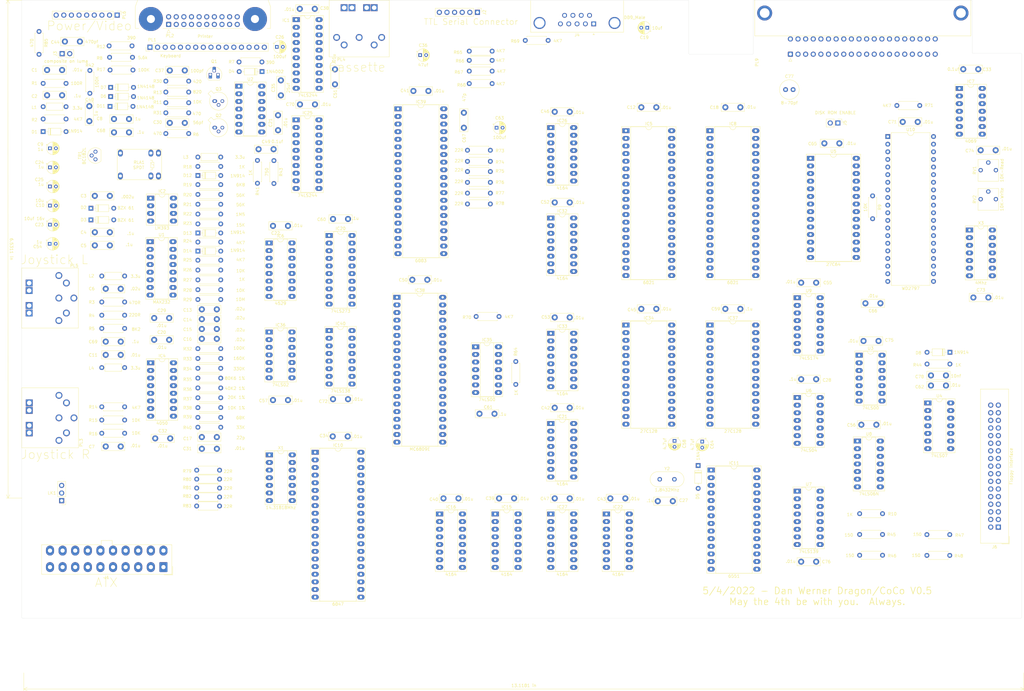
<source format=kicad_pcb>
(kicad_pcb (version 20171130) (host pcbnew "(5.1.5)-3")
  (layers (0 F.Cu signal hide) (31 B.Cu signal hide) (34 B.Paste user) (35 F.Paste user) (36 B.SilkS user) (37 F.SilkS user) (38 B.Mask user) (39 F.Mask user) (44 Edge.Cuts user))
  (net 0 "")
  (net 1 +5V)
  (net 2 /A15)
  (net 3 /A14)
  (net 4 /A13)
  (net 5 /EXTMEM)
  (net 6 /ROMSEL)
  (net 7 /D6)
  (net 8 /D4)
  (net 9 /D2)
  (net 10 /D0)
  (net 11 +12V)
  (net 12 /D7)
  (net 13 /D5)
  (net 14 /D3)
  (net 15 /D1)
  (net 16 /Z6)
  (net 17 /Z5)
  (net 18 /Z4)
  (net 19 /Z3)
  (net 20 /Z2)
  (net 21 /Z1)
  (net 22 /Z0)
  (net 23 /Z7)
  (net 24 /ROM1)
  (net 25 /ROM0)
  (net 26 /RAM/DD7)
  (net 27 /RAM/DD6)
  (net 28 /RAM/DD5)
  (net 29 /RAM/DD4)
  (net 30 /RAM/DD3)
  (net 31 /RAM/DD2)
  (net 32 /RAM/DD1)
  (net 33 /RAM/DD0)
  (net 34 /RAM/DO7)
  (net 35 /RAM/DO3)
  (net 36 /RAM/DO6)
  (net 37 /RAM/DO1)
  (net 38 /RAM/DO5)
  (net 39 /RAM/DO4)
  (net 40 /RAM/DO0)
  (net 41 /RAM/DO2)
  (net 42 /RAM)
  (net 43 /Video/oA)
  (net 44 /Video/oB)
  (net 45 /Video/CHB)
  (net 46 "Net-(LK1-Pad2)")
  (net 47 "Net-(IC35-Pad10)")
  (net 48 "Net-(IC35-Pad5)")
  (net 49 "Net-(IC35-Pad1)")
  (net 50 "Net-(IC35-Pad4)")
  (net 51 "Net-(IC36-Pad13)")
  (net 52 "Net-(IC36-Pad1)")
  (net 53 /PIAs/~A~G)
  (net 54 /PIAs/GM2)
  (net 55 /PIAs/GM1)
  (net 56 /PIAs/GM0)
  (net 57 /PIAs/CSS)
  (net 58 /Video/Y)
  (net 59 "Net-(C36-Pad2)")
  (net 60 "Net-(C37-Pad2)")
  (net 61 "Net-(IC4-Pad15)")
  (net 62 "Net-(IC4-Pad6)")
  (net 63 "Net-(IC4-Pad12)")
  (net 64 "Net-(IC4-Pad4)")
  (net 65 "Net-(IC4-Pad10)")
  (net 66 "Net-(IC4-Pad2)")
  (net 67 "Net-(IC11-Pad10)")
  (net 68 "Net-(IC11-Pad11)")
  (net 69 GND)
  (net 70 "Net-(IC11-Pad12)")
  (net 71 "Net-(IC11-Pad9)")
  (net 72 /P0)
  (net 73 /P1)
  (net 74 "Net-(R2-Pad2)")
  (net 75 "Net-(D12-Pad1)")
  (net 76 "Net-(IC2-Pad3)")
  (net 77 "Net-(IC2-Pad2)")
  (net 78 /PIAs/TAPE)
  (net 79 /PIAs/MOTOR)
  (net 80 "Net-(C23-Pad2)")
  (net 81 /PIAs/DAC)
  (net 82 "Net-(IC2-Pad5)")
  (net 83 /PIAs/STY)
  (net 84 /ESND)
  (net 85 "Net-(IC36-Pad8)")
  (net 86 "Net-(IC36-Pad4)")
  (net 87 /PIAs/STROBE)
  (net 88 "Net-(IC35-Pad13)")
  (net 89 /PIAs/REM2)
  (net 90 /PIAs/REM1)
  (net 91 /PIAs/MOT_FBD)
  (net 92 /PIAs/REM3)
  (net 93 /PIAs/J+5V)
  (net 94 /PIAs/JR_X)
  (net 95 /PIAs/JR_Y)
  (net 96 /PIAs/JL_X)
  (net 97 /PIAs/JL_Y)
  (net 98 /PIAs/JL_F1)
  (net 99 /PIAs/JR_F1)
  (net 100 /PIAs/JL_F2)
  (net 101 /PIAs/JR_F2)
  (net 102 /PIAs/TSND)
  (net 103 /PIAs/MUXB)
  (net 104 /PIAs/MUXA)
  (net 105 /PIAs/MUXZ)
  (net 106 /PIAs/SBS)
  (net 107 /PIAs/DAC4)
  (net 108 /PIAs/DAC0)
  (net 109 /PIAs/DAC2)
  (net 110 /PIAs/DAC3)
  (net 111 /PIAs/DAC1)
  (net 112 /PIAs/DAC5)
  (net 113 /PIAs/KR0)
  (net 114 /PIAs/KR2)
  (net 115 /PIAs/KC0)
  (net 116 /PIAs/KC7)
  (net 117 /PIAs/KC2)
  (net 118 /PIAs/KC5)
  (net 119 /PIAs/KC4)
  (net 120 /PIAs/KC3)
  (net 121 /PIAs/KC6)
  (net 122 /PIAs/KC1)
  (net 123 /PIAs/KR4)
  (net 124 /PIAs/KR5)
  (net 125 /PIAs/KR6)
  (net 126 /PIAs/JCMP)
  (net 127 /PIAs/PR1)
  (net 128 /PIAs/PR6)
  (net 129 /PIAs/PR3)
  (net 130 /PIAs/PR4)
  (net 131 /PIAs/PR5)
  (net 132 /PIAs/PR2)
  (net 133 /PIAs/PR7)
  (net 134 /PIAs/PR0)
  (net 135 /Serial/TXD)
  (net 136 /Serial/RXD)
  (net 137 /Serial/DTR)
  (net 138 /Serial/CTS)
  (net 139 /PIAs/CASOUT)
  (net 140 /PIAs/CASIN)
  (net 141 /S2)
  (net 142 /S0)
  (net 143 /S1)
  (net 144 /~IRQ)
  (net 145 /~FIRQ)
  (net 146 /~CAS)
  (net 147 /~RAS0)
  (net 148 /~WE)
  (net 149 /PIAs/~A2)
  (net 150 /PIAs/~ACK)
  (net 151 /PIAs/~BUSY)
  (net 152 /~HALT)
  (net 153 "Net-(IC36-Pad2)")
  (net 154 "Net-(IC39-Pad34)")
  (net 155 "Net-(IC39-Pad33)")
  (net 156 "Net-(IC39-Pad32)")
  (net 157 "Net-(IC39-Pad12)")
  (net 158 "Net-(IC39-Pad31)")
  (net 159 "Net-(IC39-Pad11)")
  (net 160 "Net-(IC39-Pad30)")
  (net 161 "Net-(IC39-Pad10)")
  (net 162 "Net-(IC39-Pad29)")
  (net 163 "Net-(IC39-Pad28)")
  (net 164 /PIAs/KR1)
  (net 165 /PIAs/KR3)
  (net 166 atx_on)
  (net 167 "Net-(J1-Pad1)")
  (net 168 "Net-(PL6-Pad2)")
  (net 169 RES_IN)
  (net 170 "Net-(C9-Pad2)")
  (net 171 "Net-(C9-Pad1)")
  (net 172 "Net-(C24-Pad2)")
  (net 173 "Net-(C24-Pad1)")
  (net 174 "Net-(C25-Pad2)")
  (net 175 "Net-(IC11-Pad7)")
  (net 176 "Net-(IC11-Pad6)")
  (net 177 VCLK1)
  (net 178 CHROMA)
  (net 179 "Net-(C44-Pad1)")
  (net 180 "Net-(D4-Pad2)")
  (net 181 "Net-(D4-Pad1)")
  (net 182 "Net-(D5-Pad2)")
  (net 183 SOUND)
  (net 184 VCLK)
  (net 185 HS)
  (net 186 FS)
  (net 187 DA0)
  (net 188 LUMA)
  (net 189 "Net-(Q1-Pad3)")
  (net 190 "Net-(C49-Pad2)")
  (net 191 "Net-(C49-Pad1)")
  (net 192 "Net-(C54-Pad1)")
  (net 193 "Net-(IC39-Pad6)")
  (net 194 "Net-(R43-Pad1)")
  (net 195 ~RESET)
  (net 196 E)
  (net 197 "Net-(C77-Pad1)")
  (net 198 "Net-(D8-Pad1)")
  (net 199 A0)
  (net 200 A1)
  (net 201 R~W~)
  (net 202 A2)
  (net 203 CART)
  (net 204 A8)
  (net 205 A9)
  (net 206 A11)
  (net 207 A10)
  (net 208 A3)
  (net 209 A4)
  (net 210 A5)
  (net 211 A6)
  (net 212 A7)
  (net 213 A12)
  (net 214 Q)
  (net 215 ~NMI)
  (net 216 ROM2)
  (net 217 P2)
  (net 218 "Net-(J5-Pad1)")
  (net 219 SSO)
  (net 220 DISKRAWRD)
  (net 221 DISKWPRT)
  (net 222 TR00)
  (net 223 WG)
  (net 224 WD)
  (net 225 STEP)
  (net 226 DIRC)
  (net 227 DISKMOTOR)
  (net 228 DS2)
  (net 229 DS1)
  (net 230 DS0)
  (net 231 DISKIP)
  (net 232 DS3)
  (net 233 "Net-(R10-Pad1)")
  (net 234 "Net-(RV1-Pad2)")
  (net 235 "Net-(RV2-Pad2)")
  (net 236 DINT2)
  (net 237 "Net-(U10-Pad2)")
  (net 238 DINT1)
  (net 239 "Net-(U3-Pad5)")
  (net 240 "Net-(U3-Pad11)")
  (net 241 "Net-(U3-Pad3)")
  (net 242 "Net-(U3-Pad9)")
  (net 243 "Net-(U3-Pad2)")
  (net 244 "Net-(U10-Pad4)")
  (net 245 "Net-(U4-Pad5)")
  (net 246 "Net-(U4-Pad3)")
  (net 247 "Net-(U4-Pad9)")
  (net 248 "Net-(U4-Pad1)")
  (net 249 D2)
  (net 250 D1)
  (net 251 D0)
  (net 252 D7)
  (net 253 D6)
  (net 254 D5)
  (net 255 D4)
  (net 256 D3)
  (net 257 "Net-(U6-Pad5)")
  (net 258 "Net-(U6-Pad3)")
  (net 259 "Net-(U6-Pad9)")
  (net 260 "Net-(U6-Pad1)")
  (net 261 "Net-(U7-Pad14)")
  (net 262 "Net-(U7-Pad13)")
  (net 263 "Net-(U10-Pad31)")
  (net 264 "Net-(U10-Pad25)")
  (net 265 "Net-(U10-Pad16)")
  (net 266 "Net-(U10-Pad30)")
  (net 267 "Net-(U10-Pad15)")
  (net 268 ENP)
  (net 269 DDEN)
  (net 270 "Net-(U10-Pad24)")
  (module Package_DIP:DIP-14_W7.62mm_Socket_LongPads (layer F.Cu) (at 315.77 46.69)
    (fp_text reference X3 (at 3.81 -2.33) (layer F.SilkS))
    (fp_text value 4Mhz (at 3.81 17.57) (layer F.SilkS))
    (pad 14 thru_hole oval (at 7.62 0) (size 2.4 1.6) (drill 0.8) (layers *.Cu *.Mask))
    (pad 7 thru_hole oval (at 0 15.24) (size 2.4 1.6) (drill 0.8) (layers *.Cu *.Mask))
    (pad 13 thru_hole oval (at 7.62 2.54) (size 2.4 1.6) (drill 0.8) (layers *.Cu *.Mask))
    (pad 6 thru_hole oval (at 0 12.7) (size 2.4 1.6) (drill 0.8) (layers *.Cu *.Mask))
    (pad 12 thru_hole oval (at 7.62 5.08) (size 2.4 1.6) (drill 0.8) (layers *.Cu *.Mask))
    (pad 5 thru_hole oval (at 0 10.16) (size 2.4 1.6) (drill 0.8) (layers *.Cu *.Mask))
    (pad 11 thru_hole oval (at 7.62 7.62) (size 2.4 1.6) (drill 0.8) (layers *.Cu *.Mask))
    (pad 4 thru_hole oval (at 0 7.62) (size 2.4 1.6) (drill 0.8) (layers *.Cu *.Mask) (net 1 +5V))
    (pad 10 thru_hole oval (at 7.62 10.16) (size 2.4 1.6) (drill 0.8) (layers *.Cu *.Mask))
    (pad 3 thru_hole oval (at 0 5.08) (size 2.4 1.6) (drill 0.8) (layers *.Cu *.Mask) (net 270 "Net-(U10-Pad24)"))
    (pad 9 thru_hole oval (at 7.62 12.7) (size 2.4 1.6) (drill 0.8) (layers *.Cu *.Mask))
    (pad 2 thru_hole oval (at 0 2.54) (size 2.4 1.6) (drill 0.8) (layers *.Cu *.Mask) (net 69 GND))
    (pad 8 thru_hole oval (at 7.62 15.24) (size 2.4 1.6) (drill 0.8) (layers *.Cu *.Mask))
    (pad 1 thru_hole rect (at 0 0) (size 2.4 1.6) (drill 0.8) (layers *.Cu *.Mask))
  )
  (module Package_DIP:DIP-14_W7.62mm_Socket_LongPads (layer F.Cu) (at 82.5 121.6)
    (fp_text reference X1 (at 3.81 -2.33) (layer F.SilkS))
    (fp_text value 14.31818Mhz (at 3.81 17.57) (layer F.SilkS))
    (pad 14 thru_hole oval (at 7.62 0) (size 2.4 1.6) (drill 0.8) (layers *.Cu *.Mask) (net 1 +5V))
    (pad 7 thru_hole oval (at 0 15.24) (size 2.4 1.6) (drill 0.8) (layers *.Cu *.Mask) (net 69 GND))
    (pad 13 thru_hole oval (at 7.62 2.54) (size 2.4 1.6) (drill 0.8) (layers *.Cu *.Mask))
    (pad 6 thru_hole oval (at 0 12.7) (size 2.4 1.6) (drill 0.8) (layers *.Cu *.Mask))
    (pad 12 thru_hole oval (at 7.62 5.08) (size 2.4 1.6) (drill 0.8) (layers *.Cu *.Mask))
    (pad 5 thru_hole oval (at 0 10.16) (size 2.4 1.6) (drill 0.8) (layers *.Cu *.Mask))
    (pad 11 thru_hole oval (at 7.62 7.62) (size 2.4 1.6) (drill 0.8) (layers *.Cu *.Mask))
    (pad 4 thru_hole oval (at 0 7.62) (size 2.4 1.6) (drill 0.8) (layers *.Cu *.Mask))
    (pad 10 thru_hole oval (at 7.62 10.16) (size 2.4 1.6) (drill 0.8) (layers *.Cu *.Mask))
    (pad 3 thru_hole oval (at 0 5.08) (size 2.4 1.6) (drill 0.8) (layers *.Cu *.Mask))
    (pad 9 thru_hole oval (at 7.62 12.7) (size 2.4 1.6) (drill 0.8) (layers *.Cu *.Mask))
    (pad 2 thru_hole oval (at 0 2.54) (size 2.4 1.6) (drill 0.8) (layers *.Cu *.Mask))
    (pad 8 thru_hole oval (at 7.62 15.24) (size 2.4 1.6) (drill 0.8) (layers *.Cu *.Mask) (net 193 "Net-(IC39-Pad6)"))
    (pad 1 thru_hole rect (at 0 0) (size 2.4 1.6) (drill 0.8) (layers *.Cu *.Mask))
  )
  (module Package_DIP:DIP-40_W15.24mm (layer F.Cu) (at 288.55 15.54)
    (fp_text reference U10 (at 7.62 -2.33) (layer F.SilkS))
    (fp_text value WD2797 (at 7.62 50.59) (layer F.SilkS))
    (pad 40 thru_hole oval (at 15.24 0) (size 1.6 1.6) (drill 0.8) (layers *.Cu *.Mask))
    (pad 20 thru_hole oval (at 0 48.26) (size 1.6 1.6) (drill 0.8) (layers *.Cu *.Mask) (net 69 GND))
    (pad 39 thru_hole oval (at 15.24 2.54) (size 1.6 1.6) (drill 0.8) (layers *.Cu *.Mask) (net 236 DINT2))
    (pad 19 thru_hole oval (at 0 45.72) (size 1.6 1.6) (drill 0.8) (layers *.Cu *.Mask) (net 195 ~RESET))
    (pad 38 thru_hole oval (at 15.24 5.08) (size 1.6 1.6) (drill 0.8) (layers *.Cu *.Mask) (net 203 CART))
    (pad 18 thru_hole oval (at 0 43.18) (size 1.6 1.6) (drill 0.8) (layers *.Cu *.Mask) (net 234 "Net-(RV1-Pad2)"))
    (pad 37 thru_hole oval (at 15.24 7.62) (size 1.6 1.6) (drill 0.8) (layers *.Cu *.Mask) (net 269 DDEN))
    (pad 17 thru_hole oval (at 0 40.64) (size 1.6 1.6) (drill 0.8) (layers *.Cu *.Mask) (net 69 GND))
    (pad 36 thru_hole oval (at 15.24 10.16) (size 1.6 1.6) (drill 0.8) (layers *.Cu *.Mask) (net 221 DISKWPRT))
    (pad 16 thru_hole oval (at 0 38.1) (size 1.6 1.6) (drill 0.8) (layers *.Cu *.Mask) (net 265 "Net-(U10-Pad16)"))
    (pad 35 thru_hole oval (at 15.24 12.7) (size 1.6 1.6) (drill 0.8) (layers *.Cu *.Mask) (net 231 DISKIP))
    (pad 15 thru_hole oval (at 0 35.56) (size 1.6 1.6) (drill 0.8) (layers *.Cu *.Mask) (net 267 "Net-(U10-Pad15)"))
    (pad 34 thru_hole oval (at 15.24 15.24) (size 1.6 1.6) (drill 0.8) (layers *.Cu *.Mask) (net 222 TR00))
    (pad 14 thru_hole oval (at 0 33.02) (size 1.6 1.6) (drill 0.8) (layers *.Cu *.Mask) (net 252 D7))
    (pad 33 thru_hole oval (at 15.24 17.78) (size 1.6 1.6) (drill 0.8) (layers *.Cu *.Mask) (net 235 "Net-(RV2-Pad2)"))
    (pad 13 thru_hole oval (at 0 30.48) (size 1.6 1.6) (drill 0.8) (layers *.Cu *.Mask) (net 253 D6))
    (pad 32 thru_hole oval (at 15.24 20.32) (size 1.6 1.6) (drill 0.8) (layers *.Cu *.Mask) (net 1 +5V))
    (pad 12 thru_hole oval (at 0 27.94) (size 1.6 1.6) (drill 0.8) (layers *.Cu *.Mask) (net 254 D5))
    (pad 31 thru_hole oval (at 15.24 22.86) (size 1.6 1.6) (drill 0.8) (layers *.Cu *.Mask) (net 263 "Net-(U10-Pad31)"))
    (pad 11 thru_hole oval (at 0 25.4) (size 1.6 1.6) (drill 0.8) (layers *.Cu *.Mask) (net 255 D4))
    (pad 30 thru_hole oval (at 15.24 25.4) (size 1.6 1.6) (drill 0.8) (layers *.Cu *.Mask) (net 266 "Net-(U10-Pad30)"))
    (pad 10 thru_hole oval (at 0 22.86) (size 1.6 1.6) (drill 0.8) (layers *.Cu *.Mask) (net 256 D3))
    (pad 29 thru_hole oval (at 15.24 27.94) (size 1.6 1.6) (drill 0.8) (layers *.Cu *.Mask))
    (pad 9 thru_hole oval (at 0 20.32) (size 1.6 1.6) (drill 0.8) (layers *.Cu *.Mask) (net 249 D2))
    (pad 28 thru_hole oval (at 15.24 30.48) (size 1.6 1.6) (drill 0.8) (layers *.Cu *.Mask))
    (pad 8 thru_hole oval (at 0 17.78) (size 1.6 1.6) (drill 0.8) (layers *.Cu *.Mask) (net 250 D1))
    (pad 27 thru_hole oval (at 15.24 33.02) (size 1.6 1.6) (drill 0.8) (layers *.Cu *.Mask) (net 220 DISKRAWRD))
    (pad 7 thru_hole oval (at 0 15.24) (size 1.6 1.6) (drill 0.8) (layers *.Cu *.Mask) (net 251 D0))
    (pad 26 thru_hole oval (at 15.24 35.56) (size 1.6 1.6) (drill 0.8) (layers *.Cu *.Mask) (net 197 "Net-(C77-Pad1)"))
    (pad 6 thru_hole oval (at 0 12.7) (size 1.6 1.6) (drill 0.8) (layers *.Cu *.Mask) (net 200 A1))
    (pad 25 thru_hole oval (at 15.24 38.1) (size 1.6 1.6) (drill 0.8) (layers *.Cu *.Mask) (net 264 "Net-(U10-Pad25)"))
    (pad 5 thru_hole oval (at 0 10.16) (size 1.6 1.6) (drill 0.8) (layers *.Cu *.Mask) (net 199 A0))
    (pad 24 thru_hole oval (at 15.24 40.64) (size 1.6 1.6) (drill 0.8) (layers *.Cu *.Mask) (net 270 "Net-(U10-Pad24)"))
    (pad 4 thru_hole oval (at 0 7.62) (size 1.6 1.6) (drill 0.8) (layers *.Cu *.Mask) (net 244 "Net-(U10-Pad4)"))
    (pad 23 thru_hole oval (at 15.24 43.18) (size 1.6 1.6) (drill 0.8) (layers *.Cu *.Mask) (net 198 "Net-(D8-Pad1)"))
    (pad 3 thru_hole oval (at 0 5.08) (size 1.6 1.6) (drill 0.8) (layers *.Cu *.Mask) (net 202 A2))
    (pad 22 thru_hole oval (at 15.24 45.72) (size 1.6 1.6) (drill 0.8) (layers *.Cu *.Mask) (net 233 "Net-(R10-Pad1)"))
    (pad 2 thru_hole oval (at 0 2.54) (size 1.6 1.6) (drill 0.8) (layers *.Cu *.Mask) (net 237 "Net-(U10-Pad2)"))
    (pad 21 thru_hole oval (at 15.24 48.26) (size 1.6 1.6) (drill 0.8) (layers *.Cu *.Mask) (net 1 +5V))
    (pad 1 thru_hole rect (at 0 0) (size 1.6 1.6) (drill 0.8) (layers *.Cu *.Mask) (net 268 ENP))
  )
  (module Package_DIP:DIP-16_W7.62mm_Socket_LongPads (layer F.Cu) (at 258.39 69.25)
    (fp_text reference U9 (at 3.81 -2.33) (layer F.SilkS))
    (fp_text value 74LS174 (at 3.81 20.11) (layer F.SilkS))
    (pad 16 thru_hole oval (at 7.62 0) (size 2.4 1.6) (drill 0.8) (layers *.Cu *.Mask) (net 1 +5V))
    (pad 8 thru_hole oval (at 0 17.78) (size 2.4 1.6) (drill 0.8) (layers *.Cu *.Mask) (net 69 GND))
    (pad 15 thru_hole oval (at 7.62 2.54) (size 2.4 1.6) (drill 0.8) (layers *.Cu *.Mask) (net 238 DINT1))
    (pad 7 thru_hole oval (at 0 15.24) (size 2.4 1.6) (drill 0.8) (layers *.Cu *.Mask) (net 259 "Net-(U6-Pad9)"))
    (pad 14 thru_hole oval (at 7.62 5.08) (size 2.4 1.6) (drill 0.8) (layers *.Cu *.Mask) (net 254 D5))
    (pad 6 thru_hole oval (at 0 12.7) (size 2.4 1.6) (drill 0.8) (layers *.Cu *.Mask) (net 249 D2))
    (pad 13 thru_hole oval (at 7.62 7.62) (size 2.4 1.6) (drill 0.8) (layers *.Cu *.Mask) (net 255 D4))
    (pad 5 thru_hole oval (at 0 10.16) (size 2.4 1.6) (drill 0.8) (layers *.Cu *.Mask) (net 262 "Net-(U7-Pad13)"))
    (pad 12 thru_hole oval (at 7.62 10.16) (size 2.4 1.6) (drill 0.8) (layers *.Cu *.Mask) (net 268 ENP))
    (pad 4 thru_hole oval (at 0 7.62) (size 2.4 1.6) (drill 0.8) (layers *.Cu *.Mask) (net 250 D1))
    (pad 11 thru_hole oval (at 7.62 12.7) (size 2.4 1.6) (drill 0.8) (layers *.Cu *.Mask) (net 256 D3))
    (pad 3 thru_hole oval (at 0 5.08) (size 2.4 1.6) (drill 0.8) (layers *.Cu *.Mask) (net 251 D0))
    (pad 10 thru_hole oval (at 7.62 15.24) (size 2.4 1.6) (drill 0.8) (layers *.Cu *.Mask) (net 269 DDEN))
    (pad 2 thru_hole oval (at 0 2.54) (size 2.4 1.6) (drill 0.8) (layers *.Cu *.Mask) (net 261 "Net-(U7-Pad14)"))
    (pad 9 thru_hole oval (at 7.62 17.78) (size 2.4 1.6) (drill 0.8) (layers *.Cu *.Mask) (net 241 "Net-(U3-Pad3)"))
    (pad 1 thru_hole rect (at 0 0) (size 2.4 1.6) (drill 0.8) (layers *.Cu *.Mask) (net 195 ~RESET))
  )
  (module Package_DIP:DIP-14_W7.62mm_Socket_LongPads (layer F.Cu) (at 278.44 117.01)
    (fp_text reference U8 (at 3.81 -2.33) (layer F.SilkS))
    (fp_text value 74LS06N (at 3.81 17.57) (layer F.SilkS))
    (pad 14 thru_hole oval (at 7.62 0) (size 2.4 1.6) (drill 0.8) (layers *.Cu *.Mask) (net 1 +5V))
    (pad 7 thru_hole oval (at 0 15.24) (size 2.4 1.6) (drill 0.8) (layers *.Cu *.Mask) (net 69 GND))
    (pad 13 thru_hole oval (at 7.62 2.54) (size 2.4 1.6) (drill 0.8) (layers *.Cu *.Mask))
    (pad 6 thru_hole oval (at 0 12.7) (size 2.4 1.6) (drill 0.8) (layers *.Cu *.Mask) (net 224 WD))
    (pad 12 thru_hole oval (at 7.62 5.08) (size 2.4 1.6) (drill 0.8) (layers *.Cu *.Mask))
    (pad 5 thru_hole oval (at 0 10.16) (size 2.4 1.6) (drill 0.8) (layers *.Cu *.Mask) (net 263 "Net-(U10-Pad31)"))
    (pad 11 thru_hole oval (at 7.62 7.62) (size 2.4 1.6) (drill 0.8) (layers *.Cu *.Mask) (net 264 "Net-(U10-Pad25)"))
    (pad 4 thru_hole oval (at 0 7.62) (size 2.4 1.6) (drill 0.8) (layers *.Cu *.Mask) (net 226 DIRC))
    (pad 10 thru_hole oval (at 7.62 10.16) (size 2.4 1.6) (drill 0.8) (layers *.Cu *.Mask) (net 219 SSO))
    (pad 3 thru_hole oval (at 0 5.08) (size 2.4 1.6) (drill 0.8) (layers *.Cu *.Mask) (net 265 "Net-(U10-Pad16)"))
    (pad 9 thru_hole oval (at 7.62 12.7) (size 2.4 1.6) (drill 0.8) (layers *.Cu *.Mask) (net 266 "Net-(U10-Pad30)"))
    (pad 2 thru_hole oval (at 0 2.54) (size 2.4 1.6) (drill 0.8) (layers *.Cu *.Mask) (net 225 STEP))
    (pad 8 thru_hole oval (at 7.62 15.24) (size 2.4 1.6) (drill 0.8) (layers *.Cu *.Mask) (net 223 WG))
    (pad 1 thru_hole rect (at 0 0) (size 2.4 1.6) (drill 0.8) (layers *.Cu *.Mask) (net 267 "Net-(U10-Pad15)"))
  )
  (module Package_DIP:DIP-16_W7.62mm_Socket_LongPads (layer F.Cu) (at 258.39 133.7)
    (fp_text reference U7 (at 3.81 -2.33) (layer F.SilkS))
    (fp_text value 74LS139 (at 3.81 20.11) (layer F.SilkS))
    (pad 16 thru_hole oval (at 7.62 0) (size 2.4 1.6) (drill 0.8) (layers *.Cu *.Mask) (net 1 +5V))
    (pad 8 thru_hole oval (at 0 17.78) (size 2.4 1.6) (drill 0.8) (layers *.Cu *.Mask) (net 69 GND))
    (pad 15 thru_hole oval (at 7.62 2.54) (size 2.4 1.6) (drill 0.8) (layers *.Cu *.Mask) (net 227 DISKMOTOR))
    (pad 7 thru_hole oval (at 0 15.24) (size 2.4 1.6) (drill 0.8) (layers *.Cu *.Mask))
    (pad 14 thru_hole oval (at 7.62 5.08) (size 2.4 1.6) (drill 0.8) (layers *.Cu *.Mask) (net 261 "Net-(U7-Pad14)"))
    (pad 6 thru_hole oval (at 0 12.7) (size 2.4 1.6) (drill 0.8) (layers *.Cu *.Mask) (net 257 "Net-(U6-Pad5)"))
    (pad 13 thru_hole oval (at 7.62 7.62) (size 2.4 1.6) (drill 0.8) (layers *.Cu *.Mask) (net 262 "Net-(U7-Pad13)"))
    (pad 5 thru_hole oval (at 0 10.16) (size 2.4 1.6) (drill 0.8) (layers *.Cu *.Mask) (net 258 "Net-(U6-Pad3)"))
    (pad 12 thru_hole oval (at 7.62 10.16) (size 2.4 1.6) (drill 0.8) (layers *.Cu *.Mask) (net 248 "Net-(U4-Pad1)"))
    (pad 4 thru_hole oval (at 0 7.62) (size 2.4 1.6) (drill 0.8) (layers *.Cu *.Mask) (net 260 "Net-(U6-Pad1)"))
    (pad 11 thru_hole oval (at 7.62 12.7) (size 2.4 1.6) (drill 0.8) (layers *.Cu *.Mask) (net 246 "Net-(U4-Pad3)"))
    (pad 3 thru_hole oval (at 0 5.08) (size 2.4 1.6) (drill 0.8) (layers *.Cu *.Mask) (net 208 A3))
    (pad 10 thru_hole oval (at 7.62 15.24) (size 2.4 1.6) (drill 0.8) (layers *.Cu *.Mask) (net 245 "Net-(U4-Pad5)"))
    (pad 2 thru_hole oval (at 0 2.54) (size 2.4 1.6) (drill 0.8) (layers *.Cu *.Mask) (net 201 R~W~))
    (pad 9 thru_hole oval (at 7.62 17.78) (size 2.4 1.6) (drill 0.8) (layers *.Cu *.Mask) (net 247 "Net-(U4-Pad9)"))
    (pad 1 thru_hole rect (at 0 0) (size 2.4 1.6) (drill 0.8) (layers *.Cu *.Mask) (net 217 P2))
  )
  (module Package_DIP:DIP-14_W7.62mm_Socket_LongPads (layer F.Cu) (at 258.39 102.51)
    (fp_text reference U6 (at 3.81 -2.33) (layer F.SilkS))
    (fp_text value 74LS04 (at 3.81 17.57) (layer F.SilkS))
    (pad 14 thru_hole oval (at 7.62 0) (size 2.4 1.6) (drill 0.8) (layers *.Cu *.Mask) (net 1 +5V))
    (pad 7 thru_hole oval (at 0 15.24) (size 2.4 1.6) (drill 0.8) (layers *.Cu *.Mask) (net 69 GND))
    (pad 13 thru_hole oval (at 7.62 2.54) (size 2.4 1.6) (drill 0.8) (layers *.Cu *.Mask))
    (pad 6 thru_hole oval (at 0 12.7) (size 2.4 1.6) (drill 0.8) (layers *.Cu *.Mask) (net 243 "Net-(U3-Pad2)"))
    (pad 12 thru_hole oval (at 7.62 5.08) (size 2.4 1.6) (drill 0.8) (layers *.Cu *.Mask))
    (pad 5 thru_hole oval (at 0 10.16) (size 2.4 1.6) (drill 0.8) (layers *.Cu *.Mask) (net 257 "Net-(U6-Pad5)"))
    (pad 11 thru_hole oval (at 7.62 7.62) (size 2.4 1.6) (drill 0.8) (layers *.Cu *.Mask))
    (pad 4 thru_hole oval (at 0 7.62) (size 2.4 1.6) (drill 0.8) (layers *.Cu *.Mask) (net 242 "Net-(U3-Pad9)"))
    (pad 10 thru_hole oval (at 7.62 10.16) (size 2.4 1.6) (drill 0.8) (layers *.Cu *.Mask))
    (pad 3 thru_hole oval (at 0 5.08) (size 2.4 1.6) (drill 0.8) (layers *.Cu *.Mask) (net 258 "Net-(U6-Pad3)"))
    (pad 9 thru_hole oval (at 7.62 12.7) (size 2.4 1.6) (drill 0.8) (layers *.Cu *.Mask) (net 259 "Net-(U6-Pad9)"))
    (pad 2 thru_hole oval (at 0 2.54) (size 2.4 1.6) (drill 0.8) (layers *.Cu *.Mask) (net 239 "Net-(U3-Pad5)"))
    (pad 8 thru_hole oval (at 7.62 15.24) (size 2.4 1.6) (drill 0.8) (layers *.Cu *.Mask) (net 227 DISKMOTOR))
    (pad 1 thru_hole rect (at 0 0) (size 2.4 1.6) (drill 0.8) (layers *.Cu *.Mask) (net 260 "Net-(U6-Pad1)"))
  )
  (module Package_DIP:DIP-28_W15.24mm_Socket_LongPads (layer F.Cu) (at 262.81 22.79)
    (fp_text reference U5 (at 7.62 -2.33) (layer F.SilkS))
    (fp_text value 27C64 (at 7.62 35.35) (layer F.SilkS))
    (pad 28 thru_hole oval (at 15.24 0) (size 2.4 1.6) (drill 0.8) (layers *.Cu *.Mask) (net 1 +5V))
    (pad 14 thru_hole oval (at 0 33.02) (size 2.4 1.6) (drill 0.8) (layers *.Cu *.Mask) (net 69 GND))
    (pad 27 thru_hole oval (at 15.24 2.54) (size 2.4 1.6) (drill 0.8) (layers *.Cu *.Mask) (net 1 +5V))
    (pad 13 thru_hole oval (at 0 30.48) (size 2.4 1.6) (drill 0.8) (layers *.Cu *.Mask) (net 249 D2))
    (pad 26 thru_hole oval (at 15.24 5.08) (size 2.4 1.6) (drill 0.8) (layers *.Cu *.Mask))
    (pad 12 thru_hole oval (at 0 27.94) (size 2.4 1.6) (drill 0.8) (layers *.Cu *.Mask) (net 250 D1))
    (pad 25 thru_hole oval (at 15.24 7.62) (size 2.4 1.6) (drill 0.8) (layers *.Cu *.Mask) (net 204 A8))
    (pad 11 thru_hole oval (at 0 25.4) (size 2.4 1.6) (drill 0.8) (layers *.Cu *.Mask) (net 251 D0))
    (pad 24 thru_hole oval (at 15.24 10.16) (size 2.4 1.6) (drill 0.8) (layers *.Cu *.Mask) (net 205 A9))
    (pad 10 thru_hole oval (at 0 22.86) (size 2.4 1.6) (drill 0.8) (layers *.Cu *.Mask) (net 199 A0))
    (pad 23 thru_hole oval (at 15.24 12.7) (size 2.4 1.6) (drill 0.8) (layers *.Cu *.Mask) (net 206 A11))
    (pad 9 thru_hole oval (at 0 20.32) (size 2.4 1.6) (drill 0.8) (layers *.Cu *.Mask) (net 200 A1))
    (pad 22 thru_hole oval (at 15.24 15.24) (size 2.4 1.6) (drill 0.8) (layers *.Cu *.Mask) (net 69 GND))
    (pad 8 thru_hole oval (at 0 17.78) (size 2.4 1.6) (drill 0.8) (layers *.Cu *.Mask) (net 202 A2))
    (pad 21 thru_hole oval (at 15.24 17.78) (size 2.4 1.6) (drill 0.8) (layers *.Cu *.Mask) (net 207 A10))
    (pad 7 thru_hole oval (at 0 15.24) (size 2.4 1.6) (drill 0.8) (layers *.Cu *.Mask) (net 208 A3))
    (pad 20 thru_hole oval (at 15.24 20.32) (size 2.4 1.6) (drill 0.8) (layers *.Cu *.Mask) (net 218 "Net-(J5-Pad1)"))
    (pad 6 thru_hole oval (at 0 12.7) (size 2.4 1.6) (drill 0.8) (layers *.Cu *.Mask) (net 209 A4))
    (pad 19 thru_hole oval (at 15.24 22.86) (size 2.4 1.6) (drill 0.8) (layers *.Cu *.Mask) (net 252 D7))
    (pad 5 thru_hole oval (at 0 10.16) (size 2.4 1.6) (drill 0.8) (layers *.Cu *.Mask) (net 210 A5))
    (pad 18 thru_hole oval (at 15.24 25.4) (size 2.4 1.6) (drill 0.8) (layers *.Cu *.Mask) (net 253 D6))
    (pad 4 thru_hole oval (at 0 7.62) (size 2.4 1.6) (drill 0.8) (layers *.Cu *.Mask) (net 211 A6))
    (pad 17 thru_hole oval (at 15.24 27.94) (size 2.4 1.6) (drill 0.8) (layers *.Cu *.Mask) (net 254 D5))
    (pad 3 thru_hole oval (at 0 5.08) (size 2.4 1.6) (drill 0.8) (layers *.Cu *.Mask) (net 212 A7))
    (pad 16 thru_hole oval (at 15.24 30.48) (size 2.4 1.6) (drill 0.8) (layers *.Cu *.Mask) (net 255 D4))
    (pad 2 thru_hole oval (at 0 2.54) (size 2.4 1.6) (drill 0.8) (layers *.Cu *.Mask) (net 213 A12))
    (pad 15 thru_hole oval (at 15.24 33.02) (size 2.4 1.6) (drill 0.8) (layers *.Cu *.Mask) (net 256 D3))
    (pad 1 thru_hole rect (at 0 0) (size 2.4 1.6) (drill 0.8) (layers *.Cu *.Mask) (net 1 +5V))
  )
  (module Package_DIP:DIP-14_W7.62mm_Socket_LongPads (layer F.Cu) (at 301.9 104.3)
    (fp_text reference U4 (at 3.81 -2.33) (layer F.SilkS))
    (fp_text value 74LS07 (at 3.81 17.57) (layer F.SilkS))
    (pad 14 thru_hole oval (at 7.62 0) (size 2.4 1.6) (drill 0.8) (layers *.Cu *.Mask) (net 1 +5V))
    (pad 7 thru_hole oval (at 0 15.24) (size 2.4 1.6) (drill 0.8) (layers *.Cu *.Mask) (net 69 GND))
    (pad 13 thru_hole oval (at 7.62 2.54) (size 2.4 1.6) (drill 0.8) (layers *.Cu *.Mask))
    (pad 6 thru_hole oval (at 0 12.7) (size 2.4 1.6) (drill 0.8) (layers *.Cu *.Mask) (net 228 DS2))
    (pad 12 thru_hole oval (at 7.62 5.08) (size 2.4 1.6) (drill 0.8) (layers *.Cu *.Mask))
    (pad 5 thru_hole oval (at 0 10.16) (size 2.4 1.6) (drill 0.8) (layers *.Cu *.Mask) (net 245 "Net-(U4-Pad5)"))
    (pad 11 thru_hole oval (at 7.62 7.62) (size 2.4 1.6) (drill 0.8) (layers *.Cu *.Mask) (net 240 "Net-(U3-Pad11)"))
    (pad 4 thru_hole oval (at 0 7.62) (size 2.4 1.6) (drill 0.8) (layers *.Cu *.Mask) (net 229 DS1))
    (pad 10 thru_hole oval (at 7.62 10.16) (size 2.4 1.6) (drill 0.8) (layers *.Cu *.Mask) (net 215 ~NMI))
    (pad 3 thru_hole oval (at 0 5.08) (size 2.4 1.6) (drill 0.8) (layers *.Cu *.Mask) (net 246 "Net-(U4-Pad3)"))
    (pad 9 thru_hole oval (at 7.62 12.7) (size 2.4 1.6) (drill 0.8) (layers *.Cu *.Mask) (net 247 "Net-(U4-Pad9)"))
    (pad 2 thru_hole oval (at 0 2.54) (size 2.4 1.6) (drill 0.8) (layers *.Cu *.Mask) (net 230 DS0))
    (pad 8 thru_hole oval (at 7.62 15.24) (size 2.4 1.6) (drill 0.8) (layers *.Cu *.Mask) (net 232 DS3))
    (pad 1 thru_hole rect (at 0 0) (size 2.4 1.6) (drill 0.8) (layers *.Cu *.Mask) (net 248 "Net-(U4-Pad1)"))
  )
  (module Package_DIP:DIP-14_W7.62mm_Socket_LongPads (layer F.Cu) (at 279 88.4)
    (fp_text reference U3 (at 3.81 -2.33) (layer F.SilkS))
    (fp_text value 74LS00 (at 3.81 17.57) (layer F.SilkS))
    (pad 14 thru_hole oval (at 7.62 0) (size 2.4 1.6) (drill 0.8) (layers *.Cu *.Mask) (net 1 +5V))
    (pad 7 thru_hole oval (at 0 15.24) (size 2.4 1.6) (drill 0.8) (layers *.Cu *.Mask) (net 69 GND))
    (pad 13 thru_hole oval (at 7.62 2.54) (size 2.4 1.6) (drill 0.8) (layers *.Cu *.Mask) (net 236 DINT2))
    (pad 6 thru_hole oval (at 0 12.7) (size 2.4 1.6) (drill 0.8) (layers *.Cu *.Mask) (net 237 "Net-(U10-Pad2)"))
    (pad 12 thru_hole oval (at 7.62 5.08) (size 2.4 1.6) (drill 0.8) (layers *.Cu *.Mask) (net 238 DINT1))
    (pad 5 thru_hole oval (at 0 10.16) (size 2.4 1.6) (drill 0.8) (layers *.Cu *.Mask) (net 239 "Net-(U3-Pad5)"))
    (pad 11 thru_hole oval (at 7.62 7.62) (size 2.4 1.6) (drill 0.8) (layers *.Cu *.Mask) (net 240 "Net-(U3-Pad11)"))
    (pad 4 thru_hole oval (at 0 7.62) (size 2.4 1.6) (drill 0.8) (layers *.Cu *.Mask) (net 214 Q))
    (pad 10 thru_hole oval (at 7.62 10.16) (size 2.4 1.6) (drill 0.8) (layers *.Cu *.Mask) (net 196 E))
    (pad 3 thru_hole oval (at 0 5.08) (size 2.4 1.6) (drill 0.8) (layers *.Cu *.Mask) (net 241 "Net-(U3-Pad3)"))
    (pad 9 thru_hole oval (at 7.62 12.7) (size 2.4 1.6) (drill 0.8) (layers *.Cu *.Mask) (net 242 "Net-(U3-Pad9)"))
    (pad 2 thru_hole oval (at 0 2.54) (size 2.4 1.6) (drill 0.8) (layers *.Cu *.Mask) (net 243 "Net-(U3-Pad2)"))
    (pad 8 thru_hole oval (at 7.62 15.24) (size 2.4 1.6) (drill 0.8) (layers *.Cu *.Mask) (net 244 "Net-(U10-Pad4)"))
    (pad 1 thru_hole rect (at 0 0) (size 2.4 1.6) (drill 0.8) (layers *.Cu *.Mask) (net 196 E))
  )
  (module Package_DIP:DIP-14_W7.62mm_Socket_LongPads (layer F.Cu) (at 72.34 -1.24)
    (fp_text reference U2 (at 3.81 -2.33) (layer F.SilkS))
    (fp_text value MC1372)
    (pad 14 thru_hole oval (at 7.62 0) (size 2.4 1.6) (drill 0.8) (layers *.Cu *.Mask) (net 181 "Net-(D4-Pad1)"))
    (pad 7 thru_hole oval (at 0 15.24) (size 2.4 1.6) (drill 0.8) (layers *.Cu *.Mask) (net 43 /Video/oA))
    (pad 13 thru_hole oval (at 7.62 2.54) (size 2.4 1.6) (drill 0.8) (layers *.Cu *.Mask) (net 180 "Net-(D4-Pad2)"))
    (pad 6 thru_hole oval (at 0 12.7) (size 2.4 1.6) (drill 0.8) (layers *.Cu *.Mask) (net 45 /Video/CHB))
    (pad 12 thru_hole oval (at 7.62 5.08) (size 2.4 1.6) (drill 0.8) (layers *.Cu *.Mask))
    (pad 5 thru_hole oval (at 0 10.16) (size 2.4 1.6) (drill 0.8) (layers *.Cu *.Mask) (net 44 /Video/oB))
    (pad 11 thru_hole oval (at 7.62 7.62) (size 2.4 1.6) (drill 0.8) (layers *.Cu *.Mask) (net 1 +5V))
    (pad 4 thru_hole oval (at 0 7.62) (size 2.4 1.6) (drill 0.8) (layers *.Cu *.Mask) (net 69 GND))
    (pad 10 thru_hole oval (at 7.62 10.16) (size 2.4 1.6) (drill 0.8) (layers *.Cu *.Mask) (net 194 "Net-(R43-Pad1)"))
    (pad 3 thru_hole oval (at 0 5.08) (size 2.4 1.6) (drill 0.8) (layers *.Cu *.Mask))
    (pad 9 thru_hole oval (at 7.62 12.7) (size 2.4 1.6) (drill 0.8) (layers *.Cu *.Mask) (net 58 /Video/Y))
    (pad 2 thru_hole oval (at 0 2.54) (size 2.4 1.6) (drill 0.8) (layers *.Cu *.Mask) (net 177 VCLK1))
    (pad 8 thru_hole oval (at 7.62 15.24) (size 2.4 1.6) (drill 0.8) (layers *.Cu *.Mask) (net 191 "Net-(C49-Pad1)"))
    (pad 1 thru_hole rect (at 0 0) (size 2.4 1.6) (drill 0.8) (layers *.Cu *.Mask))
  )
  (module Potentiometer_THT:Potentiometer_Vishay_T73YP_Vertical (layer F.Cu) (at 324.58 36.4 90)
    (fp_text reference RV2 (at -0.06 -7.09 90) (layer F.SilkS))
    (fp_text value 10K-Write (at -0.06 2.01 90) (layer F.SilkS))
    (pad 1 thru_hole circle (at 0 0 90) (size 1.44 1.44) (drill 0.8) (layers *.Cu *.Mask) (net 1 +5V))
    (pad 2 thru_hole circle (at 2.54 -2.54 90) (size 1.44 1.44) (drill 0.8) (layers *.Cu *.Mask) (net 235 "Net-(RV2-Pad2)"))
    (pad 3 thru_hole circle (at 0 -5.08 90) (size 1.44 1.44) (drill 0.8) (layers *.Cu *.Mask) (net 69 GND))
  )
  (module Potentiometer_THT:Potentiometer_Vishay_T73YP_Vertical (layer F.Cu) (at 324.58 26.74 90)
    (fp_text reference RV1 (at -0.06 -7.09 90) (layer F.SilkS))
    (fp_text value 10K-Read (at -0.06 2.01 90) (layer F.SilkS))
    (pad 1 thru_hole circle (at 0 0 90) (size 1.44 1.44) (drill 0.8) (layers *.Cu *.Mask) (net 1 +5V))
    (pad 2 thru_hole circle (at 2.54 -2.54 90) (size 1.44 1.44) (drill 0.8) (layers *.Cu *.Mask) (net 234 "Net-(RV1-Pad2)"))
    (pad 3 thru_hole circle (at 0 -5.08 90) (size 1.44 1.44) (drill 0.8) (layers *.Cu *.Mask) (net 69 GND))
  )
  (module Resistor_THT:R_Axial_DIN0207_L6.3mm_D2.5mm_P7.62mm_Horizontal (layer F.Cu) (at 309.2 155.1 180)
    (fp_text reference R48 (at -3 -0.2) (layer F.SilkS))
    (fp_text value 150 (at 11.2 0) (layer F.SilkS))
    (pad 2 thru_hole oval (at 7.62 0 180) (size 1.6 1.6) (drill 0.8) (layers *.Cu *.Mask) (net 220 DISKRAWRD))
    (pad 1 thru_hole circle (at 0 0 180) (size 1.6 1.6) (drill 0.8) (layers *.Cu *.Mask) (net 1 +5V))
  )
  (module Resistor_THT:R_Axial_DIN0207_L6.3mm_D2.5mm_P7.62mm_Horizontal (layer F.Cu) (at 301.58 148.175)
    (fp_text reference R47 (at 10.88 0.21) (layer F.SilkS))
    (fp_text value 150 (at -3.17 -0.07) (layer F.SilkS))
    (pad 2 thru_hole oval (at 7.62 0) (size 1.6 1.6) (drill 0.8) (layers *.Cu *.Mask) (net 1 +5V))
    (pad 1 thru_hole circle (at 0 0) (size 1.6 1.6) (drill 0.8) (layers *.Cu *.Mask) (net 231 DISKIP))
  )
  (module Resistor_THT:R_Axial_DIN0207_L6.3mm_D2.5mm_P7.62mm_Horizontal (layer F.Cu) (at 286.8 155.05 180)
    (fp_text reference R46 (at -3.19 -0.19) (layer F.SilkS))
    (fp_text value 150 (at 10.86 -0.08) (layer F.SilkS))
    (pad 2 thru_hole oval (at 7.62 0 180) (size 1.6 1.6) (drill 0.8) (layers *.Cu *.Mask) (net 221 DISKWPRT))
    (pad 1 thru_hole circle (at 0 0 180) (size 1.6 1.6) (drill 0.8) (layers *.Cu *.Mask) (net 1 +5V))
  )
  (module Resistor_THT:R_Axial_DIN0207_L6.3mm_D2.5mm_P7.62mm_Horizontal (layer F.Cu) (at 286.8 148.125 180)
    (fp_text reference R45 (at -2.98 -0.05) (layer F.SilkS))
    (fp_text value 150 (at 11.23 -0.2) (layer F.SilkS))
    (pad 2 thru_hole oval (at 7.62 0 180) (size 1.6 1.6) (drill 0.8) (layers *.Cu *.Mask) (net 222 TR00))
    (pad 1 thru_hole circle (at 0 0 180) (size 1.6 1.6) (drill 0.8) (layers *.Cu *.Mask) (net 1 +5V))
  )
  (module Resistor_THT:R_Axial_DIN0207_L6.3mm_D2.5mm_P7.62mm_Horizontal (layer F.Cu) (at 301.63 91.33)
    (fp_text reference R44 (at -3.2 0.32) (layer F.SilkS))
    (fp_text value 1K (at 10.43 0.32) (layer F.SilkS))
    (pad 2 thru_hole oval (at 7.62 0) (size 1.6 1.6) (drill 0.8) (layers *.Cu *.Mask) (net 198 "Net-(D8-Pad1)"))
    (pad 1 thru_hole circle (at 0 0) (size 1.6 1.6) (drill 0.8) (layers *.Cu *.Mask) (net 69 GND))
  )
  (module Resistor_THT:R_Axial_DIN0207_L6.3mm_D2.5mm_P7.62mm_Horizontal (layer F.Cu) (at 279.18 141.2)
    (fp_text reference R10 (at 10.88 0.09) (layer F.SilkS))
    (fp_text value 1K (at -3.28 0.3) (layer F.SilkS))
    (pad 2 thru_hole oval (at 7.62 0) (size 1.6 1.6) (drill 0.8) (layers *.Cu *.Mask) (net 1 +5V))
    (pad 1 thru_hole circle (at 0 0) (size 1.6 1.6) (drill 0.8) (layers *.Cu *.Mask) (net 233 "Net-(R10-Pad1)"))
  )
  (module Resistor_THT:R_Axial_DIN0207_L6.3mm_D2.5mm_P7.62mm_Horizontal (layer F.Cu) (at 283.5 35.3 270)
    (fp_text reference R9 (at 3.81 -2.37 90) (layer F.SilkS))
    (fp_text value 10K (at 3.81 2.37 90) (layer F.SilkS))
    (pad 2 thru_hole oval (at 7.62 0 270) (size 1.6 1.6) (drill 0.8) (layers *.Cu *.Mask) (net 218 "Net-(J5-Pad1)"))
    (pad 1 thru_hole circle (at 0 0 270) (size 1.6 1.6) (drill 0.8) (layers *.Cu *.Mask) (net 1 +5V))
  )
  (module Connector_IDC:IDC-Header_2x17_P2.54mm_Vertical (layer F.Cu) (at 325.39 145.67 180)
    (fp_text reference J6 (at 1.27 -6.604) (layer F.SilkS))
    (fp_text value "Floppy Interface" (at -4.28 20.27 270) (layer F.SilkS))
    (pad 34 thru_hole oval (at 2.54 40.64 180) (size 1.7272 1.7272) (drill 1.016) (layers *.Cu *.Mask))
    (pad 33 thru_hole oval (at 0 40.64 180) (size 1.7272 1.7272) (drill 1.016) (layers *.Cu *.Mask) (net 69 GND))
    (pad 32 thru_hole oval (at 2.54 38.1 180) (size 1.7272 1.7272) (drill 1.016) (layers *.Cu *.Mask) (net 219 SSO))
    (pad 31 thru_hole oval (at 0 38.1 180) (size 1.7272 1.7272) (drill 1.016) (layers *.Cu *.Mask) (net 69 GND))
    (pad 30 thru_hole oval (at 2.54 35.56 180) (size 1.7272 1.7272) (drill 1.016) (layers *.Cu *.Mask) (net 220 DISKRAWRD))
    (pad 29 thru_hole oval (at 0 35.56 180) (size 1.7272 1.7272) (drill 1.016) (layers *.Cu *.Mask) (net 69 GND))
    (pad 28 thru_hole oval (at 2.54 33.02 180) (size 1.7272 1.7272) (drill 1.016) (layers *.Cu *.Mask) (net 221 DISKWPRT))
    (pad 27 thru_hole oval (at 0 33.02 180) (size 1.7272 1.7272) (drill 1.016) (layers *.Cu *.Mask) (net 69 GND))
    (pad 26 thru_hole oval (at 2.54 30.48 180) (size 1.7272 1.7272) (drill 1.016) (layers *.Cu *.Mask) (net 222 TR00))
    (pad 25 thru_hole oval (at 0 30.48 180) (size 1.7272 1.7272) (drill 1.016) (layers *.Cu *.Mask) (net 69 GND))
    (pad 24 thru_hole oval (at 2.54 27.94 180) (size 1.7272 1.7272) (drill 1.016) (layers *.Cu *.Mask) (net 223 WG))
    (pad 23 thru_hole oval (at 0 27.94 180) (size 1.7272 1.7272) (drill 1.016) (layers *.Cu *.Mask) (net 69 GND))
    (pad 22 thru_hole oval (at 2.54 25.4 180) (size 1.7272 1.7272) (drill 1.016) (layers *.Cu *.Mask) (net 224 WD))
    (pad 21 thru_hole oval (at 0 25.4 180) (size 1.7272 1.7272) (drill 1.016) (layers *.Cu *.Mask) (net 69 GND))
    (pad 20 thru_hole oval (at 2.54 22.86 180) (size 1.7272 1.7272) (drill 1.016) (layers *.Cu *.Mask) (net 225 STEP))
    (pad 19 thru_hole oval (at 0 22.86 180) (size 1.7272 1.7272) (drill 1.016) (layers *.Cu *.Mask) (net 69 GND))
    (pad 18 thru_hole oval (at 2.54 20.32 180) (size 1.7272 1.7272) (drill 1.016) (layers *.Cu *.Mask) (net 226 DIRC))
    (pad 17 thru_hole oval (at 0 20.32 180) (size 1.7272 1.7272) (drill 1.016) (layers *.Cu *.Mask) (net 69 GND))
    (pad 16 thru_hole oval (at 2.54 17.78 180) (size 1.7272 1.7272) (drill 1.016) (layers *.Cu *.Mask) (net 227 DISKMOTOR))
    (pad 15 thru_hole oval (at 0 17.78 180) (size 1.7272 1.7272) (drill 1.016) (layers *.Cu *.Mask) (net 69 GND))
    (pad 14 thru_hole oval (at 2.54 15.24 180) (size 1.7272 1.7272) (drill 1.016) (layers *.Cu *.Mask) (net 228 DS2))
    (pad 13 thru_hole oval (at 0 15.24 180) (size 1.7272 1.7272) (drill 1.016) (layers *.Cu *.Mask) (net 69 GND))
    (pad 12 thru_hole oval (at 2.54 12.7 180) (size 1.7272 1.7272) (drill 1.016) (layers *.Cu *.Mask) (net 229 DS1))
    (pad 11 thru_hole oval (at 0 12.7 180) (size 1.7272 1.7272) (drill 1.016) (layers *.Cu *.Mask) (net 69 GND))
    (pad 10 thru_hole oval (at 2.54 10.16 180) (size 1.7272 1.7272) (drill 1.016) (layers *.Cu *.Mask) (net 230 DS0))
    (pad 9 thru_hole oval (at 0 10.16 180) (size 1.7272 1.7272) (drill 1.016) (layers *.Cu *.Mask) (net 69 GND))
    (pad 8 thru_hole oval (at 2.54 7.62 180) (size 1.7272 1.7272) (drill 1.016) (layers *.Cu *.Mask) (net 231 DISKIP))
    (pad 7 thru_hole oval (at 0 7.62 180) (size 1.7272 1.7272) (drill 1.016) (layers *.Cu *.Mask) (net 69 GND))
    (pad 6 thru_hole oval (at 2.54 5.08 180) (size 1.7272 1.7272) (drill 1.016) (layers *.Cu *.Mask) (net 232 DS3))
    (pad 5 thru_hole oval (at 0 5.08 180) (size 1.7272 1.7272) (drill 1.016) (layers *.Cu *.Mask) (net 69 GND))
    (pad 4 thru_hole oval (at 2.54 2.54 180) (size 1.7272 1.7272) (drill 1.016) (layers *.Cu *.Mask))
    (pad 3 thru_hole oval (at 0 2.54 180) (size 1.7272 1.7272) (drill 1.016) (layers *.Cu *.Mask) (net 69 GND))
    (pad 2 thru_hole oval (at 2.54 0 180) (size 1.7272 1.7272) (drill 1.016) (layers *.Cu *.Mask))
    (pad 1 thru_hole rect (at 0 0 180) (size 1.7272 1.7272) (drill 1.016) (layers *.Cu *.Mask) (net 69 GND))
  )
  (module Connector_PinHeader_2.54mm:PinHeader_1x02_P2.54mm_Vertical (layer F.Cu) (at 271.92 11.02 270)
    (fp_text reference J5 (at 0 -2.33 90) (layer F.SilkS))
    (fp_text value "DISK ROM ENABLE" (at -3.42 0.82 180) (layer F.SilkS))
    (pad 2 thru_hole oval (at 0 2.54 270) (size 1.7 1.7) (drill 1) (layers *.Cu *.Mask) (net 216 ROM2))
    (pad 1 thru_hole rect (at 0 0 270) (size 1.7 1.7) (drill 1) (layers *.Cu *.Mask) (net 218 "Net-(J5-Pad1)"))
  )
  (module Diode_THT:D_DO-35_SOD27_P7.62mm_Horizontal (layer F.Cu) (at 309.25 87.42 180)
    (fp_text reference D8 (at 10.48 -0.2) (layer F.SilkS))
    (fp_text value 1N914 (at -3.84 0) (layer F.SilkS))
    (pad 2 thru_hole oval (at 7.62 0 180) (size 1.6 1.6) (drill 0.8) (layers *.Cu *.Mask) (net 69 GND))
    (pad 1 thru_hole rect (at 0 0 180) (size 1.6 1.6) (drill 0.8) (layers *.Cu *.Mask) (net 198 "Net-(D8-Pad1)"))
  )
  (module Capacitor_THT:C_Disc_D7.5mm_W2.5mm_P5.00mm (layer F.Cu) (at 302.94 95.13)
    (fp_text reference C78 (at -3.8 0.43) (layer F.SilkS))
    (fp_text value 10nf (at 8.32 0.2) (layer F.SilkS))
    (pad 2 thru_hole circle (at 5 0) (size 2 2) (drill 1) (layers *.Cu *.Mask) (net 1 +5V))
    (pad 1 thru_hole circle (at 0 0) (size 2 2) (drill 1) (layers *.Cu *.Mask) (net 69 GND))
  )
  (module Capacitor_THT:C_Radial_D6.3mm_H7.0mm_P2.50mm (layer F.Cu) (at 254.5 -0.1)
    (fp_text reference C77 (at 1.25 -4.4) (layer F.SilkS))
    (fp_text value 8-70pf (at 1.25 4.4) (layer F.SilkS))
    (pad 2 thru_hole circle (at 2.5 0) (size 1.6 1.6) (drill 0.8) (layers *.Cu *.Mask) (net 69 GND))
    (pad 1 thru_hole circle (at 0 0) (size 1.6 1.6) (drill 0.8) (layers *.Cu *.Mask) (net 197 "Net-(C77-Pad1)"))
  )
  (module Capacitor_THT:C_Disc_D7.5mm_W2.5mm_P5.00mm (layer F.Cu) (at 264.69 157.2 180)
    (fp_text reference C76 (at -3.38 0) (layer F.SilkS))
    (fp_text value .01u (at 8.48 0.11) (layer F.SilkS))
    (pad 2 thru_hole circle (at 5 0 180) (size 2 2) (drill 1) (layers *.Cu *.Mask) (net 69 GND))
    (pad 1 thru_hole circle (at 0 0 180) (size 2 2) (drill 1) (layers *.Cu *.Mask) (net 1 +5V))
  )
  (module Capacitor_THT:C_Disc_D7.5mm_W2.5mm_P5.00mm (layer F.Cu) (at 285.47 83.65 180)
    (fp_text reference C75 (at -3.57 0.29) (layer F.SilkS))
    (fp_text value .01u (at 8.45 0.02) (layer F.SilkS))
    (pad 2 thru_hole circle (at 5 0 180) (size 2 2) (drill 1) (layers *.Cu *.Mask) (net 69 GND))
    (pad 1 thru_hole circle (at 0 0 180) (size 2 2) (drill 1) (layers *.Cu *.Mask) (net 1 +5V))
  )
  (module Capacitor_THT:C_Disc_D7.5mm_W2.5mm_P5.00mm (layer F.Cu) (at 324.5 20.1 180)
    (fp_text reference C74 (at 8.64 -0.16) (layer F.SilkS))
    (fp_text value .01u (at -3.8 0.5) (layer F.SilkS))
    (pad 2 thru_hole circle (at 5 0 180) (size 2 2) (drill 1) (layers *.Cu *.Mask) (net 69 GND))
    (pad 1 thru_hole circle (at 0 0 180) (size 2 2) (drill 1) (layers *.Cu *.Mask) (net 1 +5V))
  )
  (module Capacitor_THT:C_Disc_D7.5mm_W2.5mm_P5.00mm (layer F.Cu) (at 317.07 69.17)
    (fp_text reference C73 (at 2.5 -2.5) (layer F.SilkS))
    (fp_text value .01u (at 8.45 0) (layer F.SilkS))
    (pad 2 thru_hole circle (at 5 0) (size 2 2) (drill 1) (layers *.Cu *.Mask) (net 69 GND))
    (pad 1 thru_hole circle (at 0 0) (size 2 2) (drill 1) (layers *.Cu *.Mask) (net 1 +5V))
  )
  (module Capacitor_THT:C_Disc_D7.5mm_W2.5mm_P5.00mm (layer F.Cu) (at 108.705 103.05 180)
    (fp_text reference C72 (at 8.25 -0.74) (layer F.SilkS))
    (fp_text value .01u (at -3.28 0) (layer F.SilkS))
    (pad 2 thru_hole circle (at 5 0 180) (size 2 2) (drill 1) (layers *.Cu *.Mask) (net 69 GND))
    (pad 1 thru_hole circle (at 0 0 180) (size 2 2) (drill 1) (layers *.Cu *.Mask) (net 1 +5V))
  )
  (module Capacitor_THT:C_Disc_D7.5mm_W2.5mm_P5.00mm (layer F.Cu) (at 298.53 10.66 180)
    (fp_text reference C71 (at 8.42 0) (layer F.SilkS))
    (fp_text value .01u (at -3.5 0) (layer F.SilkS))
    (pad 2 thru_hole circle (at 5 0 180) (size 2 2) (drill 1) (layers *.Cu *.Mask) (net 69 GND))
    (pad 1 thru_hole circle (at 0 0 180) (size 2 2) (drill 1) (layers *.Cu *.Mask) (net 1 +5V))
  )
  (module Capacitor_THT:C_Disc_D7.5mm_W2.5mm_P5.00mm (layer F.Cu) (at 97.69 4.82 180)
    (fp_text reference C70 (at 8.22 0) (layer F.SilkS))
    (fp_text value .01u (at -3.71 0) (layer F.SilkS))
    (pad 2 thru_hole circle (at 5 0 180) (size 2 2) (drill 1) (layers *.Cu *.Mask) (net 69 GND))
    (pad 1 thru_hole circle (at 0 0 180) (size 2 2) (drill 1) (layers *.Cu *.Mask) (net 1 +5V))
  )
  (module Capacitor_THT:C_Disc_D7.5mm_W2.5mm_P5.00mm (layer F.Cu) (at 286.1 71.1 180)
    (fp_text reference C66 (at 2.5 -2.5) (layer F.SilkS))
    (fp_text value .01u (at 2.5 2.5) (layer F.SilkS))
    (pad 2 thru_hole circle (at 5 0 180) (size 2 2) (drill 1) (layers *.Cu *.Mask) (net 69 GND))
    (pad 1 thru_hole circle (at 0 0 180) (size 2 2) (drill 1) (layers *.Cu *.Mask) (net 1 +5V))
  )
  (module Capacitor_THT:C_Disc_D7.5mm_W2.5mm_P5.00mm (layer F.Cu) (at 267.42 17.8)
    (fp_text reference C65 (at -3.93 0.13) (layer F.SilkS))
    (fp_text value .01u (at 8.88 0.03) (layer F.SilkS))
    (pad 2 thru_hole circle (at 5 0) (size 2 2) (drill 1) (layers *.Cu *.Mask) (net 69 GND))
    (pad 1 thru_hole circle (at 0 0) (size 2 2) (drill 1) (layers *.Cu *.Mask) (net 1 +5V))
  )
  (module Capacitor_THT:C_Disc_D7.5mm_W2.5mm_P5.00mm (layer F.Cu) (at 264.69 64.23 180)
    (fp_text reference C55 (at -3.84 0) (layer F.SilkS))
    (fp_text value .01u (at 8.51 0.32) (layer F.SilkS))
    (pad 2 thru_hole circle (at 5 0 180) (size 2 2) (drill 1) (layers *.Cu *.Mask) (net 69 GND))
    (pad 1 thru_hole circle (at 0 0 180) (size 2 2) (drill 1) (layers *.Cu *.Mask) (net 1 +5V))
  )
  (module Connector_Dsub:DSUB-9_Male_Horizontal_P2.77x2.84mm_EdgePinOffset4.94mm_Housed_MountingHolesOffset7.48mm (layer F.Cu) (at 190.56 -22.01 180)
    (fp_text reference J4 (at 5.54 -3.7) (layer F.SilkS))
    (fp_text value DB9_Male (at -13.65 2.12) (layer F.SilkS))
    (pad 0 thru_hole circle (at 18.04 0.3 180) (size 4 4) (drill 3.2) (layers *.Cu *.Mask))
    (pad 0 thru_hole circle (at -6.96 0.3 180) (size 4 4) (drill 3.2) (layers *.Cu *.Mask))
    (pad 9 thru_hole circle (at 9.695 2.84 180) (size 1.6 1.6) (drill 1) (layers *.Cu *.Mask) (net 69 GND))
    (pad 8 thru_hole circle (at 6.925 2.84 180) (size 1.6 1.6) (drill 1) (layers *.Cu *.Mask))
    (pad 7 thru_hole circle (at 4.155 2.84 180) (size 1.6 1.6) (drill 1) (layers *.Cu *.Mask) (net 137 /Serial/DTR))
    (pad 6 thru_hole circle (at 1.385 2.84 180) (size 1.6 1.6) (drill 1) (layers *.Cu *.Mask) (net 138 /Serial/CTS))
    (pad 5 thru_hole circle (at 11.08 0 180) (size 1.6 1.6) (drill 1) (layers *.Cu *.Mask) (net 135 /Serial/TXD))
    (pad 4 thru_hole circle (at 8.31 0 180) (size 1.6 1.6) (drill 1) (layers *.Cu *.Mask))
    (pad 3 thru_hole circle (at 5.54 0 180) (size 1.6 1.6) (drill 1) (layers *.Cu *.Mask) (net 136 /Serial/RXD))
    (pad 2 thru_hole circle (at 2.77 0 180) (size 1.6 1.6) (drill 1) (layers *.Cu *.Mask))
    (pad 1 thru_hole rect (at 0 0 180) (size 1.6 1.6) (drill 1) (layers *.Cu *.Mask))
  )
  (module Resistor_THT:R_Axial_DIN0207_L6.3mm_D2.5mm_P7.62mm_Horizontal (layer F.Cu) (at 84.01 23.56 270)
    (fp_text reference R43 (at 3.81 -2.37 90) (layer F.SilkS))
    (fp_text value 750 (at 3.81 2.37 90) (layer F.SilkS))
    (pad 2 thru_hole oval (at 7.62 0 270) (size 1.6 1.6) (drill 0.8) (layers *.Cu *.Mask) (net 190 "Net-(C49-Pad2)"))
    (pad 1 thru_hole circle (at 0 0 270) (size 1.6 1.6) (drill 0.8) (layers *.Cu *.Mask) (net 194 "Net-(R43-Pad1)"))
  )
  (module Resistor_THT:R_Axial_DIN0207_L6.3mm_D2.5mm_P7.62mm_Horizontal (layer F.Cu) (at 22.68 1.13 90)
    (fp_text reference R42 (at 9.35 -0.02) (layer F.SilkS))
    (fp_text value 100K (at 3.81 2.37 90) (layer F.SilkS))
    (pad 2 thru_hole oval (at 7.62 0 90) (size 1.6 1.6) (drill 0.8) (layers *.Cu *.Mask) (net 169 RES_IN))
    (pad 1 thru_hole circle (at 0 0 90) (size 1.6 1.6) (drill 0.8) (layers *.Cu *.Mask) (net 1 +5V))
  )
  (module logo:TO-18-3_FIXED (layer F.Cu) (at 64.2947 3.73)
    (fp_text reference Q3 (at 1.27 -4.02) (layer F.SilkS))
    (fp_text value 2N2222)
    (pad 2 thru_hole oval (at 2.54 0) (size 1.2 1.2) (drill 0.7) (layers *.Cu *.Mask) (net 1 +5V))
    (pad 1 thru_hole oval (at 1.27 1.27) (size 1.2 1.2) (drill 0.7) (layers *.Cu *.Mask) (net 191 "Net-(C49-Pad1)"))
    (pad 3 thru_hole oval (at 0 0) (size 1.6 1.2) (drill 0.7) (layers *.Cu *.Mask) (net 178 CHROMA))
  )
  (module logo:TO-18-3_FIXED (layer F.Cu) (at 64.2947 12.57)
    (fp_text reference Q2 (at 1.27 -4.02) (layer F.SilkS))
    (fp_text value 2N2222)
    (pad 2 thru_hole oval (at 2.54 0) (size 1.2 1.2) (drill 0.7) (layers *.Cu *.Mask) (net 1 +5V))
    (pad 1 thru_hole oval (at 1.27 1.27) (size 1.2 1.2) (drill 0.7) (layers *.Cu *.Mask) (net 189 "Net-(Q1-Pad3)"))
    (pad 3 thru_hole oval (at 0 0) (size 1.6 1.2) (drill 0.7) (layers *.Cu *.Mask) (net 188 LUMA))
  )
  (module logo:TO-92_HandSolder_FIXED (layer F.Cu) (at 62.84 -5.11)
    (fp_text reference Q1 (at 1.27 -4.4) (layer F.SilkS))
    (fp_text value BC557)
    (pad 2 thru_hole rect (at 0 0) (size 1.1 1.8) (drill 0.75 (offset 0 0.4)) (layers *.Cu *.Mask) (net 60 "Net-(C37-Pad2)"))
    (pad 3 thru_hole roundrect (at 2.54 0) (size 1.1 1.8) (drill 0.75 (offset 0 0.4)) (layers *.Cu *.Mask) (net 189 "Net-(Q1-Pad3)"))
    (pad 1 thru_hole roundrect (at 1.27 -1.27) (size 1.1 1.8) (drill 0.75 (offset 0 -0.4)) (layers *.Cu *.Mask) (net 59 "Net-(C36-Pad2)"))
  )
  (module Diode_THT:D_DO-35_SOD27_P7.62mm_Horizontal (layer F.Cu) (at 29.61 -0.85)
    (fp_text reference D7 (at -2.41 0.04) (layer F.SilkS))
    (fp_text value 1N4148 (at 11.74 -0.29) (layer F.SilkS))
    (pad 2 thru_hole oval (at 7.62 0) (size 1.6 1.6) (drill 0.8) (layers *.Cu *.Mask) (net 169 RES_IN))
    (pad 1 thru_hole rect (at 0 0) (size 1.6 1.6) (drill 0.8) (layers *.Cu *.Mask) (net 1 +5V))
  )
  (module Diode_THT:D_DO-35_SOD27_P7.62mm_Horizontal (layer F.Cu) (at 29.61 2.23)
    (fp_text reference D6 (at -2.4 -0.12) (layer F.SilkS))
    (fp_text value 1N4148 (at 11.67 0.43) (layer F.SilkS))
    (pad 2 thru_hole oval (at 7.62 0) (size 1.6 1.6) (drill 0.8) (layers *.Cu *.Mask) (net 184 VCLK))
    (pad 1 thru_hole rect (at 0 0) (size 1.6 1.6) (drill 0.8) (layers *.Cu *.Mask) (net 169 RES_IN))
  )
  (module Capacitor_THT:CP_Radial_D4.0mm_P2.00mm (layer F.Cu) (at 9.3 51.27)
    (fp_text reference C54 (at -4.02 0.94) (layer F.SilkS))
    (fp_text value 1u (at -3.48 -0.61) (layer F.SilkS))
    (pad 2 thru_hole circle (at 2 0) (size 1.2 1.2) (drill 0.6) (layers *.Cu *.Mask) (net 1 +5V))
    (pad 1 thru_hole rect (at 0 0) (size 1.2 1.2) (drill 0.6) (layers *.Cu *.Mask) (net 192 "Net-(C54-Pad1)"))
  )
  (module Capacitor_THT:C_Disc_D7.5mm_W2.5mm_P5.00mm (layer F.Cu) (at 78.9 19.76)
    (fp_text reference C49 (at 2.5 -2.5) (layer F.SilkS))
    (fp_text value 0.1uf (at 6.22 -2.55) (layer F.SilkS))
    (pad 2 thru_hole circle (at 5 0) (size 2 2) (drill 1) (layers *.Cu *.Mask) (net 190 "Net-(C49-Pad2)"))
    (pad 1 thru_hole circle (at 0 0) (size 2 2) (drill 1) (layers *.Cu *.Mask) (net 191 "Net-(C49-Pad1)"))
  )
  (module Capacitor_THT:C_Disc_D7.5mm_W2.5mm_P5.00mm (layer F.Cu) (at 22.51 10.41 90)
    (fp_text reference C48 (at 7.16 0.08 180) (layer F.SilkS))
    (fp_text value 1u (at 2.54 2.21 90) (layer F.SilkS))
    (pad 2 thru_hole circle (at 5 0 90) (size 2 2) (drill 1) (layers *.Cu *.Mask) (net 169 RES_IN))
    (pad 1 thru_hole circle (at 0 0 90) (size 2 2) (drill 1) (layers *.Cu *.Mask) (net 69 GND))
  )
  (module Resistor_THT:R_Axial_DIN0207_L6.3mm_D2.5mm_P7.62mm_Horizontal (layer F.Cu) (at 78.52 23.48 270)
    (fp_text reference R41 (at 10.24 -0.04 90) (layer F.SilkS))
    (fp_text value 1K (at 4.1 2.29 90) (layer F.SilkS))
    (pad 2 thru_hole oval (at 7.62 0 270) (size 1.6 1.6) (drill 0.8) (layers *.Cu *.Mask) (net 183 SOUND))
    (pad 1 thru_hole circle (at 0 0 270) (size 1.6 1.6) (drill 0.8) (layers *.Cu *.Mask) (net 182 "Net-(D5-Pad2)"))
  )
  (module Resistor_THT:R_Axial_DIN0207_L6.3mm_D2.5mm_P7.62mm_Horizontal (layer F.Cu) (at 55.62 7.63 180)
    (fp_text reference R31 (at 10.36 0.026) (layer F.SilkS))
    (fp_text value 470 (at -2.7 -0.294) (layer F.SilkS))
    (pad 2 thru_hole oval (at 7.62 0 180) (size 1.6 1.6) (drill 0.8) (layers *.Cu *.Mask) (net 178 CHROMA))
    (pad 1 thru_hole circle (at 0 0 180) (size 1.6 1.6) (drill 0.8) (layers *.Cu *.Mask) (net 69 GND))
  )
  (module Resistor_THT:R_Axial_DIN0207_L6.3mm_D2.5mm_P7.62mm_Horizontal (layer F.Cu) (at 48 -2.93)
    (fp_text reference R30 (at -2.74 0.04) (layer F.SilkS))
    (fp_text value 420 (at 10.49 0.15) (layer F.SilkS))
    (pad 2 thru_hole oval (at 7.62 0) (size 1.6 1.6) (drill 0.8) (layers *.Cu *.Mask) (net 69 GND))
    (pad 1 thru_hole circle (at 0 0) (size 1.6 1.6) (drill 0.8) (layers *.Cu *.Mask) (net 188 LUMA))
  )
  (module Resistor_THT:R_Axial_DIN0207_L6.3mm_D2.5mm_P7.62mm_Horizontal (layer F.Cu) (at 48 0.72)
    (fp_text reference R13 (at -2.74 0.15) (layer F.SilkS))
    (fp_text value 820 (at 10.49 -0.08) (layer F.SilkS))
    (pad 2 thru_hole oval (at 7.62 0) (size 1.6 1.6) (drill 0.8) (layers *.Cu *.Mask) (net 69 GND))
    (pad 1 thru_hole circle (at 0 0) (size 1.6 1.6) (drill 0.8) (layers *.Cu *.Mask) (net 189 "Net-(Q1-Pad3)"))
  )
  (module Resistor_THT:R_Axial_DIN0207_L6.3mm_D2.5mm_P7.62mm_Horizontal (layer F.Cu) (at 36.72 -14.67 180)
    (fp_text reference R12 (at 10.33 -0.25) (layer F.SilkS))
    (fp_text value 390 (at 0.21 2.7) (layer F.SilkS))
    (pad 2 thru_hole oval (at 7.62 0 180) (size 1.6 1.6) (drill 0.8) (layers *.Cu *.Mask) (net 60 "Net-(C37-Pad2)"))
    (pad 1 thru_hole circle (at 0 0 180) (size 1.6 1.6) (drill 0.8) (layers *.Cu *.Mask) (net 1 +5V))
  )
  (module Resistor_THT:R_Axial_DIN0207_L6.3mm_D2.5mm_P7.62mm_Horizontal (layer F.Cu) (at 48 4.27)
    (fp_text reference R11 (at -2.74 -0.15) (layer F.SilkS))
    (fp_text value 10K (at 10.51381 -0.27) (layer F.SilkS))
    (pad 2 thru_hole oval (at 7.62 0) (size 1.6 1.6) (drill 0.8) (layers *.Cu *.Mask) (net 69 GND))
    (pad 1 thru_hole circle (at 0 0) (size 1.6 1.6) (drill 0.8) (layers *.Cu *.Mask) (net 59 "Net-(C36-Pad2)"))
  )
  (module Resistor_THT:R_Axial_DIN0207_L6.3mm_D2.5mm_P7.62mm_Horizontal (layer F.Cu) (at 36.88 -10.87 180)
    (fp_text reference R8 (at 10.966191 -0.29) (layer F.SilkS))
    (fp_text value 5.6k (at -3.436667 -0.11) (layer F.SilkS))
    (pad 2 thru_hole oval (at 7.62 0 180) (size 1.6 1.6) (drill 0.8) (layers *.Cu *.Mask) (net 59 "Net-(C36-Pad2)"))
    (pad 1 thru_hole circle (at 0 0 180) (size 1.6 1.6) (drill 0.8) (layers *.Cu *.Mask) (net 1 +5V))
  )
  (module Resistor_THT:R_Axial_DIN0207_L6.3mm_D2.5mm_P7.62mm_Horizontal (layer F.Cu) (at 80.01 -9.32 180)
    (fp_text reference R7 (at 10.1 0) (layer F.SilkS))
    (fp_text value 390 (at -2.79 -0.18) (layer F.SilkS))
    (pad 2 thru_hole oval (at 7.62 0 180) (size 1.6 1.6) (drill 0.8) (layers *.Cu *.Mask) (net 180 "Net-(D4-Pad2)"))
    (pad 1 thru_hole circle (at 0 0 180) (size 1.6 1.6) (drill 0.8) (layers *.Cu *.Mask) (net 1 +5V))
  )
  (module Resistor_THT:R_Axial_DIN0207_L6.3mm_D2.5mm_P7.62mm_Horizontal (layer F.Cu) (at 55.62 14.54 180)
    (fp_text reference R6 (at -2.38 -0.31) (layer F.SilkS))
    (fp_text value 470 (at 10.38381 0) (layer F.SilkS))
    (pad 2 thru_hole oval (at 7.62 0 180) (size 1.6 1.6) (drill 0.8) (layers *.Cu *.Mask) (net 177 VCLK1))
    (pad 1 thru_hole circle (at 0 0 180) (size 1.6 1.6) (drill 0.8) (layers *.Cu *.Mask) (net 184 VCLK))
  )
  (module Connector_PinHeader_2.54mm:PinHeader_1x02_P2.54mm_Vertical (layer F.Cu) (at 13.44 -12.08 90)
    (fp_text reference J3 (at 0 -2.33 90) (layer F.SilkS))
    (fp_text value "composite on luma" (at -2.5 1.34 180) (layer F.SilkS))
    (pad 2 thru_hole oval (at 0 2.54 90) (size 1.7 1.7) (drill 1) (layers *.Cu *.Mask) (net 188 LUMA))
    (pad 1 thru_hole rect (at 0 0 90) (size 1.7 1.7) (drill 1) (layers *.Cu *.Mask) (net 179 "Net-(C44-Pad1)"))
  )
  (module Diode_THT:D_DO-35_SOD27_P7.62mm_Horizontal (layer F.Cu) (at 225.37 125.15 270)
    (fp_text reference D5 (at 10.29 0.18 90) (layer F.SilkS))
    (fp_text value 1N4148 (at -4.63 0 90) (layer F.SilkS))
    (pad 2 thru_hole oval (at 7.62 0 270) (size 1.6 1.6) (drill 0.8) (layers *.Cu *.Mask) (net 182 "Net-(D5-Pad2)"))
    (pad 1 thru_hole rect (at 0 0 270) (size 1.6 1.6) (drill 0.8) (layers *.Cu *.Mask) (net 183 SOUND))
  )
  (module Diode_THT:D_DO-35_SOD27_P7.62mm_Horizontal (layer F.Cu) (at 80.06 -6.1 180)
    (fp_text reference D4 (at 10.16 0.06) (layer F.SilkS))
    (fp_text value 1N4002 (at -4.28 0) (layer F.SilkS))
    (pad 2 thru_hole oval (at 7.62 0 180) (size 1.6 1.6) (drill 0.8) (layers *.Cu *.Mask) (net 180 "Net-(D4-Pad2)"))
    (pad 1 thru_hole rect (at 0 0 180) (size 1.6 1.6) (drill 0.8) (layers *.Cu *.Mask) (net 181 "Net-(D4-Pad1)"))
  )
  (module Capacitor_THT:C_Disc_D7.5mm_W2.5mm_P5.00mm (layer F.Cu) (at 19.36 -16.12 180)
    (fp_text reference C44 (at 8.2 -0.22) (layer F.SilkS))
    (fp_text value 470pf (at -3.91 -0.07) (layer F.SilkS))
    (pad 2 thru_hole circle (at 5 0 180) (size 2 2) (drill 1) (layers *.Cu *.Mask) (net 178 CHROMA))
    (pad 1 thru_hole circle (at 0 0 180) (size 2 2) (drill 1) (layers *.Cu *.Mask) (net 179 "Net-(C44-Pad1)"))
  )
  (module Capacitor_THT:C_Disc_D7.5mm_W2.5mm_P5.00mm (layer F.Cu) (at 54.31 -6.48 180)
    (fp_text reference C37 (at 8.4 -0.02) (layer F.SilkS))
    (fp_text value 100pf (at -4.08 -0.11) (layer F.SilkS))
    (pad 2 thru_hole circle (at 5 0 180) (size 2 2) (drill 1) (layers *.Cu *.Mask) (net 60 "Net-(C37-Pad2)"))
    (pad 1 thru_hole circle (at 0 0 180) (size 2 2) (drill 1) (layers *.Cu *.Mask) (net 1 +5V))
  )
  (module Capacitor_THT:CP_Radial_D4.0mm_P2.00mm (layer F.Cu) (at 132.73 -11.6)
    (fp_text reference C36 (at 1 -3.25) (layer F.SilkS))
    (fp_text value 47uf (at 1 3.25) (layer F.SilkS))
    (pad 2 thru_hole circle (at 2 0) (size 1.2 1.2) (drill 0.6) (layers *.Cu *.Mask) (net 59 "Net-(C36-Pad2)"))
    (pad 1 thru_hole rect (at 0 0) (size 1.2 1.2) (drill 0.6) (layers *.Cu *.Mask) (net 58 /Video/Y))
  )
  (module Capacitor_THT:C_Disc_D7.5mm_W2.5mm_P5.00mm (layer F.Cu) (at 86.33 1.81 90)
    (fp_text reference C35 (at 2.5 -2.5 90) (layer F.SilkS))
    (fp_text value 25uf (at 2.5 2.5 90) (layer F.SilkS))
    (pad 2 thru_hole circle (at 5 0 90) (size 2 2) (drill 1) (layers *.Cu *.Mask) (net 69 GND))
    (pad 1 thru_hole circle (at 0 0 90) (size 2 2) (drill 1) (layers *.Cu *.Mask) (net 1 +5V))
  )
  (module Capacitor_THT:C_Disc_D7.5mm_W2.5mm_P5.00mm (layer F.Cu) (at 318.7 -6.9 180)
    (fp_text reference C33 (at -2.88 -0.09) (layer F.SilkS))
    (fp_text value 0.1uf (at 8.33 0) (layer F.SilkS))
    (pad 2 thru_hole circle (at 5 0 180) (size 2 2) (drill 1) (layers *.Cu *.Mask) (net 69 GND))
    (pad 1 thru_hole circle (at 0 0 180) (size 2 2) (drill 1) (layers *.Cu *.Mask) (net 1 +5V))
  )
  (module Capacitor_THT:C_Disc_D7.5mm_W2.5mm_P5.00mm (layer F.Cu) (at 44.46 116.11)
    (fp_text reference C32 (at 2.5 -2.5) (layer F.SilkS))
    (fp_text value .01u (at 2.5 2.5) (layer F.SilkS))
    (pad 2 thru_hole circle (at 5 0) (size 2 2) (drill 1) (layers *.Cu *.Mask) (net 69 GND))
    (pad 1 thru_hole circle (at 0 0) (size 2 2) (drill 1) (layers *.Cu *.Mask) (net 1 +5V))
  )
  (module Capacitor_THT:C_Disc_D7.5mm_W2.5mm_P5.00mm (layer F.Cu) (at 65 119.57 180)
    (fp_text reference C31 (at 9.81 0.04) (layer F.SilkS))
    (fp_text value .01u (at -7.63 0.18) (layer F.SilkS))
    (pad 2 thru_hole circle (at 5 0 180) (size 2 2) (drill 1) (layers *.Cu *.Mask) (net 69 GND))
    (pad 1 thru_hole circle (at 0 0 180) (size 2 2) (drill 1) (layers *.Cu *.Mask) (net 1 +5V))
  )
  (module Capacitor_THT:C_Disc_D7.5mm_W2.5mm_P5.00mm (layer F.Cu) (at 49.31 10.99)
    (fp_text reference C30 (at -4.05 -0.22) (layer F.SilkS))
    (fp_text value 56pf (at 9.441905 -0.11) (layer F.SilkS))
    (pad 2 thru_hole circle (at 5 0) (size 2 2) (drill 1) (layers *.Cu *.Mask) (net 69 GND))
    (pad 1 thru_hole circle (at 0 0) (size 2 2) (drill 1) (layers *.Cu *.Mask) (net 177 VCLK1))
  )
  (module Capacitor_THT:C_Disc_D7.5mm_W2.5mm_P5.00mm (layer F.Cu) (at 44.12 76.01)
    (fp_text reference C29 (at 2.5 -2.5) (layer F.SilkS))
    (fp_text value .01u (at 2.5 2.5) (layer F.SilkS))
    (pad 2 thru_hole circle (at 5 0) (size 2 2) (drill 1) (layers *.Cu *.Mask) (net 69 GND))
    (pad 1 thru_hole circle (at 0 0) (size 2 2) (drill 1) (layers *.Cu *.Mask) (net 1 +5V))
  )
  (module Capacitor_THT:C_Disc_D7.5mm_W2.5mm_P5.00mm (layer F.Cu) (at 83.7 45.3)
    (fp_text reference C22 (at 0.86 2.42) (layer F.SilkS))
    (fp_text value .01u (at 8.22 -0.13) (layer F.SilkS))
    (pad 2 thru_hole circle (at 5 0) (size 2 2) (drill 1) (layers *.Cu *.Mask) (net 69 GND))
    (pad 1 thru_hole circle (at 0 0) (size 2 2) (drill 1) (layers *.Cu *.Mask) (net 1 +5V))
  )
  (module Capacitor_THT:C_Disc_D7.5mm_W2.5mm_P5.00mm (layer F.Cu) (at 85.39 13.43 90)
    (fp_text reference C21 (at 2.5 -2.5 90) (layer F.SilkS))
    (fp_text value .01u (at 2.5 2.5 90) (layer F.SilkS))
    (pad 2 thru_hole circle (at 5 0 90) (size 2 2) (drill 1) (layers *.Cu *.Mask) (net 69 GND))
    (pad 1 thru_hole circle (at 0 0 90) (size 2 2) (drill 1) (layers *.Cu *.Mask) (net 1 +5V))
  )
  (module Capacitor_THT:C_Disc_D7.5mm_W2.5mm_P5.00mm (layer F.Cu) (at 44.11 83.26)
    (fp_text reference C20 (at 2.5 -2.5) (layer F.SilkS))
    (fp_text value .01u (at 2.5 2.5) (layer F.SilkS))
    (pad 2 thru_hole circle (at 5 0) (size 2 2) (drill 1) (layers *.Cu *.Mask) (net 69 GND))
    (pad 1 thru_hole circle (at 0 0) (size 2 2) (drill 1) (layers *.Cu *.Mask) (net 1 +5V))
  )
  (module Connector_PinHeader_2.54mm:PinHeader_1x06_P2.54mm_Vertical (layer F.Cu) (at 151.83 -25.85 270)
    (fp_text reference J2 (at 0 -2.33 90) (layer F.SilkS))
    (fp_text value "TTL Serial Connector" (at 3.15 2.175 180) (layer F.SilkS) (effects (font (size 2 2))))
    (pad 6 thru_hole oval (at 0 12.7 270) (size 1.7 1.7) (drill 1) (layers *.Cu *.Mask) (net 1 +5V))
    (pad 5 thru_hole oval (at 0 10.16 270) (size 1.7 1.7) (drill 1) (layers *.Cu *.Mask) (net 69 GND))
    (pad 4 thru_hole oval (at 0 7.62 270) (size 1.7 1.7) (drill 1) (layers *.Cu *.Mask) (net 68 "Net-(IC11-Pad11)"))
    (pad 3 thru_hole oval (at 0 5.08 270) (size 1.7 1.7) (drill 1) (layers *.Cu *.Mask) (net 71 "Net-(IC11-Pad9)"))
    (pad 2 thru_hole oval (at 0 2.54 270) (size 1.7 1.7) (drill 1) (layers *.Cu *.Mask) (net 67 "Net-(IC11-Pad10)"))
    (pad 1 thru_hole rect (at 0 0 270) (size 1.7 1.7) (drill 1) (layers *.Cu *.Mask) (net 70 "Net-(IC11-Pad12)"))
  )
  (module Crystal:Crystal_HC49-U_Vertical (layer F.Cu) (at 212.57 129.74)
    (fp_text reference Y2 (at 2.44 -3.525) (layer F.SilkS))
    (fp_text value 1.8432Mhz (at 2.44 3.525) (layer F.SilkS))
    (pad 2 thru_hole circle (at 4.88 0) (size 1.5 1.5) (drill 0.8) (layers *.Cu *.Mask) (net 176 "Net-(IC11-Pad6)"))
    (pad 1 thru_hole circle (at 0 0) (size 1.5 1.5) (drill 0.8) (layers *.Cu *.Mask) (net 175 "Net-(IC11-Pad7)"))
  )
  (module Resistor_THT:R_Axial_DIN0207_L6.3mm_D2.5mm_P7.62mm_Horizontal (layer F.Cu) (at 5.75 -19.475 270)
    (fp_text reference R85 (at 3.81 -2.37 90) (layer F.SilkS))
    (fp_text value 470 (at 3.81 2.37 90) (layer F.SilkS))
    (pad 2 thru_hole oval (at 7.62 0 270) (size 1.6 1.6) (drill 0.8) (layers *.Cu *.Mask) (net 168 "Net-(PL6-Pad2)"))
    (pad 1 thru_hole circle (at 0 0 270) (size 1.6 1.6) (drill 0.8) (layers *.Cu *.Mask) (net 1 +5V))
  )
  (module Resistor_THT:R_Axial_DIN0207_L6.3mm_D2.5mm_P7.62mm_Horizontal (layer F.Cu) (at 65.895 138.64 180)
    (fp_text reference R83 (at 10.815 0.06) (layer F.SilkS))
    (fp_text value 22R (at -2.81 -0.14) (layer F.SilkS))
    (pad 2 thru_hole oval (at 7.62 0 180) (size 1.6 1.6) (drill 0.8) (layers *.Cu *.Mask) (net 23 /Z7))
    (pad 1 thru_hole circle (at 0 0 180) (size 1.6 1.6) (drill 0.8) (layers *.Cu *.Mask) (net 46 "Net-(LK1-Pad2)"))
  )
  (module Resistor_THT:R_Axial_DIN0207_L6.3mm_D2.5mm_P7.62mm_Horizontal (layer F.Cu) (at 65.91 135.656 180)
    (fp_text reference R82 (at 10.815 0.295) (layer F.SilkS))
    (fp_text value 22R (at -2.81 0.095) (layer F.SilkS))
    (pad 2 thru_hole oval (at 7.62 0 180) (size 1.6 1.6) (drill 0.8) (layers *.Cu *.Mask) (net 147 /~RAS0))
    (pad 1 thru_hole circle (at 0 0 180) (size 1.6 1.6) (drill 0.8) (layers *.Cu *.Mask) (net 157 "Net-(IC39-Pad12)"))
  )
  (module Resistor_THT:R_Axial_DIN0207_L6.3mm_D2.5mm_P7.62mm_Horizontal (layer F.Cu) (at 65.91 132.672 180)
    (fp_text reference R81 (at 10.815 0.155) (layer F.SilkS))
    (fp_text value 22R (at -2.81 -0.045) (layer F.SilkS))
    (pad 2 thru_hole oval (at 7.62 0 180) (size 1.6 1.6) (drill 0.8) (layers *.Cu *.Mask) (net 146 /~CAS))
    (pad 1 thru_hole circle (at 0 0 180) (size 1.6 1.6) (drill 0.8) (layers *.Cu *.Mask) (net 159 "Net-(IC39-Pad11)"))
  )
  (module Resistor_THT:R_Axial_DIN0207_L6.3mm_D2.5mm_P7.62mm_Horizontal (layer F.Cu) (at 65.91 129.688 180)
    (fp_text reference R80 (at 10.815 -0.085) (layer F.SilkS))
    (fp_text value 22R (at -2.81 -0.085) (layer F.SilkS))
    (pad 2 thru_hole oval (at 7.62 0 180) (size 1.6 1.6) (drill 0.8) (layers *.Cu *.Mask) (net 148 /~WE))
    (pad 1 thru_hole circle (at 0 0 180) (size 1.6 1.6) (drill 0.8) (layers *.Cu *.Mask) (net 161 "Net-(IC39-Pad10)"))
  )
  (module Resistor_THT:R_Axial_DIN0207_L6.3mm_D2.5mm_P7.62mm_Horizontal (layer F.Cu) (at 65.91 126.704 180)
    (fp_text reference R79 (at 10.815 -0.325) (layer F.SilkS))
    (fp_text value 22R (at -2.81 -0.425) (layer F.SilkS))
    (pad 2 thru_hole oval (at 7.62 0 180) (size 1.6 1.6) (drill 0.8) (layers *.Cu *.Mask) (net 22 /Z0))
    (pad 1 thru_hole circle (at 0 0 180) (size 1.6 1.6) (drill 0.8) (layers *.Cu *.Mask) (net 163 "Net-(IC39-Pad28)"))
  )
  (module Resistor_THT:R_Axial_DIN0207_L6.3mm_D2.5mm_P7.62mm_Horizontal (layer F.Cu) (at 148.5 38)
    (fp_text reference R78 (at 10.815 -0.19) (layer F.SilkS))
    (fp_text value 22R (at -2.81 -0.09) (layer F.SilkS))
    (pad 2 thru_hole oval (at 7.62 0) (size 1.6 1.6) (drill 0.8) (layers *.Cu *.Mask) (net 21 /Z1))
    (pad 1 thru_hole circle (at 0 0) (size 1.6 1.6) (drill 0.8) (layers *.Cu *.Mask) (net 162 "Net-(IC39-Pad29)"))
  )
  (module Resistor_THT:R_Axial_DIN0207_L6.3mm_D2.5mm_P7.62mm_Horizontal (layer F.Cu) (at 148.5 34.4)
    (fp_text reference R77 (at 10.815 -0.03) (layer F.SilkS))
    (fp_text value 22R (at -2.81 0.07) (layer F.SilkS))
    (pad 2 thru_hole oval (at 7.62 0) (size 1.6 1.6) (drill 0.8) (layers *.Cu *.Mask) (net 20 /Z2))
    (pad 1 thru_hole circle (at 0 0) (size 1.6 1.6) (drill 0.8) (layers *.Cu *.Mask) (net 160 "Net-(IC39-Pad30)"))
  )
  (module Resistor_THT:R_Axial_DIN0207_L6.3mm_D2.5mm_P7.62mm_Horizontal (layer F.Cu) (at 148.5 30.8)
    (fp_text reference R76 (at 10.815 0.005) (layer F.SilkS))
    (fp_text value 22R (at -2.81 -0.27) (layer F.SilkS))
    (pad 2 thru_hole oval (at 7.62 0) (size 1.6 1.6) (drill 0.8) (layers *.Cu *.Mask) (net 19 /Z3))
    (pad 1 thru_hole circle (at 0 0) (size 1.6 1.6) (drill 0.8) (layers *.Cu *.Mask) (net 158 "Net-(IC39-Pad31)"))
  )
  (module Resistor_THT:R_Axial_DIN0207_L6.3mm_D2.5mm_P7.62mm_Horizontal (layer F.Cu) (at 148.5 27.2)
    (fp_text reference R75 (at 10.815 -0.135) (layer F.SilkS))
    (fp_text value 22R (at -2.81 -0.51) (layer F.SilkS))
    (pad 2 thru_hole oval (at 7.62 0) (size 1.6 1.6) (drill 0.8) (layers *.Cu *.Mask) (net 18 /Z4))
    (pad 1 thru_hole circle (at 0 0) (size 1.6 1.6) (drill 0.8) (layers *.Cu *.Mask) (net 156 "Net-(IC39-Pad32)"))
  )
  (module Resistor_THT:R_Axial_DIN0207_L6.3mm_D2.5mm_P7.62mm_Horizontal (layer F.Cu) (at 148.5 23.8)
    (fp_text reference R74 (at 10.815 0.3) (layer F.SilkS))
    (fp_text value 22R (at -2.81 -0.175) (layer F.SilkS))
    (pad 2 thru_hole oval (at 7.62 0) (size 1.6 1.6) (drill 0.8) (layers *.Cu *.Mask) (net 17 /Z5))
    (pad 1 thru_hole circle (at 0 0) (size 1.6 1.6) (drill 0.8) (layers *.Cu *.Mask) (net 155 "Net-(IC39-Pad33)"))
  )
  (module Resistor_THT:R_Axial_DIN0207_L6.3mm_D2.5mm_P7.62mm_Horizontal (layer F.Cu) (at 148.5 20.1)
    (fp_text reference R73 (at 10.815 0.16) (layer F.SilkS))
    (fp_text value 22R (at -2.81 -0.015) (layer F.SilkS))
    (pad 2 thru_hole oval (at 7.62 0) (size 1.6 1.6) (drill 0.8) (layers *.Cu *.Mask) (net 16 /Z6))
    (pad 1 thru_hole circle (at 0 0) (size 1.6 1.6) (drill 0.8) (layers *.Cu *.Mask) (net 154 "Net-(IC39-Pad34)"))
  )
  (module Resistor_THT:R_Axial_DIN0207_L6.3mm_D2.5mm_P7.62mm_Horizontal (layer F.Cu) (at 299.2 5.2 180)
    (fp_text reference R71 (at -3.078 0.067) (layer F.SilkS))
    (fp_text value 4K7 (at 10.922 -0.033) (layer F.SilkS))
    (pad 2 thru_hole oval (at 7.62 0 180) (size 1.6 1.6) (drill 0.8) (layers *.Cu *.Mask) (net 5 /EXTMEM))
    (pad 1 thru_hole circle (at 0 0 180) (size 1.6 1.6) (drill 0.8) (layers *.Cu *.Mask) (net 1 +5V))
  )
  (module Resistor_THT:R_Axial_DIN0207_L6.3mm_D2.5mm_P7.62mm_Horizontal (layer F.Cu) (at 151.4 75.5)
    (fp_text reference R70 (at -3.078 0.307) (layer F.SilkS))
    (fp_text value 4K7 (at 10.922 0.107) (layer F.SilkS))
    (pad 2 thru_hole oval (at 7.62 0) (size 1.6 1.6) (drill 0.8) (layers *.Cu *.Mask) (net 88 "Net-(IC35-Pad13)"))
    (pad 1 thru_hole circle (at 0 0) (size 1.6 1.6) (drill 0.8) (layers *.Cu *.Mask) (net 1 +5V))
  )
  (module Resistor_THT:R_Axial_DIN0207_L6.3mm_D2.5mm_P7.62mm_Horizontal (layer F.Cu) (at 175.38 -16.4946 180)
    (fp_text reference R69 (at 10.998 -0.252) (layer F.SilkS))
    (fp_text value 4K7 (at -3.202 -0.152) (layer F.SilkS))
    (pad 2 thru_hole oval (at 7.62 0 180) (size 1.6 1.6) (drill 0.8) (layers *.Cu *.Mask) (net 1 +5V))
    (pad 1 thru_hole circle (at 0 0 180) (size 1.6 1.6) (drill 0.8) (layers *.Cu *.Mask) (net 145 /~FIRQ))
  )
  (module Resistor_THT:R_Axial_DIN0207_L6.3mm_D2.5mm_P7.62mm_Horizontal (layer F.Cu) (at 156.72 -2.1105 180)
    (fp_text reference R68 (at 10.223 -0.492) (layer F.SilkS))
    (fp_text value 4K7 (at -2.827 -0.117) (layer F.SilkS))
    (pad 2 thru_hole oval (at 7.62 0 180) (size 1.6 1.6) (drill 0.8) (layers *.Cu *.Mask) (net 1 +5V))
    (pad 1 thru_hole circle (at 0 0 180) (size 1.6 1.6) (drill 0.8) (layers *.Cu *.Mask) (net 144 /~IRQ))
  )
  (module Resistor_THT:R_Axial_DIN0207_L6.3mm_D2.5mm_P7.62mm_Horizontal (layer F.Cu) (at 156.72 -6.2669 180)
    (fp_text reference R67 (at 11.098 -0.357) (layer F.SilkS))
    (fp_text value 4K7 (at -3.002 -0.057) (layer F.SilkS))
    (pad 2 thru_hole oval (at 7.62 0 180) (size 1.6 1.6) (drill 0.8) (layers *.Cu *.Mask) (net 1 +5V))
    (pad 1 thru_hole circle (at 0 0 180) (size 1.6 1.6) (drill 0.8) (layers *.Cu *.Mask) (net 215 ~NMI))
  )
  (module Resistor_THT:R_Axial_DIN0207_L6.3mm_D2.5mm_P7.62mm_Horizontal (layer F.Cu) (at 156.72 -9.8428 180)
    (fp_text reference R66 (at 10.698 -0.197) (layer F.SilkS))
    (fp_text value 4K7 (at -2.727 -0.022) (layer F.SilkS))
    (pad 2 thru_hole oval (at 7.62 0 180) (size 1.6 1.6) (drill 0.8) (layers *.Cu *.Mask) (net 1 +5V))
    (pad 1 thru_hole circle (at 0 0 180) (size 1.6 1.6) (drill 0.8) (layers *.Cu *.Mask) (net 152 /~HALT))
  )
  (module Resistor_THT:R_Axial_DIN0207_L6.3mm_D2.5mm_P7.62mm_Horizontal (layer F.Cu) (at 149.1 -12.9187)
    (fp_text reference R65 (at -3.753 0.402) (layer F.SilkS))
    (fp_text value 4K7 (at 10.447 -0.098) (layer F.SilkS))
    (pad 2 thru_hole oval (at 7.62 0) (size 1.6 1.6) (drill 0.8) (layers *.Cu *.Mask) (net 203 CART))
    (pad 1 thru_hole circle (at 0 0) (size 1.6 1.6) (drill 0.8) (layers *.Cu *.Mask) (net 1 +5V))
  )
  (module Resistor_THT:R_Axial_DIN0207_L6.3mm_D2.5mm_P7.62mm_Horizontal (layer F.Cu) (at 164.6 90.5 270)
    (fp_text reference R64 (at -3.278 0.042 90) (layer F.SilkS))
    (fp_text value 1K (at 10.347 -0.133 90) (layer F.SilkS))
    (pad 2 thru_hole oval (at 7.62 0 270) (size 1.6 1.6) (drill 0.8) (layers *.Cu *.Mask) (net 6 /ROMSEL))
    (pad 1 thru_hole circle (at 0 0 270) (size 1.6 1.6) (drill 0.8) (layers *.Cu *.Mask) (net 1 +5V))
  )
  (module Resistor_THT:R_Axial_DIN0207_L6.3mm_D2.5mm_P7.62mm_Horizontal (layer F.Cu) (at 58.674 112.401)
    (fp_text reference R40 (at -3.449 0.143) (layer F.SilkS))
    (fp_text value 33K (at 14.230762 0.068) (layer F.SilkS))
    (pad 2 thru_hole oval (at 7.62 0) (size 1.6 1.6) (drill 0.8) (layers *.Cu *.Mask) (net 69 GND))
    (pad 1 thru_hole circle (at 0 0) (size 1.6 1.6) (drill 0.8) (layers *.Cu *.Mask) (net 139 /PIAs/CASOUT))
  )
  (module Resistor_THT:R_Axial_DIN0207_L6.3mm_D2.5mm_P7.62mm_Horizontal (layer F.Cu) (at 66.294 109.127 180)
    (fp_text reference R39 (at 11.069 0.192) (layer F.SilkS))
    (fp_text value 68K (at -6.610762 -0.108) (layer F.SilkS))
    (pad 2 thru_hole oval (at 7.62 0 180) (size 1.6 1.6) (drill 0.8) (layers *.Cu *.Mask) (net 139 /PIAs/CASOUT))
    (pad 1 thru_hole circle (at 0 0 180) (size 1.6 1.6) (drill 0.8) (layers *.Cu *.Mask) (net 81 /PIAs/DAC))
  )
  (module Resistor_THT:R_Axial_DIN0207_L6.3mm_D2.5mm_P7.62mm_Horizontal (layer F.Cu) (at 66.294 105.853 180)
    (fp_text reference R38 (at 11.069 -0.073) (layer F.SilkS))
    (fp_text value "10K 1%" (at -5.18219 -0.073) (layer F.SilkS))
    (pad 2 thru_hole oval (at 7.62 0 180) (size 1.6 1.6) (drill 0.8) (layers *.Cu *.Mask) (net 65 "Net-(IC4-Pad10)"))
    (pad 1 thru_hole circle (at 0 0 180) (size 1.6 1.6) (drill 0.8) (layers *.Cu *.Mask) (net 81 /PIAs/DAC))
  )
  (module Resistor_THT:R_Axial_DIN0207_L6.3mm_D2.5mm_P7.62mm_Horizontal (layer F.Cu) (at 66.294 102.578 180)
    (fp_text reference R37 (at 11.069 -0.363) (layer F.SilkS))
    (fp_text value "20K 1%" (at -5.18219 0.112) (layer F.SilkS))
    (pad 2 thru_hole oval (at 7.62 0 180) (size 1.6 1.6) (drill 0.8) (layers *.Cu *.Mask) (net 62 "Net-(IC4-Pad6)"))
    (pad 1 thru_hole circle (at 0 0 180) (size 1.6 1.6) (drill 0.8) (layers *.Cu *.Mask) (net 81 /PIAs/DAC))
  )
  (module Resistor_THT:R_Axial_DIN0207_L6.3mm_D2.5mm_P7.62mm_Horizontal (layer F.Cu) (at 66.294 99.3043 180)
    (fp_text reference R36 (at 11.069 -0.478) (layer F.SilkS))
    (fp_text value "40K2 1%" (at -4.706 -0.153) (layer F.SilkS))
    (pad 2 thru_hole oval (at 7.62 0 180) (size 1.6 1.6) (drill 0.8) (layers *.Cu *.Mask) (net 63 "Net-(IC4-Pad12)"))
    (pad 1 thru_hole circle (at 0 0 180) (size 1.6 1.6) (drill 0.8) (layers *.Cu *.Mask) (net 81 /PIAs/DAC))
  )
  (module Resistor_THT:R_Axial_DIN0207_L6.3mm_D2.5mm_P7.62mm_Horizontal (layer F.Cu) (at 66.294 96.0302 180)
    (fp_text reference R35 (at 11.069 -0.45) (layer F.SilkS))
    (fp_text value "80K6 1%" (at -4.706 -0.05) (layer F.SilkS))
    (pad 2 thru_hole oval (at 7.62 0 180) (size 1.6 1.6) (drill 0.8) (layers *.Cu *.Mask) (net 64 "Net-(IC4-Pad4)"))
    (pad 1 thru_hole circle (at 0 0 180) (size 1.6 1.6) (drill 0.8) (layers *.Cu *.Mask) (net 81 /PIAs/DAC))
  )
  (module Resistor_THT:R_Axial_DIN0207_L6.3mm_D2.5mm_P7.62mm_Horizontal (layer F.Cu) (at 66.294 92.756 180)
    (fp_text reference R34 (at 11.069 -0.233) (layer F.SilkS))
    (fp_text value 330K (at -6.134571 -0.158) (layer F.SilkS))
    (pad 2 thru_hole oval (at 7.62 0 180) (size 1.6 1.6) (drill 0.8) (layers *.Cu *.Mask) (net 61 "Net-(IC4-Pad15)"))
    (pad 1 thru_hole circle (at 0 0 180) (size 1.6 1.6) (drill 0.8) (layers *.Cu *.Mask) (net 81 /PIAs/DAC))
  )
  (module Resistor_THT:R_Axial_DIN0207_L6.3mm_D2.5mm_P7.62mm_Horizontal (layer F.Cu) (at 66.294 89.4819 180)
    (fp_text reference R33 (at 11.069 -0.123) (layer F.SilkS))
    (fp_text value 160K (at -6.134571 0.027) (layer F.SilkS))
    (pad 2 thru_hole oval (at 7.62 0 180) (size 1.6 1.6) (drill 0.8) (layers *.Cu *.Mask) (net 66 "Net-(IC4-Pad2)"))
    (pad 1 thru_hole circle (at 0 0 180) (size 1.6 1.6) (drill 0.8) (layers *.Cu *.Mask) (net 81 /PIAs/DAC))
  )
  (module Resistor_THT:R_Axial_DIN0207_L6.3mm_D2.5mm_P7.62mm_Horizontal (layer F.Cu) (at 58.674 86.2077)
    (fp_text reference R32 (at -3.449 0.088) (layer F.SilkS))
    (fp_text value 100K (at 13.754571 -0.162) (layer F.SilkS))
    (pad 2 thru_hole oval (at 7.62 0) (size 1.6 1.6) (drill 0.8) (layers *.Cu *.Mask) (net 81 /PIAs/DAC))
    (pad 1 thru_hole circle (at 0 0) (size 1.6 1.6) (drill 0.8) (layers *.Cu *.Mask) (net 1 +5V))
  )
  (module Resistor_THT:R_Axial_DIN0207_L6.3mm_D2.5mm_P7.62mm_Horizontal (layer F.Cu) (at 58.674 69.8371)
    (fp_text reference R29 (at -3.449 0.062) (layer F.SilkS))
    (fp_text value 10M (at 14.159333 -0.013) (layer F.SilkS))
    (pad 2 thru_hole oval (at 7.62 0) (size 1.6 1.6) (drill 0.8) (layers *.Cu *.Mask) (net 82 "Net-(IC2-Pad5)"))
    (pad 1 thru_hole circle (at 0 0) (size 1.6 1.6) (drill 0.8) (layers *.Cu *.Mask) (net 126 /PIAs/JCMP))
  )
  (module Resistor_THT:R_Axial_DIN0207_L6.3mm_D2.5mm_P7.62mm_Horizontal (layer F.Cu) (at 66.294 66.5629 180)
    (fp_text reference R28 (at 11.069 -0.177) (layer F.SilkS))
    (fp_text value 10K (at -6.610762 -0.252) (layer F.SilkS))
    (pad 2 thru_hole oval (at 7.62 0 180) (size 1.6 1.6) (drill 0.8) (layers *.Cu *.Mask) (net 82 "Net-(IC2-Pad5)"))
    (pad 1 thru_hole circle (at 0 0 180) (size 1.6 1.6) (drill 0.8) (layers *.Cu *.Mask) (net 105 /PIAs/MUXZ))
  )
  (module Resistor_THT:R_Axial_DIN0207_L6.3mm_D2.5mm_P7.62mm_Horizontal (layer F.Cu) (at 66.294 63.2888 180)
    (fp_text reference R27 (at 11.069 -0.067) (layer F.SilkS))
    (fp_text value 1K (at -7.086952 0.158) (layer F.SilkS))
    (pad 2 thru_hole oval (at 7.62 0 180) (size 1.6 1.6) (drill 0.8) (layers *.Cu *.Mask) (net 126 /PIAs/JCMP))
    (pad 1 thru_hole circle (at 0 0 180) (size 1.6 1.6) (drill 0.8) (layers *.Cu *.Mask) (net 1 +5V))
  )
  (module Resistor_THT:R_Axial_DIN0207_L6.3mm_D2.5mm_P7.62mm_Horizontal (layer F.Cu) (at 58.674 60.0146)
    (fp_text reference R26 (at -3.449 -0.043) (layer F.SilkS))
    (fp_text value 10K (at 14.230762 0.257) (layer F.SilkS))
    (pad 2 thru_hole oval (at 7.62 0) (size 1.6 1.6) (drill 0.8) (layers *.Cu *.Mask) (net 182 "Net-(D5-Pad2)"))
    (pad 1 thru_hole circle (at 0 0) (size 1.6 1.6) (drill 0.8) (layers *.Cu *.Mask) (net 106 /PIAs/SBS))
  )
  (module Resistor_THT:R_Axial_DIN0207_L6.3mm_D2.5mm_P7.62mm_Horizontal (layer F.Cu) (at 66.294 56.7405 180)
    (fp_text reference R25 (at 11.069 0.078) (layer F.SilkS))
    (fp_text value 4K7 (at -6.610762 0.153) (layer F.SilkS))
    (pad 2 thru_hole oval (at 7.62 0 180) (size 1.6 1.6) (drill 0.8) (layers *.Cu *.Mask) (net 69 GND))
    (pad 1 thru_hole circle (at 0 0 180) (size 1.6 1.6) (drill 0.8) (layers *.Cu *.Mask) (net 102 /PIAs/TSND))
  )
  (module Resistor_THT:R_Axial_DIN0207_L6.3mm_D2.5mm_P7.62mm_Horizontal (layer F.Cu) (at 66.294 50.6922 180)
    (fp_text reference R24 (at 11.069 0.323) (layer F.SilkS))
    (fp_text value 4K7 (at -6.610762 -0.227) (layer F.SilkS))
    (pad 2 thru_hole oval (at 7.62 0 180) (size 1.6 1.6) (drill 0.8) (layers *.Cu *.Mask) (net 102 /PIAs/TSND))
    (pad 1 thru_hole circle (at 0 0 180) (size 1.6 1.6) (drill 0.8) (layers *.Cu *.Mask) (net 1 +5V))
  )
  (module Resistor_THT:R_Axial_DIN0207_L6.3mm_D2.5mm_P7.62mm_Horizontal (layer F.Cu) (at 58.674 44.644)
    (fp_text reference R23 (at -3.449 -0.168) (layer F.SilkS))
    (fp_text value 15K (at 14.230762 0.382) (layer F.SilkS))
    (pad 2 thru_hole oval (at 7.62 0) (size 1.6 1.6) (drill 0.8) (layers *.Cu *.Mask) (net 69 GND))
    (pad 1 thru_hole circle (at 0 0) (size 1.6 1.6) (drill 0.8) (layers *.Cu *.Mask) (net 76 "Net-(IC2-Pad3)"))
  )
  (module Resistor_THT:R_Axial_DIN0207_L6.3mm_D2.5mm_P7.62mm_Horizontal (layer F.Cu) (at 58.674 41.3698)
    (fp_text reference R22 (at -3.449 -0.053) (layer F.SilkS))
    (fp_text value 1M5 (at 14.159333 0.122) (layer F.SilkS))
    (pad 2 thru_hole oval (at 7.62 0) (size 1.6 1.6) (drill 0.8) (layers *.Cu *.Mask) (net 78 /PIAs/TAPE))
    (pad 1 thru_hole circle (at 0 0) (size 1.6 1.6) (drill 0.8) (layers *.Cu *.Mask) (net 76 "Net-(IC2-Pad3)"))
  )
  (module Resistor_THT:R_Axial_DIN0207_L6.3mm_D2.5mm_P7.62mm_Horizontal (layer F.Cu) (at 66.294 38.0957 180)
    (fp_text reference R21 (at 11.069 -0.087) (layer F.SilkS))
    (fp_text value 56K (at -6.610762 -0.162) (layer F.SilkS))
    (pad 2 thru_hole oval (at 7.62 0 180) (size 1.6 1.6) (drill 0.8) (layers *.Cu *.Mask) (net 76 "Net-(IC2-Pad3)"))
    (pad 1 thru_hole circle (at 0 0 180) (size 1.6 1.6) (drill 0.8) (layers *.Cu *.Mask) (net 1 +5V))
  )
  (module Resistor_THT:R_Axial_DIN0207_L6.3mm_D2.5mm_P7.62mm_Horizontal (layer F.Cu) (at 66.294 34.8215 180)
    (fp_text reference R20 (at 11.069 -0.127) (layer F.SilkS))
    (fp_text value 56K (at -6.610762 -0.277) (layer F.SilkS))
    (pad 2 thru_hole oval (at 7.62 0 180) (size 1.6 1.6) (drill 0.8) (layers *.Cu *.Mask) (net 77 "Net-(IC2-Pad2)"))
    (pad 1 thru_hole circle (at 0 0 180) (size 1.6 1.6) (drill 0.8) (layers *.Cu *.Mask) (net 1 +5V))
  )
  (module Resistor_THT:R_Axial_DIN0207_L6.3mm_D2.5mm_P7.62mm_Horizontal (layer F.Cu) (at 58.674 31.5474)
    (fp_text reference R19 (at -3.449 0.067) (layer F.SilkS))
    (fp_text value 6K8 (at 14.230762 0.067) (layer F.SilkS))
    (pad 2 thru_hole oval (at 7.62 0) (size 1.6 1.6) (drill 0.8) (layers *.Cu *.Mask) (net 77 "Net-(IC2-Pad2)"))
    (pad 1 thru_hole circle (at 0 0) (size 1.6 1.6) (drill 0.8) (layers *.Cu *.Mask) (net 75 "Net-(D12-Pad1)"))
  )
  (module Resistor_THT:R_Axial_DIN0207_L6.3mm_D2.5mm_P7.62mm_Horizontal (layer F.Cu) (at 66.294 25.4991 180)
    (fp_text reference R18 (at 11.069 -0.147) (layer F.SilkS))
    (fp_text value 1K (at -7.086952 -0.147) (layer F.SilkS))
    (pad 2 thru_hole oval (at 7.62 0 180) (size 1.6 1.6) (drill 0.8) (layers *.Cu *.Mask) (net 78 /PIAs/TAPE))
    (pad 1 thru_hole circle (at 0 0 180) (size 1.6 1.6) (drill 0.8) (layers *.Cu *.Mask) (net 1 +5V))
  )
  (module Resistor_THT:R_Axial_DIN0207_L6.3mm_D2.5mm_P7.62mm_Horizontal (layer F.Cu) (at 29.414 -6.63)
    (fp_text reference R17 (at -3.024 -0.148) (layer F.SilkS))
    (fp_text value 100K (at 11.236 -0.023) (layer F.SilkS))
    (pad 2 thru_hole oval (at 7.62 0) (size 1.6 1.6) (drill 0.8) (layers *.Cu *.Mask) (net 195 ~RESET))
    (pad 1 thru_hole circle (at 0 0) (size 1.6 1.6) (drill 0.8) (layers *.Cu *.Mask) (net 1 +5V))
  )
  (module Resistor_THT:R_Axial_DIN0207_L6.3mm_D2.5mm_P7.62mm_Horizontal (layer F.Cu) (at 26.655 114.397)
    (fp_text reference R16 (at -2.88 0.175) (layer F.SilkS))
    (fp_text value 10K (at 11.446191 -0.05) (layer F.SilkS))
    (pad 2 thru_hole oval (at 7.62 0) (size 1.6 1.6) (drill 0.8) (layers *.Cu *.Mask) (net 1 +5V))
    (pad 1 thru_hole circle (at 0 0) (size 1.6 1.6) (drill 0.8) (layers *.Cu *.Mask) (net 150 /PIAs/~ACK))
  )
  (module Resistor_THT:R_Axial_DIN0207_L6.3mm_D2.5mm_P7.62mm_Horizontal (layer F.Cu) (at 26.655 109.994)
    (fp_text reference R15 (at -2.88 0.065) (layer F.SilkS))
    (fp_text value 10K (at 11.446191 0.065) (layer F.SilkS))
    (pad 2 thru_hole oval (at 7.62 0) (size 1.6 1.6) (drill 0.8) (layers *.Cu *.Mask) (net 1 +5V))
    (pad 1 thru_hole circle (at 0 0) (size 1.6 1.6) (drill 0.8) (layers *.Cu *.Mask) (net 151 /PIAs/~BUSY))
  )
  (module Resistor_THT:R_Axial_DIN0207_L6.3mm_D2.5mm_P7.62mm_Horizontal (layer F.Cu) (at 26.655 105.591)
    (fp_text reference R14 (at -2.88 0.055) (layer F.SilkS))
    (fp_text value 4K7 (at 11.446191 0.275) (layer F.SilkS))
    (pad 2 thru_hole oval (at 7.62 0) (size 1.6 1.6) (drill 0.8) (layers *.Cu *.Mask) (net 1 +5V))
    (pad 1 thru_hole circle (at 0 0) (size 1.6 1.6) (drill 0.8) (layers *.Cu *.Mask) (net 87 /PIAs/STROBE))
  )
  (module Resistor_THT:R_Axial_DIN0207_L6.3mm_D2.5mm_P7.62mm_Horizontal (layer F.Cu) (at 26.655 79.4716)
    (fp_text reference R5 (at -3.356191 0.057) (layer F.SilkS))
    (fp_text value 8K2 (at 11.446191 0.282) (layer F.SilkS))
    (pad 2 thru_hole oval (at 7.62 0) (size 1.6 1.6) (drill 0.8) (layers *.Cu *.Mask) (net 75 "Net-(D12-Pad1)"))
    (pad 1 thru_hole circle (at 0 0) (size 1.6 1.6) (drill 0.8) (layers *.Cu *.Mask) (net 80 "Net-(C23-Pad2)"))
  )
  (module Resistor_THT:R_Axial_DIN0207_L6.3mm_D2.5mm_P7.62mm_Horizontal (layer F.Cu) (at 34.275 75.0685 180)
    (fp_text reference R4 (at 10.976191 -0.147) (layer F.SilkS))
    (fp_text value 220R (at -3.35 0.078) (layer F.SilkS))
    (pad 2 thru_hole oval (at 7.62 0 180) (size 1.6 1.6) (drill 0.8) (layers *.Cu *.Mask) (net 69 GND))
    (pad 1 thru_hole circle (at 0 0 180) (size 1.6 1.6) (drill 0.8) (layers *.Cu *.Mask) (net 80 "Net-(C23-Pad2)"))
  )
  (module Resistor_THT:R_Axial_DIN0207_L6.3mm_D2.5mm_P7.62mm_Horizontal (layer F.Cu) (at 26.655 70.6653)
    (fp_text reference R3 (at -3.356191 0.062) (layer F.SilkS))
    (fp_text value 470R (at 10.97 0.237) (layer F.SilkS))
    (pad 2 thru_hole oval (at 7.62 0) (size 1.6 1.6) (drill 0.8) (layers *.Cu *.Mask) (net 80 "Net-(C23-Pad2)"))
    (pad 1 thru_hole circle (at 0 0) (size 1.6 1.6) (drill 0.8) (layers *.Cu *.Mask) (net 140 /PIAs/CASIN))
  )
  (module Resistor_THT:R_Axial_DIN0207_L6.3mm_D2.5mm_P7.62mm_Horizontal (layer F.Cu) (at 7.125 9.69)
    (fp_text reference R2 (at -2.914762 0.2724) (layer F.SilkS))
    (fp_text value 4K7 (at 11.616191 0.08) (layer F.SilkS))
    (pad 2 thru_hole oval (at 7.62 0) (size 1.6 1.6) (drill 0.8) (layers *.Cu *.Mask) (net 74 "Net-(R2-Pad2)"))
    (pad 1 thru_hole circle (at 0 0) (size 1.6 1.6) (drill 0.8) (layers *.Cu *.Mask) (net 79 /PIAs/MOTOR))
  )
  (module Resistor_THT:R_Axial_DIN0207_L6.3mm_D2.5mm_P7.62mm_Horizontal (layer F.Cu) (at 14.745 -2.175 180)
    (fp_text reference R1 (at 10.534762 0.056) (layer F.SilkS))
    (fp_text value 100R (at -3.52 -0.0056) (layer F.SilkS))
    (pad 2 thru_hole oval (at 7.62 0 180) (size 1.6 1.6) (drill 0.8) (layers *.Cu *.Mask) (net 93 /PIAs/J+5V))
    (pad 1 thru_hole circle (at 0 0 180) (size 1.6 1.6) (drill 0.8) (layers *.Cu *.Mask) (net 1 +5V))
  )
  (module Package_DIP:DIP-16_W7.62mm_Socket_LongPads (layer F.Cu) (at 102.405 80.2)
    (fp_text reference IC40 (at 3.81 -2.33) (layer F.SilkS))
    (fp_text value 74LS138 (at 3.81 20.11) (layer F.SilkS))
    (pad 16 thru_hole oval (at 7.62 0) (size 2.4 1.6) (drill 0.8) (layers *.Cu *.Mask) (net 1 +5V))
    (pad 8 thru_hole oval (at 0 17.78) (size 2.4 1.6) (drill 0.8) (layers *.Cu *.Mask) (net 69 GND))
    (pad 15 thru_hole oval (at 7.62 2.54) (size 2.4 1.6) (drill 0.8) (layers *.Cu *.Mask) (net 42 /RAM))
    (pad 7 thru_hole oval (at 0 15.24) (size 2.4 1.6) (drill 0.8) (layers *.Cu *.Mask))
    (pad 14 thru_hole oval (at 7.62 5.08) (size 2.4 1.6) (drill 0.8) (layers *.Cu *.Mask) (net 50 "Net-(IC35-Pad4)"))
    (pad 6 thru_hole oval (at 0 12.7) (size 2.4 1.6) (drill 0.8) (layers *.Cu *.Mask) (net 5 /EXTMEM))
    (pad 13 thru_hole oval (at 7.62 7.62) (size 2.4 1.6) (drill 0.8) (layers *.Cu *.Mask) (net 48 "Net-(IC35-Pad5)"))
    (pad 5 thru_hole oval (at 0 10.16) (size 2.4 1.6) (drill 0.8) (layers *.Cu *.Mask) (net 86 "Net-(IC36-Pad4)"))
    (pad 12 thru_hole oval (at 7.62 10.16) (size 2.4 1.6) (drill 0.8) (layers *.Cu *.Mask) (net 216 ROM2))
    (pad 4 thru_hole oval (at 0 7.62) (size 2.4 1.6) (drill 0.8) (layers *.Cu *.Mask) (net 51 "Net-(IC36-Pad13)"))
    (pad 11 thru_hole oval (at 7.62 12.7) (size 2.4 1.6) (drill 0.8) (layers *.Cu *.Mask) (net 72 /P0))
    (pad 3 thru_hole oval (at 0 5.08) (size 2.4 1.6) (drill 0.8) (layers *.Cu *.Mask) (net 141 /S2))
    (pad 10 thru_hole oval (at 7.62 15.24) (size 2.4 1.6) (drill 0.8) (layers *.Cu *.Mask) (net 73 /P1))
    (pad 2 thru_hole oval (at 0 2.54) (size 2.4 1.6) (drill 0.8) (layers *.Cu *.Mask) (net 143 /S1))
    (pad 9 thru_hole oval (at 7.62 17.78) (size 2.4 1.6) (drill 0.8) (layers *.Cu *.Mask) (net 217 P2))
    (pad 1 thru_hole rect (at 0 0) (size 2.4 1.6) (drill 0.8) (layers *.Cu *.Mask) (net 142 /S0))
  )
  (module Package_DIP:DIP-40_W15.24mm_Socket_LongPads (layer F.Cu) (at 125.36025 6.3)
    (fp_text reference IC39 (at 7.62 -2.33) (layer F.SilkS))
    (fp_text value 6883 (at 7.62 50.59) (layer F.SilkS))
    (pad 40 thru_hole oval (at 15.24 0) (size 2.4 1.6) (drill 0.8) (layers *.Cu *.Mask) (net 1 +5V))
    (pad 20 thru_hole oval (at 0 48.26) (size 2.4 1.6) (drill 0.8) (layers *.Cu *.Mask) (net 69 GND))
    (pad 39 thru_hole oval (at 15.24 2.54) (size 2.4 1.6) (drill 0.8) (layers *.Cu *.Mask) (net 213 A12))
    (pad 19 thru_hole oval (at 0 45.72) (size 2.4 1.6) (drill 0.8) (layers *.Cu *.Mask) (net 208 A3))
    (pad 38 thru_hole oval (at 15.24 5.08) (size 2.4 1.6) (drill 0.8) (layers *.Cu *.Mask) (net 4 /A13))
    (pad 18 thru_hole oval (at 0 43.18) (size 2.4 1.6) (drill 0.8) (layers *.Cu *.Mask) (net 202 A2))
    (pad 37 thru_hole oval (at 15.24 7.62) (size 2.4 1.6) (drill 0.8) (layers *.Cu *.Mask) (net 3 /A14))
    (pad 17 thru_hole oval (at 0 40.64) (size 2.4 1.6) (drill 0.8) (layers *.Cu *.Mask) (net 200 A1))
    (pad 36 thru_hole oval (at 15.24 10.16) (size 2.4 1.6) (drill 0.8) (layers *.Cu *.Mask) (net 2 /A15))
    (pad 16 thru_hole oval (at 0 38.1) (size 2.4 1.6) (drill 0.8) (layers *.Cu *.Mask) (net 199 A0))
    (pad 35 thru_hole oval (at 15.24 12.7) (size 2.4 1.6) (drill 0.8) (layers *.Cu *.Mask) (net 153 "Net-(IC36-Pad2)"))
    (pad 15 thru_hole oval (at 0 35.56) (size 2.4 1.6) (drill 0.8) (layers *.Cu *.Mask) (net 201 R~W~))
    (pad 34 thru_hole oval (at 15.24 15.24) (size 2.4 1.6) (drill 0.8) (layers *.Cu *.Mask) (net 154 "Net-(IC39-Pad34)"))
    (pad 14 thru_hole oval (at 0 33.02) (size 2.4 1.6) (drill 0.8) (layers *.Cu *.Mask) (net 196 E))
    (pad 33 thru_hole oval (at 15.24 17.78) (size 2.4 1.6) (drill 0.8) (layers *.Cu *.Mask) (net 155 "Net-(IC39-Pad33)"))
    (pad 13 thru_hole oval (at 0 30.48) (size 2.4 1.6) (drill 0.8) (layers *.Cu *.Mask) (net 214 Q))
    (pad 32 thru_hole oval (at 15.24 20.32) (size 2.4 1.6) (drill 0.8) (layers *.Cu *.Mask) (net 156 "Net-(IC39-Pad32)"))
    (pad 12 thru_hole oval (at 0 27.94) (size 2.4 1.6) (drill 0.8) (layers *.Cu *.Mask) (net 157 "Net-(IC39-Pad12)"))
    (pad 31 thru_hole oval (at 15.24 22.86) (size 2.4 1.6) (drill 0.8) (layers *.Cu *.Mask) (net 158 "Net-(IC39-Pad31)"))
    (pad 11 thru_hole oval (at 0 25.4) (size 2.4 1.6) (drill 0.8) (layers *.Cu *.Mask) (net 159 "Net-(IC39-Pad11)"))
    (pad 30 thru_hole oval (at 15.24 25.4) (size 2.4 1.6) (drill 0.8) (layers *.Cu *.Mask) (net 160 "Net-(IC39-Pad30)"))
    (pad 10 thru_hole oval (at 0 22.86) (size 2.4 1.6) (drill 0.8) (layers *.Cu *.Mask) (net 161 "Net-(IC39-Pad10)"))
    (pad 29 thru_hole oval (at 15.24 27.94) (size 2.4 1.6) (drill 0.8) (layers *.Cu *.Mask) (net 162 "Net-(IC39-Pad29)"))
    (pad 9 thru_hole oval (at 0 20.32) (size 2.4 1.6) (drill 0.8) (layers *.Cu *.Mask) (net 185 HS))
    (pad 28 thru_hole oval (at 15.24 30.48) (size 2.4 1.6) (drill 0.8) (layers *.Cu *.Mask) (net 163 "Net-(IC39-Pad28)"))
    (pad 8 thru_hole oval (at 0 17.78) (size 2.4 1.6) (drill 0.8) (layers *.Cu *.Mask) (net 187 DA0))
    (pad 27 thru_hole oval (at 15.24 33.02) (size 2.4 1.6) (drill 0.8) (layers *.Cu *.Mask) (net 142 /S0))
    (pad 7 thru_hole oval (at 0 15.24) (size 2.4 1.6) (drill 0.8) (layers *.Cu *.Mask) (net 184 VCLK))
    (pad 26 thru_hole oval (at 15.24 35.56) (size 2.4 1.6) (drill 0.8) (layers *.Cu *.Mask) (net 143 /S1))
    (pad 6 thru_hole oval (at 0 12.7) (size 2.4 1.6) (drill 0.8) (layers *.Cu *.Mask) (net 193 "Net-(IC39-Pad6)"))
    (pad 25 thru_hole oval (at 15.24 38.1) (size 2.4 1.6) (drill 0.8) (layers *.Cu *.Mask) (net 141 /S2))
    (pad 5 thru_hole oval (at 0 10.16) (size 2.4 1.6) (drill 0.8) (layers *.Cu *.Mask) (net 69 GND))
    (pad 24 thru_hole oval (at 15.24 40.64) (size 2.4 1.6) (drill 0.8) (layers *.Cu *.Mask) (net 212 A7))
    (pad 4 thru_hole oval (at 0 7.62) (size 2.4 1.6) (drill 0.8) (layers *.Cu *.Mask) (net 204 A8))
    (pad 23 thru_hole oval (at 15.24 43.18) (size 2.4 1.6) (drill 0.8) (layers *.Cu *.Mask) (net 211 A6))
    (pad 3 thru_hole oval (at 0 5.08) (size 2.4 1.6) (drill 0.8) (layers *.Cu *.Mask) (net 205 A9))
    (pad 22 thru_hole oval (at 15.24 45.72) (size 2.4 1.6) (drill 0.8) (layers *.Cu *.Mask) (net 210 A5))
    (pad 2 thru_hole oval (at 0 2.54) (size 2.4 1.6) (drill 0.8) (layers *.Cu *.Mask) (net 207 A10))
    (pad 21 thru_hole oval (at 15.24 48.26) (size 2.4 1.6) (drill 0.8) (layers *.Cu *.Mask) (net 209 A4))
    (pad 1 thru_hole rect (at 0 0) (size 2.4 1.6) (drill 0.8) (layers *.Cu *.Mask) (net 206 A11))
  )
  (module Package_DIP:DIP-40_W15.24mm_Socket_LongPads (layer F.Cu) (at 125 69.1)
    (fp_text reference IC38 (at 7.62 -2.33) (layer F.SilkS))
    (fp_text value MC6809E (at 7.62 50.59) (layer F.SilkS))
    (pad 40 thru_hole oval (at 15.24 0) (size 2.4 1.6) (drill 0.8) (layers *.Cu *.Mask) (net 152 /~HALT))
    (pad 20 thru_hole oval (at 0 48.26) (size 2.4 1.6) (drill 0.8) (layers *.Cu *.Mask) (net 213 A12))
    (pad 39 thru_hole oval (at 15.24 2.54) (size 2.4 1.6) (drill 0.8) (layers *.Cu *.Mask) (net 69 GND))
    (pad 19 thru_hole oval (at 0 45.72) (size 2.4 1.6) (drill 0.8) (layers *.Cu *.Mask) (net 206 A11))
    (pad 38 thru_hole oval (at 15.24 5.08) (size 2.4 1.6) (drill 0.8) (layers *.Cu *.Mask))
    (pad 18 thru_hole oval (at 0 43.18) (size 2.4 1.6) (drill 0.8) (layers *.Cu *.Mask) (net 207 A10))
    (pad 37 thru_hole oval (at 15.24 7.62) (size 2.4 1.6) (drill 0.8) (layers *.Cu *.Mask) (net 195 ~RESET))
    (pad 17 thru_hole oval (at 0 40.64) (size 2.4 1.6) (drill 0.8) (layers *.Cu *.Mask) (net 205 A9))
    (pad 36 thru_hole oval (at 15.24 10.16) (size 2.4 1.6) (drill 0.8) (layers *.Cu *.Mask))
    (pad 16 thru_hole oval (at 0 38.1) (size 2.4 1.6) (drill 0.8) (layers *.Cu *.Mask) (net 204 A8))
    (pad 35 thru_hole oval (at 15.24 12.7) (size 2.4 1.6) (drill 0.8) (layers *.Cu *.Mask) (net 214 Q))
    (pad 15 thru_hole oval (at 0 35.56) (size 2.4 1.6) (drill 0.8) (layers *.Cu *.Mask) (net 212 A7))
    (pad 34 thru_hole oval (at 15.24 15.24) (size 2.4 1.6) (drill 0.8) (layers *.Cu *.Mask) (net 196 E))
    (pad 14 thru_hole oval (at 0 33.02) (size 2.4 1.6) (drill 0.8) (layers *.Cu *.Mask) (net 211 A6))
    (pad 33 thru_hole oval (at 15.24 17.78) (size 2.4 1.6) (drill 0.8) (layers *.Cu *.Mask))
    (pad 13 thru_hole oval (at 0 30.48) (size 2.4 1.6) (drill 0.8) (layers *.Cu *.Mask) (net 210 A5))
    (pad 32 thru_hole oval (at 15.24 20.32) (size 2.4 1.6) (drill 0.8) (layers *.Cu *.Mask) (net 201 R~W~))
    (pad 12 thru_hole oval (at 0 27.94) (size 2.4 1.6) (drill 0.8) (layers *.Cu *.Mask) (net 209 A4))
    (pad 31 thru_hole oval (at 15.24 22.86) (size 2.4 1.6) (drill 0.8) (layers *.Cu *.Mask) (net 10 /D0))
    (pad 11 thru_hole oval (at 0 25.4) (size 2.4 1.6) (drill 0.8) (layers *.Cu *.Mask) (net 208 A3))
    (pad 30 thru_hole oval (at 15.24 25.4) (size 2.4 1.6) (drill 0.8) (layers *.Cu *.Mask) (net 15 /D1))
    (pad 10 thru_hole oval (at 0 22.86) (size 2.4 1.6) (drill 0.8) (layers *.Cu *.Mask) (net 202 A2))
    (pad 29 thru_hole oval (at 15.24 27.94) (size 2.4 1.6) (drill 0.8) (layers *.Cu *.Mask) (net 9 /D2))
    (pad 9 thru_hole oval (at 0 20.32) (size 2.4 1.6) (drill 0.8) (layers *.Cu *.Mask) (net 200 A1))
    (pad 28 thru_hole oval (at 15.24 30.48) (size 2.4 1.6) (drill 0.8) (layers *.Cu *.Mask) (net 14 /D3))
    (pad 8 thru_hole oval (at 0 17.78) (size 2.4 1.6) (drill 0.8) (layers *.Cu *.Mask) (net 199 A0))
    (pad 27 thru_hole oval (at 15.24 33.02) (size 2.4 1.6) (drill 0.8) (layers *.Cu *.Mask) (net 8 /D4))
    (pad 7 thru_hole oval (at 0 15.24) (size 2.4 1.6) (drill 0.8) (layers *.Cu *.Mask) (net 1 +5V))
    (pad 26 thru_hole oval (at 15.24 35.56) (size 2.4 1.6) (drill 0.8) (layers *.Cu *.Mask) (net 13 /D5))
    (pad 6 thru_hole oval (at 0 12.7) (size 2.4 1.6) (drill 0.8) (layers *.Cu *.Mask))
    (pad 25 thru_hole oval (at 15.24 38.1) (size 2.4 1.6) (drill 0.8) (layers *.Cu *.Mask) (net 7 /D6))
    (pad 5 thru_hole oval (at 0 10.16) (size 2.4 1.6) (drill 0.8) (layers *.Cu *.Mask))
    (pad 24 thru_hole oval (at 15.24 40.64) (size 2.4 1.6) (drill 0.8) (layers *.Cu *.Mask) (net 12 /D7))
    (pad 4 thru_hole oval (at 0 7.62) (size 2.4 1.6) (drill 0.8) (layers *.Cu *.Mask) (net 145 /~FIRQ))
    (pad 23 thru_hole oval (at 15.24 43.18) (size 2.4 1.6) (drill 0.8) (layers *.Cu *.Mask) (net 2 /A15))
    (pad 3 thru_hole oval (at 0 5.08) (size 2.4 1.6) (drill 0.8) (layers *.Cu *.Mask) (net 144 /~IRQ))
    (pad 22 thru_hole oval (at 15.24 45.72) (size 2.4 1.6) (drill 0.8) (layers *.Cu *.Mask) (net 3 /A14))
    (pad 2 thru_hole oval (at 0 2.54) (size 2.4 1.6) (drill 0.8) (layers *.Cu *.Mask) (net 215 ~NMI))
    (pad 21 thru_hole oval (at 15.24 48.26) (size 2.4 1.6) (drill 0.8) (layers *.Cu *.Mask) (net 4 /A13))
    (pad 1 thru_hole rect (at 0 0) (size 2.4 1.6) (drill 0.8) (layers *.Cu *.Mask) (net 69 GND))
  )
  (module Package_DIP:DIP-28_W15.24mm_Socket_LongPads (layer F.Cu) (at 229.305 78.35)
    (fp_text reference IC37 (at 7.62 -2.33) (layer F.SilkS))
    (fp_text value 27C128 (at 7.62 35.35) (layer F.SilkS))
    (pad 28 thru_hole oval (at 15.24 0) (size 2.4 1.6) (drill 0.8) (layers *.Cu *.Mask) (net 1 +5V))
    (pad 14 thru_hole oval (at 0 33.02) (size 2.4 1.6) (drill 0.8) (layers *.Cu *.Mask) (net 69 GND))
    (pad 27 thru_hole oval (at 15.24 2.54) (size 2.4 1.6) (drill 0.8) (layers *.Cu *.Mask) (net 1 +5V))
    (pad 13 thru_hole oval (at 0 30.48) (size 2.4 1.6) (drill 0.8) (layers *.Cu *.Mask) (net 9 /D2))
    (pad 26 thru_hole oval (at 15.24 5.08) (size 2.4 1.6) (drill 0.8) (layers *.Cu *.Mask) (net 4 /A13))
    (pad 12 thru_hole oval (at 0 27.94) (size 2.4 1.6) (drill 0.8) (layers *.Cu *.Mask) (net 15 /D1))
    (pad 25 thru_hole oval (at 15.24 7.62) (size 2.4 1.6) (drill 0.8) (layers *.Cu *.Mask) (net 204 A8))
    (pad 11 thru_hole oval (at 0 25.4) (size 2.4 1.6) (drill 0.8) (layers *.Cu *.Mask) (net 10 /D0))
    (pad 24 thru_hole oval (at 15.24 10.16) (size 2.4 1.6) (drill 0.8) (layers *.Cu *.Mask) (net 205 A9))
    (pad 10 thru_hole oval (at 0 22.86) (size 2.4 1.6) (drill 0.8) (layers *.Cu *.Mask) (net 199 A0))
    (pad 23 thru_hole oval (at 15.24 12.7) (size 2.4 1.6) (drill 0.8) (layers *.Cu *.Mask) (net 206 A11))
    (pad 9 thru_hole oval (at 0 20.32) (size 2.4 1.6) (drill 0.8) (layers *.Cu *.Mask) (net 200 A1))
    (pad 22 thru_hole oval (at 15.24 15.24) (size 2.4 1.6) (drill 0.8) (layers *.Cu *.Mask) (net 69 GND))
    (pad 8 thru_hole oval (at 0 17.78) (size 2.4 1.6) (drill 0.8) (layers *.Cu *.Mask) (net 202 A2))
    (pad 21 thru_hole oval (at 15.24 17.78) (size 2.4 1.6) (drill 0.8) (layers *.Cu *.Mask) (net 207 A10))
    (pad 7 thru_hole oval (at 0 15.24) (size 2.4 1.6) (drill 0.8) (layers *.Cu *.Mask) (net 208 A3))
    (pad 20 thru_hole oval (at 15.24 20.32) (size 2.4 1.6) (drill 0.8) (layers *.Cu *.Mask) (net 24 /ROM1))
    (pad 6 thru_hole oval (at 0 12.7) (size 2.4 1.6) (drill 0.8) (layers *.Cu *.Mask) (net 209 A4))
    (pad 19 thru_hole oval (at 15.24 22.86) (size 2.4 1.6) (drill 0.8) (layers *.Cu *.Mask) (net 12 /D7))
    (pad 5 thru_hole oval (at 0 10.16) (size 2.4 1.6) (drill 0.8) (layers *.Cu *.Mask) (net 210 A5))
    (pad 18 thru_hole oval (at 15.24 25.4) (size 2.4 1.6) (drill 0.8) (layers *.Cu *.Mask) (net 7 /D6))
    (pad 4 thru_hole oval (at 0 7.62) (size 2.4 1.6) (drill 0.8) (layers *.Cu *.Mask) (net 211 A6))
    (pad 17 thru_hole oval (at 15.24 27.94) (size 2.4 1.6) (drill 0.8) (layers *.Cu *.Mask) (net 13 /D5))
    (pad 3 thru_hole oval (at 0 5.08) (size 2.4 1.6) (drill 0.8) (layers *.Cu *.Mask) (net 212 A7))
    (pad 16 thru_hole oval (at 15.24 30.48) (size 2.4 1.6) (drill 0.8) (layers *.Cu *.Mask) (net 8 /D4))
    (pad 2 thru_hole oval (at 0 2.54) (size 2.4 1.6) (drill 0.8) (layers *.Cu *.Mask) (net 213 A12))
    (pad 15 thru_hole oval (at 15.24 33.02) (size 2.4 1.6) (drill 0.8) (layers *.Cu *.Mask) (net 14 /D3))
    (pad 1 thru_hole rect (at 0 0) (size 2.4 1.6) (drill 0.8) (layers *.Cu *.Mask) (net 1 +5V))
  )
  (module Package_DIP:DIP-14_W7.62mm_Socket_LongPads (layer F.Cu) (at 82.4 80.68)
    (fp_text reference IC36 (at 3.81 -2.33) (layer F.SilkS))
    (fp_text value 74LS02 (at 3.81 17.57) (layer F.SilkS))
    (pad 14 thru_hole oval (at 7.62 0) (size 2.4 1.6) (drill 0.8) (layers *.Cu *.Mask) (net 1 +5V))
    (pad 7 thru_hole oval (at 0 15.24) (size 2.4 1.6) (drill 0.8) (layers *.Cu *.Mask) (net 69 GND))
    (pad 13 thru_hole oval (at 7.62 2.54) (size 2.4 1.6) (drill 0.8) (layers *.Cu *.Mask) (net 51 "Net-(IC36-Pad13)"))
    (pad 6 thru_hole oval (at 0 12.7) (size 2.4 1.6) (drill 0.8) (layers *.Cu *.Mask) (net 201 R~W~))
    (pad 12 thru_hole oval (at 7.62 5.08) (size 2.4 1.6) (drill 0.8) (layers *.Cu *.Mask) (net 141 /S2))
    (pad 5 thru_hole oval (at 0 10.16) (size 2.4 1.6) (drill 0.8) (layers *.Cu *.Mask) (net 141 /S2))
    (pad 11 thru_hole oval (at 7.62 7.62) (size 2.4 1.6) (drill 0.8) (layers *.Cu *.Mask) (net 196 E))
    (pad 4 thru_hole oval (at 0 7.62) (size 2.4 1.6) (drill 0.8) (layers *.Cu *.Mask) (net 86 "Net-(IC36-Pad4)"))
    (pad 10 thru_hole oval (at 7.62 10.16) (size 2.4 1.6) (drill 0.8) (layers *.Cu *.Mask) (net 87 /PIAs/STROBE))
    (pad 3 thru_hole oval (at 0 5.08) (size 2.4 1.6) (drill 0.8) (layers *.Cu *.Mask) (net 153 "Net-(IC36-Pad2)"))
    (pad 9 thru_hole oval (at 7.62 12.7) (size 2.4 1.6) (drill 0.8) (layers *.Cu *.Mask) (net 85 "Net-(IC36-Pad8)"))
    (pad 2 thru_hole oval (at 0 2.54) (size 2.4 1.6) (drill 0.8) (layers *.Cu *.Mask) (net 153 "Net-(IC36-Pad2)"))
    (pad 8 thru_hole oval (at 7.62 15.24) (size 2.4 1.6) (drill 0.8) (layers *.Cu *.Mask) (net 85 "Net-(IC36-Pad8)"))
    (pad 1 thru_hole rect (at 0 0) (size 2.4 1.6) (drill 0.8) (layers *.Cu *.Mask) (net 52 "Net-(IC36-Pad1)"))
  )
  (module Package_DIP:DIP-14_W7.62mm_Socket_LongPads (layer F.Cu) (at 151.21 85.6)
    (fp_text reference IC35 (at 3.81 -2.33) (layer F.SilkS))
    (fp_text value 74LS00 (at 3.81 17.57) (layer F.SilkS))
    (pad 14 thru_hole oval (at 7.62 0) (size 2.4 1.6) (drill 0.8) (layers *.Cu *.Mask) (net 1 +5V))
    (pad 7 thru_hole oval (at 0 15.24) (size 2.4 1.6) (drill 0.8) (layers *.Cu *.Mask) (net 69 GND))
    (pad 13 thru_hole oval (at 7.62 2.54) (size 2.4 1.6) (drill 0.8) (layers *.Cu *.Mask) (net 88 "Net-(IC35-Pad13)"))
    (pad 6 thru_hole oval (at 0 12.7) (size 2.4 1.6) (drill 0.8) (layers *.Cu *.Mask) (net 47 "Net-(IC35-Pad10)"))
    (pad 12 thru_hole oval (at 7.62 5.08) (size 2.4 1.6) (drill 0.8) (layers *.Cu *.Mask) (net 6 /ROMSEL))
    (pad 5 thru_hole oval (at 0 10.16) (size 2.4 1.6) (drill 0.8) (layers *.Cu *.Mask) (net 48 "Net-(IC35-Pad5)"))
    (pad 11 thru_hole oval (at 7.62 7.62) (size 2.4 1.6) (drill 0.8) (layers *.Cu *.Mask) (net 49 "Net-(IC35-Pad1)"))
    (pad 4 thru_hole oval (at 0 7.62) (size 2.4 1.6) (drill 0.8) (layers *.Cu *.Mask) (net 50 "Net-(IC35-Pad4)"))
    (pad 10 thru_hole oval (at 7.62 10.16) (size 2.4 1.6) (drill 0.8) (layers *.Cu *.Mask) (net 47 "Net-(IC35-Pad10)"))
    (pad 3 thru_hole oval (at 0 5.08) (size 2.4 1.6) (drill 0.8) (layers *.Cu *.Mask) (net 24 /ROM1))
    (pad 9 thru_hole oval (at 7.62 12.7) (size 2.4 1.6) (drill 0.8) (layers *.Cu *.Mask) (net 6 /ROMSEL))
    (pad 2 thru_hole oval (at 0 2.54) (size 2.4 1.6) (drill 0.8) (layers *.Cu *.Mask) (net 47 "Net-(IC35-Pad10)"))
    (pad 8 thru_hole oval (at 7.62 15.24) (size 2.4 1.6) (drill 0.8) (layers *.Cu *.Mask) (net 25 /ROM0))
    (pad 1 thru_hole rect (at 0 0) (size 2.4 1.6) (drill 0.8) (layers *.Cu *.Mask) (net 49 "Net-(IC35-Pad1)"))
  )
  (module Package_DIP:DIP-28_W15.24mm_Socket_LongPads (layer F.Cu) (at 201.3 78.35)
    (fp_text reference IC34 (at 7.62 -2.33) (layer F.SilkS))
    (fp_text value 27C128 (at 7.62 35.35) (layer F.SilkS))
    (pad 28 thru_hole oval (at 15.24 0) (size 2.4 1.6) (drill 0.8) (layers *.Cu *.Mask) (net 1 +5V))
    (pad 14 thru_hole oval (at 0 33.02) (size 2.4 1.6) (drill 0.8) (layers *.Cu *.Mask) (net 69 GND))
    (pad 27 thru_hole oval (at 15.24 2.54) (size 2.4 1.6) (drill 0.8) (layers *.Cu *.Mask) (net 1 +5V))
    (pad 13 thru_hole oval (at 0 30.48) (size 2.4 1.6) (drill 0.8) (layers *.Cu *.Mask) (net 9 /D2))
    (pad 26 thru_hole oval (at 15.24 5.08) (size 2.4 1.6) (drill 0.8) (layers *.Cu *.Mask) (net 4 /A13))
    (pad 12 thru_hole oval (at 0 27.94) (size 2.4 1.6) (drill 0.8) (layers *.Cu *.Mask) (net 15 /D1))
    (pad 25 thru_hole oval (at 15.24 7.62) (size 2.4 1.6) (drill 0.8) (layers *.Cu *.Mask) (net 204 A8))
    (pad 11 thru_hole oval (at 0 25.4) (size 2.4 1.6) (drill 0.8) (layers *.Cu *.Mask) (net 10 /D0))
    (pad 24 thru_hole oval (at 15.24 10.16) (size 2.4 1.6) (drill 0.8) (layers *.Cu *.Mask) (net 205 A9))
    (pad 10 thru_hole oval (at 0 22.86) (size 2.4 1.6) (drill 0.8) (layers *.Cu *.Mask) (net 199 A0))
    (pad 23 thru_hole oval (at 15.24 12.7) (size 2.4 1.6) (drill 0.8) (layers *.Cu *.Mask) (net 206 A11))
    (pad 9 thru_hole oval (at 0 20.32) (size 2.4 1.6) (drill 0.8) (layers *.Cu *.Mask) (net 200 A1))
    (pad 22 thru_hole oval (at 15.24 15.24) (size 2.4 1.6) (drill 0.8) (layers *.Cu *.Mask) (net 69 GND))
    (pad 8 thru_hole oval (at 0 17.78) (size 2.4 1.6) (drill 0.8) (layers *.Cu *.Mask) (net 202 A2))
    (pad 21 thru_hole oval (at 15.24 17.78) (size 2.4 1.6) (drill 0.8) (layers *.Cu *.Mask) (net 207 A10))
    (pad 7 thru_hole oval (at 0 15.24) (size 2.4 1.6) (drill 0.8) (layers *.Cu *.Mask) (net 208 A3))
    (pad 20 thru_hole oval (at 15.24 20.32) (size 2.4 1.6) (drill 0.8) (layers *.Cu *.Mask) (net 25 /ROM0))
    (pad 6 thru_hole oval (at 0 12.7) (size 2.4 1.6) (drill 0.8) (layers *.Cu *.Mask) (net 209 A4))
    (pad 19 thru_hole oval (at 15.24 22.86) (size 2.4 1.6) (drill 0.8) (layers *.Cu *.Mask) (net 12 /D7))
    (pad 5 thru_hole oval (at 0 10.16) (size 2.4 1.6) (drill 0.8) (layers *.Cu *.Mask) (net 210 A5))
    (pad 18 thru_hole oval (at 15.24 25.4) (size 2.4 1.6) (drill 0.8) (layers *.Cu *.Mask) (net 7 /D6))
    (pad 4 thru_hole oval (at 0 7.62) (size 2.4 1.6) (drill 0.8) (layers *.Cu *.Mask) (net 211 A6))
    (pad 17 thru_hole oval (at 15.24 27.94) (size 2.4 1.6) (drill 0.8) (layers *.Cu *.Mask) (net 13 /D5))
    (pad 3 thru_hole oval (at 0 5.08) (size 2.4 1.6) (drill 0.8) (layers *.Cu *.Mask) (net 212 A7))
    (pad 16 thru_hole oval (at 15.24 30.48) (size 2.4 1.6) (drill 0.8) (layers *.Cu *.Mask) (net 8 /D4))
    (pad 2 thru_hole oval (at 0 2.54) (size 2.4 1.6) (drill 0.8) (layers *.Cu *.Mask) (net 213 A12))
    (pad 15 thru_hole oval (at 15.24 33.02) (size 2.4 1.6) (drill 0.8) (layers *.Cu *.Mask) (net 14 /D3))
    (pad 1 thru_hole rect (at 0 0) (size 2.4 1.6) (drill 0.8) (layers *.Cu *.Mask) (net 1 +5V))
  )
  (module Package_DIP:DIP-16_W7.62mm_Socket_LongPads (layer F.Cu) (at 176.273332 81.1)
    (fp_text reference IC33 (at 3.81 -2.33) (layer F.SilkS))
    (fp_text value 4164 (at 3.81 20.11) (layer F.SilkS))
    (pad 16 thru_hole oval (at 7.62 0) (size 2.4 1.6) (drill 0.8) (layers *.Cu *.Mask) (net 69 GND))
    (pad 8 thru_hole oval (at 0 17.78) (size 2.4 1.6) (drill 0.8) (layers *.Cu *.Mask) (net 1 +5V))
    (pad 15 thru_hole oval (at 7.62 2.54) (size 2.4 1.6) (drill 0.8) (layers *.Cu *.Mask) (net 146 /~CAS))
    (pad 7 thru_hole oval (at 0 15.24) (size 2.4 1.6) (drill 0.8) (layers *.Cu *.Mask) (net 20 /Z2))
    (pad 14 thru_hole oval (at 7.62 5.08) (size 2.4 1.6) (drill 0.8) (layers *.Cu *.Mask) (net 40 /RAM/DO0))
    (pad 6 thru_hole oval (at 0 12.7) (size 2.4 1.6) (drill 0.8) (layers *.Cu *.Mask) (net 21 /Z1))
    (pad 13 thru_hole oval (at 7.62 7.62) (size 2.4 1.6) (drill 0.8) (layers *.Cu *.Mask) (net 16 /Z6))
    (pad 5 thru_hole oval (at 0 10.16) (size 2.4 1.6) (drill 0.8) (layers *.Cu *.Mask) (net 22 /Z0))
    (pad 12 thru_hole oval (at 7.62 10.16) (size 2.4 1.6) (drill 0.8) (layers *.Cu *.Mask) (net 19 /Z3))
    (pad 4 thru_hole oval (at 0 7.62) (size 2.4 1.6) (drill 0.8) (layers *.Cu *.Mask) (net 147 /~RAS0))
    (pad 11 thru_hole oval (at 7.62 12.7) (size 2.4 1.6) (drill 0.8) (layers *.Cu *.Mask) (net 18 /Z4))
    (pad 3 thru_hole oval (at 0 5.08) (size 2.4 1.6) (drill 0.8) (layers *.Cu *.Mask) (net 148 /~WE))
    (pad 10 thru_hole oval (at 7.62 15.24) (size 2.4 1.6) (drill 0.8) (layers *.Cu *.Mask) (net 17 /Z5))
    (pad 2 thru_hole oval (at 0 2.54) (size 2.4 1.6) (drill 0.8) (layers *.Cu *.Mask) (net 10 /D0))
    (pad 9 thru_hole oval (at 7.62 17.78) (size 2.4 1.6) (drill 0.8) (layers *.Cu *.Mask) (net 23 /Z7))
    (pad 1 thru_hole rect (at 0 0) (size 2.4 1.6) (drill 0.8) (layers *.Cu *.Mask))
  )
  (module Package_DIP:DIP-16_W7.62mm_Socket_LongPads (layer F.Cu) (at 176.273332 42.7)
    (fp_text reference IC32 (at 3.81 -2.33) (layer F.SilkS))
    (fp_text value 4164 (at 3.81 20.11) (layer F.SilkS))
    (pad 16 thru_hole oval (at 7.62 0) (size 2.4 1.6) (drill 0.8) (layers *.Cu *.Mask) (net 69 GND))
    (pad 8 thru_hole oval (at 0 17.78) (size 2.4 1.6) (drill 0.8) (layers *.Cu *.Mask) (net 1 +5V))
    (pad 15 thru_hole oval (at 7.62 2.54) (size 2.4 1.6) (drill 0.8) (layers *.Cu *.Mask) (net 146 /~CAS))
    (pad 7 thru_hole oval (at 0 15.24) (size 2.4 1.6) (drill 0.8) (layers *.Cu *.Mask) (net 20 /Z2))
    (pad 14 thru_hole oval (at 7.62 5.08) (size 2.4 1.6) (drill 0.8) (layers *.Cu *.Mask) (net 39 /RAM/DO4))
    (pad 6 thru_hole oval (at 0 12.7) (size 2.4 1.6) (drill 0.8) (layers *.Cu *.Mask) (net 21 /Z1))
    (pad 13 thru_hole oval (at 7.62 7.62) (size 2.4 1.6) (drill 0.8) (layers *.Cu *.Mask) (net 16 /Z6))
    (pad 5 thru_hole oval (at 0 10.16) (size 2.4 1.6) (drill 0.8) (layers *.Cu *.Mask) (net 22 /Z0))
    (pad 12 thru_hole oval (at 7.62 10.16) (size 2.4 1.6) (drill 0.8) (layers *.Cu *.Mask) (net 19 /Z3))
    (pad 4 thru_hole oval (at 0 7.62) (size 2.4 1.6) (drill 0.8) (layers *.Cu *.Mask) (net 147 /~RAS0))
    (pad 11 thru_hole oval (at 7.62 12.7) (size 2.4 1.6) (drill 0.8) (layers *.Cu *.Mask) (net 18 /Z4))
    (pad 3 thru_hole oval (at 0 5.08) (size 2.4 1.6) (drill 0.8) (layers *.Cu *.Mask) (net 148 /~WE))
    (pad 10 thru_hole oval (at 7.62 15.24) (size 2.4 1.6) (drill 0.8) (layers *.Cu *.Mask) (net 17 /Z5))
    (pad 2 thru_hole oval (at 0 2.54) (size 2.4 1.6) (drill 0.8) (layers *.Cu *.Mask) (net 8 /D4))
    (pad 9 thru_hole oval (at 7.62 17.78) (size 2.4 1.6) (drill 0.8) (layers *.Cu *.Mask) (net 23 /Z7))
    (pad 1 thru_hole rect (at 0 0) (size 2.4 1.6) (drill 0.8) (layers *.Cu *.Mask))
  )
  (module Package_DIP:DIP-16_W7.62mm_Socket_LongPads (layer F.Cu) (at 176.273332 141.3)
    (fp_text reference IC27 (at 3.81 -2.33) (layer F.SilkS))
    (fp_text value 4164 (at 3.81 20.11) (layer F.SilkS))
    (pad 16 thru_hole oval (at 7.62 0) (size 2.4 1.6) (drill 0.8) (layers *.Cu *.Mask) (net 69 GND))
    (pad 8 thru_hole oval (at 0 17.78) (size 2.4 1.6) (drill 0.8) (layers *.Cu *.Mask) (net 1 +5V))
    (pad 15 thru_hole oval (at 7.62 2.54) (size 2.4 1.6) (drill 0.8) (layers *.Cu *.Mask) (net 146 /~CAS))
    (pad 7 thru_hole oval (at 0 15.24) (size 2.4 1.6) (drill 0.8) (layers *.Cu *.Mask) (net 20 /Z2))
    (pad 14 thru_hole oval (at 7.62 5.08) (size 2.4 1.6) (drill 0.8) (layers *.Cu *.Mask) (net 37 /RAM/DO1))
    (pad 6 thru_hole oval (at 0 12.7) (size 2.4 1.6) (drill 0.8) (layers *.Cu *.Mask) (net 21 /Z1))
    (pad 13 thru_hole oval (at 7.62 7.62) (size 2.4 1.6) (drill 0.8) (layers *.Cu *.Mask) (net 16 /Z6))
    (pad 5 thru_hole oval (at 0 10.16) (size 2.4 1.6) (drill 0.8) (layers *.Cu *.Mask) (net 22 /Z0))
    (pad 12 thru_hole oval (at 7.62 10.16) (size 2.4 1.6) (drill 0.8) (layers *.Cu *.Mask) (net 19 /Z3))
    (pad 4 thru_hole oval (at 0 7.62) (size 2.4 1.6) (drill 0.8) (layers *.Cu *.Mask) (net 147 /~RAS0))
    (pad 11 thru_hole oval (at 7.62 12.7) (size 2.4 1.6) (drill 0.8) (layers *.Cu *.Mask) (net 18 /Z4))
    (pad 3 thru_hole oval (at 0 5.08) (size 2.4 1.6) (drill 0.8) (layers *.Cu *.Mask) (net 148 /~WE))
    (pad 10 thru_hole oval (at 7.62 15.24) (size 2.4 1.6) (drill 0.8) (layers *.Cu *.Mask) (net 17 /Z5))
    (pad 2 thru_hole oval (at 0 2.54) (size 2.4 1.6) (drill 0.8) (layers *.Cu *.Mask) (net 15 /D1))
    (pad 9 thru_hole oval (at 7.62 17.78) (size 2.4 1.6) (drill 0.8) (layers *.Cu *.Mask) (net 23 /Z7))
    (pad 1 thru_hole rect (at 0 0) (size 2.4 1.6) (drill 0.8) (layers *.Cu *.Mask))
  )
  (module Package_DIP:DIP-16_W7.62mm_Socket_LongPads (layer F.Cu) (at 176.273332 12.57)
    (fp_text reference IC26 (at 3.81 -2.33) (layer F.SilkS))
    (fp_text value 4164 (at 3.81 20.11) (layer F.SilkS))
    (pad 16 thru_hole oval (at 7.62 0) (size 2.4 1.6) (drill 0.8) (layers *.Cu *.Mask) (net 69 GND))
    (pad 8 thru_hole oval (at 0 17.78) (size 2.4 1.6) (drill 0.8) (layers *.Cu *.Mask) (net 1 +5V))
    (pad 15 thru_hole oval (at 7.62 2.54) (size 2.4 1.6) (drill 0.8) (layers *.Cu *.Mask) (net 146 /~CAS))
    (pad 7 thru_hole oval (at 0 15.24) (size 2.4 1.6) (drill 0.8) (layers *.Cu *.Mask) (net 20 /Z2))
    (pad 14 thru_hole oval (at 7.62 5.08) (size 2.4 1.6) (drill 0.8) (layers *.Cu *.Mask) (net 38 /RAM/DO5))
    (pad 6 thru_hole oval (at 0 12.7) (size 2.4 1.6) (drill 0.8) (layers *.Cu *.Mask) (net 21 /Z1))
    (pad 13 thru_hole oval (at 7.62 7.62) (size 2.4 1.6) (drill 0.8) (layers *.Cu *.Mask) (net 16 /Z6))
    (pad 5 thru_hole oval (at 0 10.16) (size 2.4 1.6) (drill 0.8) (layers *.Cu *.Mask) (net 22 /Z0))
    (pad 12 thru_hole oval (at 7.62 10.16) (size 2.4 1.6) (drill 0.8) (layers *.Cu *.Mask) (net 19 /Z3))
    (pad 4 thru_hole oval (at 0 7.62) (size 2.4 1.6) (drill 0.8) (layers *.Cu *.Mask) (net 147 /~RAS0))
    (pad 11 thru_hole oval (at 7.62 12.7) (size 2.4 1.6) (drill 0.8) (layers *.Cu *.Mask) (net 18 /Z4))
    (pad 3 thru_hole oval (at 0 5.08) (size 2.4 1.6) (drill 0.8) (layers *.Cu *.Mask) (net 148 /~WE))
    (pad 10 thru_hole oval (at 7.62 15.24) (size 2.4 1.6) (drill 0.8) (layers *.Cu *.Mask) (net 17 /Z5))
    (pad 2 thru_hole oval (at 0 2.54) (size 2.4 1.6) (drill 0.8) (layers *.Cu *.Mask) (net 13 /D5))
    (pad 9 thru_hole oval (at 7.62 17.78) (size 2.4 1.6) (drill 0.8) (layers *.Cu *.Mask) (net 23 /Z7))
    (pad 1 thru_hole rect (at 0 0) (size 2.4 1.6) (drill 0.8) (layers *.Cu *.Mask))
  )
  (module Package_DIP:DIP-20_W7.62mm_Socket_LongPads (layer F.Cu) (at 91.39 9.974)
    (fp_text reference IC25 (at 3.81 -2.33) (layer F.SilkS))
    (fp_text value 74LS244 (at 3.81 25.19) (layer F.SilkS))
    (pad 20 thru_hole oval (at 7.62 0) (size 2.4 1.6) (drill 0.8) (layers *.Cu *.Mask) (net 1 +5V))
    (pad 10 thru_hole oval (at 0 22.86) (size 2.4 1.6) (drill 0.8) (layers *.Cu *.Mask) (net 69 GND))
    (pad 19 thru_hole oval (at 7.62 2.54) (size 2.4 1.6) (drill 0.8) (layers *.Cu *.Mask) (net 42 /RAM))
    (pad 9 thru_hole oval (at 0 20.32) (size 2.4 1.6) (drill 0.8) (layers *.Cu *.Mask) (net 12 /D7))
    (pad 18 thru_hole oval (at 7.62 5.08) (size 2.4 1.6) (drill 0.8) (layers *.Cu *.Mask) (net 14 /D3))
    (pad 8 thru_hole oval (at 0 17.78) (size 2.4 1.6) (drill 0.8) (layers *.Cu *.Mask) (net 36 /RAM/DO6))
    (pad 17 thru_hole oval (at 7.62 7.62) (size 2.4 1.6) (drill 0.8) (layers *.Cu *.Mask) (net 39 /RAM/DO4))
    (pad 7 thru_hole oval (at 0 15.24) (size 2.4 1.6) (drill 0.8) (layers *.Cu *.Mask) (net 15 /D1))
    (pad 16 thru_hole oval (at 7.62 10.16) (size 2.4 1.6) (drill 0.8) (layers *.Cu *.Mask) (net 9 /D2))
    (pad 6 thru_hole oval (at 0 12.7) (size 2.4 1.6) (drill 0.8) (layers *.Cu *.Mask) (net 38 /RAM/DO5))
    (pad 15 thru_hole oval (at 7.62 12.7) (size 2.4 1.6) (drill 0.8) (layers *.Cu *.Mask) (net 40 /RAM/DO0))
    (pad 5 thru_hole oval (at 0 10.16) (size 2.4 1.6) (drill 0.8) (layers *.Cu *.Mask) (net 10 /D0))
    (pad 14 thru_hole oval (at 7.62 15.24) (size 2.4 1.6) (drill 0.8) (layers *.Cu *.Mask) (net 13 /D5))
    (pad 4 thru_hole oval (at 0 7.62) (size 2.4 1.6) (drill 0.8) (layers *.Cu *.Mask) (net 41 /RAM/DO2))
    (pad 13 thru_hole oval (at 7.62 17.78) (size 2.4 1.6) (drill 0.8) (layers *.Cu *.Mask) (net 37 /RAM/DO1))
    (pad 3 thru_hole oval (at 0 5.08) (size 2.4 1.6) (drill 0.8) (layers *.Cu *.Mask) (net 8 /D4))
    (pad 12 thru_hole oval (at 7.62 20.32) (size 2.4 1.6) (drill 0.8) (layers *.Cu *.Mask) (net 7 /D6))
    (pad 2 thru_hole oval (at 0 2.54) (size 2.4 1.6) (drill 0.8) (layers *.Cu *.Mask) (net 35 /RAM/DO3))
    (pad 11 thru_hole oval (at 7.62 22.86) (size 2.4 1.6) (drill 0.8) (layers *.Cu *.Mask) (net 34 /RAM/DO7))
    (pad 1 thru_hole rect (at 0 0) (size 2.4 1.6) (drill 0.8) (layers *.Cu *.Mask) (net 42 /RAM))
  )
  (module Package_DIP:DIP-16_W7.62mm_Socket_LongPads (layer F.Cu) (at 194.805 141.3)
    (fp_text reference IC22 (at 3.81 -2.33) (layer F.SilkS))
    (fp_text value 4164 (at 3.81 20.11) (layer F.SilkS))
    (pad 16 thru_hole oval (at 7.62 0) (size 2.4 1.6) (drill 0.8) (layers *.Cu *.Mask) (net 69 GND))
    (pad 8 thru_hole oval (at 0 17.78) (size 2.4 1.6) (drill 0.8) (layers *.Cu *.Mask) (net 1 +5V))
    (pad 15 thru_hole oval (at 7.62 2.54) (size 2.4 1.6) (drill 0.8) (layers *.Cu *.Mask) (net 146 /~CAS))
    (pad 7 thru_hole oval (at 0 15.24) (size 2.4 1.6) (drill 0.8) (layers *.Cu *.Mask) (net 20 /Z2))
    (pad 14 thru_hole oval (at 7.62 5.08) (size 2.4 1.6) (drill 0.8) (layers *.Cu *.Mask) (net 41 /RAM/DO2))
    (pad 6 thru_hole oval (at 0 12.7) (size 2.4 1.6) (drill 0.8) (layers *.Cu *.Mask) (net 21 /Z1))
    (pad 13 thru_hole oval (at 7.62 7.62) (size 2.4 1.6) (drill 0.8) (layers *.Cu *.Mask) (net 16 /Z6))
    (pad 5 thru_hole oval (at 0 10.16) (size 2.4 1.6) (drill 0.8) (layers *.Cu *.Mask) (net 22 /Z0))
    (pad 12 thru_hole oval (at 7.62 10.16) (size 2.4 1.6) (drill 0.8) (layers *.Cu *.Mask) (net 19 /Z3))
    (pad 4 thru_hole oval (at 0 7.62) (size 2.4 1.6) (drill 0.8) (layers *.Cu *.Mask) (net 147 /~RAS0))
    (pad 11 thru_hole oval (at 7.62 12.7) (size 2.4 1.6) (drill 0.8) (layers *.Cu *.Mask) (net 18 /Z4))
    (pad 3 thru_hole oval (at 0 5.08) (size 2.4 1.6) (drill 0.8) (layers *.Cu *.Mask) (net 148 /~WE))
    (pad 10 thru_hole oval (at 7.62 15.24) (size 2.4 1.6) (drill 0.8) (layers *.Cu *.Mask) (net 17 /Z5))
    (pad 2 thru_hole oval (at 0 2.54) (size 2.4 1.6) (drill 0.8) (layers *.Cu *.Mask) (net 9 /D2))
    (pad 9 thru_hole oval (at 7.62 17.78) (size 2.4 1.6) (drill 0.8) (layers *.Cu *.Mask) (net 23 /Z7))
    (pad 1 thru_hole rect (at 0 0) (size 2.4 1.6) (drill 0.8) (layers *.Cu *.Mask))
  )
  (module Package_DIP:DIP-16_W7.62mm_Socket_LongPads (layer F.Cu) (at 176.273332 111.17)
    (fp_text reference IC21 (at 3.81 -2.33) (layer F.SilkS))
    (fp_text value 4164 (at 3.81 20.11) (layer F.SilkS))
    (pad 16 thru_hole oval (at 7.62 0) (size 2.4 1.6) (drill 0.8) (layers *.Cu *.Mask) (net 69 GND))
    (pad 8 thru_hole oval (at 0 17.78) (size 2.4 1.6) (drill 0.8) (layers *.Cu *.Mask) (net 1 +5V))
    (pad 15 thru_hole oval (at 7.62 2.54) (size 2.4 1.6) (drill 0.8) (layers *.Cu *.Mask) (net 146 /~CAS))
    (pad 7 thru_hole oval (at 0 15.24) (size 2.4 1.6) (drill 0.8) (layers *.Cu *.Mask) (net 20 /Z2))
    (pad 14 thru_hole oval (at 7.62 5.08) (size 2.4 1.6) (drill 0.8) (layers *.Cu *.Mask) (net 36 /RAM/DO6))
    (pad 6 thru_hole oval (at 0 12.7) (size 2.4 1.6) (drill 0.8) (layers *.Cu *.Mask) (net 21 /Z1))
    (pad 13 thru_hole oval (at 7.62 7.62) (size 2.4 1.6) (drill 0.8) (layers *.Cu *.Mask) (net 16 /Z6))
    (pad 5 thru_hole oval (at 0 10.16) (size 2.4 1.6) (drill 0.8) (layers *.Cu *.Mask) (net 22 /Z0))
    (pad 12 thru_hole oval (at 7.62 10.16) (size 2.4 1.6) (drill 0.8) (layers *.Cu *.Mask) (net 19 /Z3))
    (pad 4 thru_hole oval (at 0 7.62) (size 2.4 1.6) (drill 0.8) (layers *.Cu *.Mask) (net 147 /~RAS0))
    (pad 11 thru_hole oval (at 7.62 12.7) (size 2.4 1.6) (drill 0.8) (layers *.Cu *.Mask) (net 18 /Z4))
    (pad 3 thru_hole oval (at 0 5.08) (size 2.4 1.6) (drill 0.8) (layers *.Cu *.Mask) (net 148 /~WE))
    (pad 10 thru_hole oval (at 7.62 15.24) (size 2.4 1.6) (drill 0.8) (layers *.Cu *.Mask) (net 17 /Z5))
    (pad 2 thru_hole oval (at 0 2.54) (size 2.4 1.6) (drill 0.8) (layers *.Cu *.Mask) (net 7 /D6))
    (pad 9 thru_hole oval (at 7.62 17.78) (size 2.4 1.6) (drill 0.8) (layers *.Cu *.Mask) (net 23 /Z7))
    (pad 1 thru_hole rect (at 0 0) (size 2.4 1.6) (drill 0.8) (layers *.Cu *.Mask))
  )
  (module Package_DIP:DIP-20_W7.62mm_Socket_LongPads (layer F.Cu) (at 102.405 48.51)
    (fp_text reference IC20 (at 3.81 -2.33) (layer F.SilkS))
    (fp_text value 74LS273 (at 3.81 25.19) (layer F.SilkS))
    (pad 20 thru_hole oval (at 7.62 0) (size 2.4 1.6) (drill 0.8) (layers *.Cu *.Mask) (net 1 +5V))
    (pad 10 thru_hole oval (at 0 22.86) (size 2.4 1.6) (drill 0.8) (layers *.Cu *.Mask) (net 69 GND))
    (pad 19 thru_hole oval (at 7.62 2.54) (size 2.4 1.6) (drill 0.8) (layers *.Cu *.Mask) (net 27 /RAM/DD6))
    (pad 9 thru_hole oval (at 0 20.32) (size 2.4 1.6) (drill 0.8) (layers *.Cu *.Mask) (net 32 /RAM/DD1))
    (pad 18 thru_hole oval (at 7.62 5.08) (size 2.4 1.6) (drill 0.8) (layers *.Cu *.Mask) (net 36 /RAM/DO6))
    (pad 8 thru_hole oval (at 0 17.78) (size 2.4 1.6) (drill 0.8) (layers *.Cu *.Mask) (net 37 /RAM/DO1))
    (pad 17 thru_hole oval (at 7.62 7.62) (size 2.4 1.6) (drill 0.8) (layers *.Cu *.Mask) (net 38 /RAM/DO5))
    (pad 7 thru_hole oval (at 0 15.24) (size 2.4 1.6) (drill 0.8) (layers *.Cu *.Mask) (net 35 /RAM/DO3))
    (pad 16 thru_hole oval (at 7.62 10.16) (size 2.4 1.6) (drill 0.8) (layers *.Cu *.Mask) (net 28 /RAM/DD5))
    (pad 6 thru_hole oval (at 0 12.7) (size 2.4 1.6) (drill 0.8) (layers *.Cu *.Mask) (net 30 /RAM/DD3))
    (pad 15 thru_hole oval (at 7.62 12.7) (size 2.4 1.6) (drill 0.8) (layers *.Cu *.Mask) (net 26 /RAM/DD7))
    (pad 5 thru_hole oval (at 0 10.16) (size 2.4 1.6) (drill 0.8) (layers *.Cu *.Mask) (net 29 /RAM/DD4))
    (pad 14 thru_hole oval (at 7.62 15.24) (size 2.4 1.6) (drill 0.8) (layers *.Cu *.Mask) (net 34 /RAM/DO7))
    (pad 4 thru_hole oval (at 0 7.62) (size 2.4 1.6) (drill 0.8) (layers *.Cu *.Mask) (net 39 /RAM/DO4))
    (pad 13 thru_hole oval (at 7.62 17.78) (size 2.4 1.6) (drill 0.8) (layers *.Cu *.Mask) (net 40 /RAM/DO0))
    (pad 3 thru_hole oval (at 0 5.08) (size 2.4 1.6) (drill 0.8) (layers *.Cu *.Mask) (net 41 /RAM/DO2))
    (pad 12 thru_hole oval (at 7.62 20.32) (size 2.4 1.6) (drill 0.8) (layers *.Cu *.Mask) (net 33 /RAM/DD0))
    (pad 2 thru_hole oval (at 0 2.54) (size 2.4 1.6) (drill 0.8) (layers *.Cu *.Mask) (net 31 /RAM/DD2))
    (pad 11 thru_hole oval (at 7.62 22.86) (size 2.4 1.6) (drill 0.8) (layers *.Cu *.Mask) (net 147 /~RAS0))
    (pad 1 thru_hole rect (at 0 0) (size 2.4 1.6) (drill 0.8) (layers *.Cu *.Mask) (net 1 +5V))
  )
  (module Package_DIP:DIP-16_W7.62mm_Socket_LongPads (layer F.Cu) (at 139.21 141.3)
    (fp_text reference IC16 (at 3.81 -2.33) (layer F.SilkS))
    (fp_text value 4164 (at 3.81 20.11) (layer F.SilkS))
    (pad 16 thru_hole oval (at 7.62 0) (size 2.4 1.6) (drill 0.8) (layers *.Cu *.Mask) (net 69 GND))
    (pad 8 thru_hole oval (at 0 17.78) (size 2.4 1.6) (drill 0.8) (layers *.Cu *.Mask) (net 1 +5V))
    (pad 15 thru_hole oval (at 7.62 2.54) (size 2.4 1.6) (drill 0.8) (layers *.Cu *.Mask) (net 146 /~CAS))
    (pad 7 thru_hole oval (at 0 15.24) (size 2.4 1.6) (drill 0.8) (layers *.Cu *.Mask) (net 20 /Z2))
    (pad 14 thru_hole oval (at 7.62 5.08) (size 2.4 1.6) (drill 0.8) (layers *.Cu *.Mask) (net 35 /RAM/DO3))
    (pad 6 thru_hole oval (at 0 12.7) (size 2.4 1.6) (drill 0.8) (layers *.Cu *.Mask) (net 21 /Z1))
    (pad 13 thru_hole oval (at 7.62 7.62) (size 2.4 1.6) (drill 0.8) (layers *.Cu *.Mask) (net 16 /Z6))
    (pad 5 thru_hole oval (at 0 10.16) (size 2.4 1.6) (drill 0.8) (layers *.Cu *.Mask) (net 22 /Z0))
    (pad 12 thru_hole oval (at 7.62 10.16) (size 2.4 1.6) (drill 0.8) (layers *.Cu *.Mask) (net 19 /Z3))
    (pad 4 thru_hole oval (at 0 7.62) (size 2.4 1.6) (drill 0.8) (layers *.Cu *.Mask) (net 147 /~RAS0))
    (pad 11 thru_hole oval (at 7.62 12.7) (size 2.4 1.6) (drill 0.8) (layers *.Cu *.Mask) (net 18 /Z4))
    (pad 3 thru_hole oval (at 0 5.08) (size 2.4 1.6) (drill 0.8) (layers *.Cu *.Mask) (net 148 /~WE))
    (pad 10 thru_hole oval (at 7.62 15.24) (size 2.4 1.6) (drill 0.8) (layers *.Cu *.Mask) (net 17 /Z5))
    (pad 2 thru_hole oval (at 0 2.54) (size 2.4 1.6) (drill 0.8) (layers *.Cu *.Mask) (net 14 /D3))
    (pad 9 thru_hole oval (at 7.62 17.78) (size 2.4 1.6) (drill 0.8) (layers *.Cu *.Mask) (net 23 /Z7))
    (pad 1 thru_hole rect (at 0 0) (size 2.4 1.6) (drill 0.8) (layers *.Cu *.Mask))
  )
  (module Package_DIP:DIP-16_W7.62mm_Socket_LongPads (layer F.Cu) (at 157.741666 141.3)
    (fp_text reference IC15 (at 3.81 -2.33) (layer F.SilkS))
    (fp_text value 4164 (at 3.81 20.11) (layer F.SilkS))
    (pad 16 thru_hole oval (at 7.62 0) (size 2.4 1.6) (drill 0.8) (layers *.Cu *.Mask) (net 69 GND))
    (pad 8 thru_hole oval (at 0 17.78) (size 2.4 1.6) (drill 0.8) (layers *.Cu *.Mask) (net 1 +5V))
    (pad 15 thru_hole oval (at 7.62 2.54) (size 2.4 1.6) (drill 0.8) (layers *.Cu *.Mask) (net 146 /~CAS))
    (pad 7 thru_hole oval (at 0 15.24) (size 2.4 1.6) (drill 0.8) (layers *.Cu *.Mask) (net 20 /Z2))
    (pad 14 thru_hole oval (at 7.62 5.08) (size 2.4 1.6) (drill 0.8) (layers *.Cu *.Mask) (net 34 /RAM/DO7))
    (pad 6 thru_hole oval (at 0 12.7) (size 2.4 1.6) (drill 0.8) (layers *.Cu *.Mask) (net 21 /Z1))
    (pad 13 thru_hole oval (at 7.62 7.62) (size 2.4 1.6) (drill 0.8) (layers *.Cu *.Mask) (net 16 /Z6))
    (pad 5 thru_hole oval (at 0 10.16) (size 2.4 1.6) (drill 0.8) (layers *.Cu *.Mask) (net 22 /Z0))
    (pad 12 thru_hole oval (at 7.62 10.16) (size 2.4 1.6) (drill 0.8) (layers *.Cu *.Mask) (net 19 /Z3))
    (pad 4 thru_hole oval (at 0 7.62) (size 2.4 1.6) (drill 0.8) (layers *.Cu *.Mask) (net 147 /~RAS0))
    (pad 11 thru_hole oval (at 7.62 12.7) (size 2.4 1.6) (drill 0.8) (layers *.Cu *.Mask) (net 18 /Z4))
    (pad 3 thru_hole oval (at 0 5.08) (size 2.4 1.6) (drill 0.8) (layers *.Cu *.Mask) (net 148 /~WE))
    (pad 10 thru_hole oval (at 7.62 15.24) (size 2.4 1.6) (drill 0.8) (layers *.Cu *.Mask) (net 17 /Z5))
    (pad 2 thru_hole oval (at 0 2.54) (size 2.4 1.6) (drill 0.8) (layers *.Cu *.Mask) (net 12 /D7))
    (pad 9 thru_hole oval (at 7.62 17.78) (size 2.4 1.6) (drill 0.8) (layers *.Cu *.Mask) (net 23 /Z7))
    (pad 1 thru_hole rect (at 0 0) (size 2.4 1.6) (drill 0.8) (layers *.Cu *.Mask))
  )
  (module Package_DIP:DIP-28_W15.24mm_Socket_LongPads (layer F.Cu) (at 229.69 126.67)
    (fp_text reference IC11 (at 7.62 -2.33) (layer F.SilkS))
    (fp_text value 6551 (at 7.62 35.35) (layer F.SilkS))
    (pad 28 thru_hole oval (at 15.24 0) (size 2.4 1.6) (drill 0.8) (layers *.Cu *.Mask) (net 201 R~W~))
    (pad 14 thru_hole oval (at 0 33.02) (size 2.4 1.6) (drill 0.8) (layers *.Cu *.Mask) (net 200 A1))
    (pad 27 thru_hole oval (at 15.24 2.54) (size 2.4 1.6) (drill 0.8) (layers *.Cu *.Mask) (net 196 E))
    (pad 13 thru_hole oval (at 0 30.48) (size 2.4 1.6) (drill 0.8) (layers *.Cu *.Mask) (net 199 A0))
    (pad 26 thru_hole oval (at 15.24 5.08) (size 2.4 1.6) (drill 0.8) (layers *.Cu *.Mask) (net 144 /~IRQ))
    (pad 12 thru_hole oval (at 0 27.94) (size 2.4 1.6) (drill 0.8) (layers *.Cu *.Mask) (net 70 "Net-(IC11-Pad12)"))
    (pad 25 thru_hole oval (at 15.24 7.62) (size 2.4 1.6) (drill 0.8) (layers *.Cu *.Mask) (net 12 /D7))
    (pad 11 thru_hole oval (at 0 25.4) (size 2.4 1.6) (drill 0.8) (layers *.Cu *.Mask) (net 68 "Net-(IC11-Pad11)"))
    (pad 24 thru_hole oval (at 15.24 10.16) (size 2.4 1.6) (drill 0.8) (layers *.Cu *.Mask) (net 7 /D6))
    (pad 10 thru_hole oval (at 0 22.86) (size 2.4 1.6) (drill 0.8) (layers *.Cu *.Mask) (net 67 "Net-(IC11-Pad10)"))
    (pad 23 thru_hole oval (at 15.24 12.7) (size 2.4 1.6) (drill 0.8) (layers *.Cu *.Mask) (net 13 /D5))
    (pad 9 thru_hole oval (at 0 20.32) (size 2.4 1.6) (drill 0.8) (layers *.Cu *.Mask) (net 71 "Net-(IC11-Pad9)"))
    (pad 22 thru_hole oval (at 15.24 15.24) (size 2.4 1.6) (drill 0.8) (layers *.Cu *.Mask) (net 8 /D4))
    (pad 8 thru_hole oval (at 0 17.78) (size 2.4 1.6) (drill 0.8) (layers *.Cu *.Mask))
    (pad 21 thru_hole oval (at 15.24 17.78) (size 2.4 1.6) (drill 0.8) (layers *.Cu *.Mask) (net 14 /D3))
    (pad 7 thru_hole oval (at 0 15.24) (size 2.4 1.6) (drill 0.8) (layers *.Cu *.Mask) (net 175 "Net-(IC11-Pad7)"))
    (pad 20 thru_hole oval (at 15.24 20.32) (size 2.4 1.6) (drill 0.8) (layers *.Cu *.Mask) (net 9 /D2))
    (pad 6 thru_hole oval (at 0 12.7) (size 2.4 1.6) (drill 0.8) (layers *.Cu *.Mask) (net 176 "Net-(IC11-Pad6)"))
    (pad 19 thru_hole oval (at 15.24 22.86) (size 2.4 1.6) (drill 0.8) (layers *.Cu *.Mask) (net 15 /D1))
    (pad 5 thru_hole oval (at 0 10.16) (size 2.4 1.6) (drill 0.8) (layers *.Cu *.Mask))
    (pad 18 thru_hole oval (at 15.24 25.4) (size 2.4 1.6) (drill 0.8) (layers *.Cu *.Mask) (net 10 /D0))
    (pad 4 thru_hole oval (at 0 7.62) (size 2.4 1.6) (drill 0.8) (layers *.Cu *.Mask) (net 195 ~RESET))
    (pad 17 thru_hole oval (at 15.24 27.94) (size 2.4 1.6) (drill 0.8) (layers *.Cu *.Mask) (net 69 GND))
    (pad 3 thru_hole oval (at 0 5.08) (size 2.4 1.6) (drill 0.8) (layers *.Cu *.Mask) (net 72 /P0))
    (pad 16 thru_hole oval (at 15.24 30.48) (size 2.4 1.6) (drill 0.8) (layers *.Cu *.Mask) (net 69 GND))
    (pad 2 thru_hole oval (at 0 2.54) (size 2.4 1.6) (drill 0.8) (layers *.Cu *.Mask) (net 202 A2))
    (pad 15 thru_hole oval (at 15.24 33.02) (size 2.4 1.6) (drill 0.8) (layers *.Cu *.Mask) (net 1 +5V))
    (pad 1 thru_hole rect (at 0 0) (size 2.4 1.6) (drill 0.8) (layers *.Cu *.Mask) (net 69 GND))
  )
  (module Package_DIP:DIP-40_W15.24mm_Socket_LongPads (layer F.Cu) (at 97.75 120.74)
    (fp_text reference IC10 (at 7.62 -2.33) (layer F.SilkS))
    (fp_text value 6847 (at 7.62 50.59) (layer F.SilkS))
    (pad 40 thru_hole oval (at 15.24 0) (size 2.4 1.6) (drill 0.8) (layers *.Cu *.Mask) (net 26 /RAM/DD7))
    (pad 20 thru_hole oval (at 0 48.26) (size 2.4 1.6) (drill 0.8) (layers *.Cu *.Mask))
    (pad 39 thru_hole oval (at 15.24 2.54) (size 2.4 1.6) (drill 0.8) (layers *.Cu *.Mask) (net 57 /PIAs/CSS))
    (pad 19 thru_hole oval (at 0 45.72) (size 2.4 1.6) (drill 0.8) (layers *.Cu *.Mask))
    (pad 38 thru_hole oval (at 15.24 5.08) (size 2.4 1.6) (drill 0.8) (layers *.Cu *.Mask) (net 185 HS))
    (pad 18 thru_hole oval (at 0 43.18) (size 2.4 1.6) (drill 0.8) (layers *.Cu *.Mask))
    (pad 37 thru_hole oval (at 15.24 7.62) (size 2.4 1.6) (drill 0.8) (layers *.Cu *.Mask) (net 186 FS))
    (pad 17 thru_hole oval (at 0 40.64) (size 2.4 1.6) (drill 0.8) (layers *.Cu *.Mask) (net 1 +5V))
    (pad 36 thru_hole oval (at 15.24 10.16) (size 2.4 1.6) (drill 0.8) (layers *.Cu *.Mask))
    (pad 16 thru_hole oval (at 0 38.1) (size 2.4 1.6) (drill 0.8) (layers *.Cu *.Mask))
    (pad 35 thru_hole oval (at 15.24 12.7) (size 2.4 1.6) (drill 0.8) (layers *.Cu *.Mask) (net 53 /PIAs/~A~G))
    (pad 15 thru_hole oval (at 0 35.56) (size 2.4 1.6) (drill 0.8) (layers *.Cu *.Mask))
    (pad 34 thru_hole oval (at 15.24 15.24) (size 2.4 1.6) (drill 0.8) (layers *.Cu *.Mask) (net 26 /RAM/DD7))
    (pad 14 thru_hole oval (at 0 33.02) (size 2.4 1.6) (drill 0.8) (layers *.Cu *.Mask))
    (pad 33 thru_hole oval (at 15.24 17.78) (size 2.4 1.6) (drill 0.8) (layers *.Cu *.Mask) (net 177 VCLK1))
    (pad 13 thru_hole oval (at 0 30.48) (size 2.4 1.6) (drill 0.8) (layers *.Cu *.Mask))
    (pad 32 thru_hole oval (at 15.24 20.32) (size 2.4 1.6) (drill 0.8) (layers *.Cu *.Mask) (net 27 /RAM/DD6))
    (pad 12 thru_hole oval (at 0 27.94) (size 2.4 1.6) (drill 0.8) (layers *.Cu *.Mask) (net 186 FS))
    (pad 31 thru_hole oval (at 15.24 22.86) (size 2.4 1.6) (drill 0.8) (layers *.Cu *.Mask) (net 56 /PIAs/GM0))
    (pad 11 thru_hole oval (at 0 25.4) (size 2.4 1.6) (drill 0.8) (layers *.Cu *.Mask) (net 43 /Video/oA))
    (pad 30 thru_hole oval (at 15.24 25.4) (size 2.4 1.6) (drill 0.8) (layers *.Cu *.Mask) (net 56 /PIAs/GM0))
    (pad 10 thru_hole oval (at 0 22.86) (size 2.4 1.6) (drill 0.8) (layers *.Cu *.Mask) (net 44 /Video/oB))
    (pad 29 thru_hole oval (at 15.24 27.94) (size 2.4 1.6) (drill 0.8) (layers *.Cu *.Mask) (net 55 /PIAs/GM1))
    (pad 9 thru_hole oval (at 0 20.32) (size 2.4 1.6) (drill 0.8) (layers *.Cu *.Mask) (net 45 /Video/CHB))
    (pad 28 thru_hole oval (at 15.24 30.48) (size 2.4 1.6) (drill 0.8) (layers *.Cu *.Mask) (net 58 /Video/Y))
    (pad 8 thru_hole oval (at 0 17.78) (size 2.4 1.6) (drill 0.8) (layers *.Cu *.Mask) (net 28 /RAM/DD5))
    (pad 27 thru_hole oval (at 15.24 33.02) (size 2.4 1.6) (drill 0.8) (layers *.Cu *.Mask) (net 54 /PIAs/GM2))
    (pad 7 thru_hole oval (at 0 15.24) (size 2.4 1.6) (drill 0.8) (layers *.Cu *.Mask) (net 29 /RAM/DD4))
    (pad 26 thru_hole oval (at 15.24 35.56) (size 2.4 1.6) (drill 0.8) (layers *.Cu *.Mask))
    (pad 6 thru_hole oval (at 0 12.7) (size 2.4 1.6) (drill 0.8) (layers *.Cu *.Mask) (net 30 /RAM/DD3))
    (pad 25 thru_hole oval (at 15.24 38.1) (size 2.4 1.6) (drill 0.8) (layers *.Cu *.Mask))
    (pad 5 thru_hole oval (at 0 10.16) (size 2.4 1.6) (drill 0.8) (layers *.Cu *.Mask) (net 31 /RAM/DD2))
    (pad 24 thru_hole oval (at 15.24 40.64) (size 2.4 1.6) (drill 0.8) (layers *.Cu *.Mask))
    (pad 4 thru_hole oval (at 0 7.62) (size 2.4 1.6) (drill 0.8) (layers *.Cu *.Mask) (net 32 /RAM/DD1))
    (pad 23 thru_hole oval (at 15.24 43.18) (size 2.4 1.6) (drill 0.8) (layers *.Cu *.Mask))
    (pad 3 thru_hole oval (at 0 5.08) (size 2.4 1.6) (drill 0.8) (layers *.Cu *.Mask) (net 33 /RAM/DD0))
    (pad 22 thru_hole oval (at 15.24 45.72) (size 2.4 1.6) (drill 0.8) (layers *.Cu *.Mask) (net 187 DA0))
    (pad 2 thru_hole oval (at 0 2.54) (size 2.4 1.6) (drill 0.8) (layers *.Cu *.Mask) (net 27 /RAM/DD6))
    (pad 21 thru_hole oval (at 15.24 48.26) (size 2.4 1.6) (drill 0.8) (layers *.Cu *.Mask))
    (pad 1 thru_hole rect (at 0 0) (size 2.4 1.6) (drill 0.8) (layers *.Cu *.Mask) (net 69 GND))
  )
  (module Package_DIP:DIP-40_W15.24mm_Socket_LongPads (layer F.Cu) (at 229.305 13.6)
    (fp_text reference IC8 (at 7.62 -2.33) (layer F.SilkS))
    (fp_text value 6821 (at 7.62 50.59) (layer F.SilkS))
    (pad 40 thru_hole oval (at 15.24 0) (size 2.4 1.6) (drill 0.8) (layers *.Cu *.Mask) (net 150 /PIAs/~ACK))
    (pad 20 thru_hole oval (at 0 48.26) (size 2.4 1.6) (drill 0.8) (layers *.Cu *.Mask) (net 1 +5V))
    (pad 39 thru_hole oval (at 15.24 2.54) (size 2.4 1.6) (drill 0.8) (layers *.Cu *.Mask) (net 79 /PIAs/MOTOR))
    (pad 19 thru_hole oval (at 0 45.72) (size 2.4 1.6) (drill 0.8) (layers *.Cu *.Mask) (net 83 /PIAs/STY))
    (pad 38 thru_hole oval (at 15.24 5.08) (size 2.4 1.6) (drill 0.8) (layers *.Cu *.Mask) (net 145 /~FIRQ))
    (pad 18 thru_hole oval (at 0 43.18) (size 2.4 1.6) (drill 0.8) (layers *.Cu *.Mask) (net 203 CART))
    (pad 37 thru_hole oval (at 15.24 7.62) (size 2.4 1.6) (drill 0.8) (layers *.Cu *.Mask) (net 145 /~FIRQ))
    (pad 17 thru_hole oval (at 0 40.64) (size 2.4 1.6) (drill 0.8) (layers *.Cu *.Mask) (net 53 /PIAs/~A~G))
    (pad 36 thru_hole oval (at 15.24 10.16) (size 2.4 1.6) (drill 0.8) (layers *.Cu *.Mask) (net 199 A0))
    (pad 16 thru_hole oval (at 0 38.1) (size 2.4 1.6) (drill 0.8) (layers *.Cu *.Mask) (net 54 /PIAs/GM2))
    (pad 35 thru_hole oval (at 15.24 12.7) (size 2.4 1.6) (drill 0.8) (layers *.Cu *.Mask) (net 200 A1))
    (pad 15 thru_hole oval (at 0 35.56) (size 2.4 1.6) (drill 0.8) (layers *.Cu *.Mask) (net 55 /PIAs/GM1))
    (pad 34 thru_hole oval (at 15.24 15.24) (size 2.4 1.6) (drill 0.8) (layers *.Cu *.Mask) (net 195 ~RESET))
    (pad 14 thru_hole oval (at 0 33.02) (size 2.4 1.6) (drill 0.8) (layers *.Cu *.Mask) (net 56 /PIAs/GM0))
    (pad 33 thru_hole oval (at 15.24 17.78) (size 2.4 1.6) (drill 0.8) (layers *.Cu *.Mask) (net 10 /D0))
    (pad 13 thru_hole oval (at 0 30.48) (size 2.4 1.6) (drill 0.8) (layers *.Cu *.Mask) (net 57 /PIAs/CSS))
    (pad 32 thru_hole oval (at 15.24 20.32) (size 2.4 1.6) (drill 0.8) (layers *.Cu *.Mask) (net 15 /D1))
    (pad 12 thru_hole oval (at 0 27.94) (size 2.4 1.6) (drill 0.8) (layers *.Cu *.Mask) (net 6 /ROMSEL))
    (pad 31 thru_hole oval (at 15.24 22.86) (size 2.4 1.6) (drill 0.8) (layers *.Cu *.Mask) (net 9 /D2))
    (pad 11 thru_hole oval (at 0 25.4) (size 2.4 1.6) (drill 0.8) (layers *.Cu *.Mask) (net 106 /PIAs/SBS))
    (pad 30 thru_hole oval (at 15.24 25.4) (size 2.4 1.6) (drill 0.8) (layers *.Cu *.Mask) (net 14 /D3))
    (pad 10 thru_hole oval (at 0 22.86) (size 2.4 1.6) (drill 0.8) (layers *.Cu *.Mask) (net 151 /PIAs/~BUSY))
    (pad 29 thru_hole oval (at 15.24 27.94) (size 2.4 1.6) (drill 0.8) (layers *.Cu *.Mask) (net 8 /D4))
    (pad 9 thru_hole oval (at 0 20.32) (size 2.4 1.6) (drill 0.8) (layers *.Cu *.Mask) (net 112 /PIAs/DAC5))
    (pad 28 thru_hole oval (at 15.24 30.48) (size 2.4 1.6) (drill 0.8) (layers *.Cu *.Mask) (net 13 /D5))
    (pad 8 thru_hole oval (at 0 17.78) (size 2.4 1.6) (drill 0.8) (layers *.Cu *.Mask) (net 107 /PIAs/DAC4))
    (pad 27 thru_hole oval (at 15.24 33.02) (size 2.4 1.6) (drill 0.8) (layers *.Cu *.Mask) (net 7 /D6))
    (pad 7 thru_hole oval (at 0 15.24) (size 2.4 1.6) (drill 0.8) (layers *.Cu *.Mask) (net 110 /PIAs/DAC3))
    (pad 26 thru_hole oval (at 15.24 35.56) (size 2.4 1.6) (drill 0.8) (layers *.Cu *.Mask) (net 12 /D7))
    (pad 6 thru_hole oval (at 0 12.7) (size 2.4 1.6) (drill 0.8) (layers *.Cu *.Mask) (net 109 /PIAs/DAC2))
    (pad 25 thru_hole oval (at 15.24 38.1) (size 2.4 1.6) (drill 0.8) (layers *.Cu *.Mask) (net 196 E))
    (pad 5 thru_hole oval (at 0 10.16) (size 2.4 1.6) (drill 0.8) (layers *.Cu *.Mask) (net 111 /PIAs/DAC1))
    (pad 24 thru_hole oval (at 15.24 40.64) (size 2.4 1.6) (drill 0.8) (layers *.Cu *.Mask) (net 149 /PIAs/~A2))
    (pad 4 thru_hole oval (at 0 7.62) (size 2.4 1.6) (drill 0.8) (layers *.Cu *.Mask) (net 108 /PIAs/DAC0))
    (pad 23 thru_hole oval (at 15.24 43.18) (size 2.4 1.6) (drill 0.8) (layers *.Cu *.Mask) (net 73 /P1))
    (pad 3 thru_hole oval (at 0 5.08) (size 2.4 1.6) (drill 0.8) (layers *.Cu *.Mask) (net 85 "Net-(IC36-Pad8)"))
    (pad 22 thru_hole oval (at 15.24 45.72) (size 2.4 1.6) (drill 0.8) (layers *.Cu *.Mask) (net 149 /PIAs/~A2))
    (pad 2 thru_hole oval (at 0 2.54) (size 2.4 1.6) (drill 0.8) (layers *.Cu *.Mask) (net 78 /PIAs/TAPE))
    (pad 21 thru_hole oval (at 15.24 48.26) (size 2.4 1.6) (drill 0.8) (layers *.Cu *.Mask) (net 201 R~W~))
    (pad 1 thru_hole rect (at 0 0) (size 2.4 1.6) (drill 0.8) (layers *.Cu *.Mask) (net 69 GND))
  )
  (module Package_DIP:DIP-14_W7.62mm_Socket_LongPads (layer F.Cu) (at 312.4 -0.5)
    (fp_text reference IC7 (at 3.81 -2.33) (layer F.SilkS))
    (fp_text value 4069 (at 3.81 17.57) (layer F.SilkS))
    (pad 14 thru_hole oval (at 7.62 0) (size 2.4 1.6) (drill 0.8) (layers *.Cu *.Mask) (net 1 +5V))
    (pad 7 thru_hole oval (at 0 15.24) (size 2.4 1.6) (drill 0.8) (layers *.Cu *.Mask) (net 69 GND))
    (pad 13 thru_hole oval (at 7.62 2.54) (size 2.4 1.6) (drill 0.8) (layers *.Cu *.Mask) (net 69 GND))
    (pad 6 thru_hole oval (at 0 12.7) (size 2.4 1.6) (drill 0.8) (layers *.Cu *.Mask))
    (pad 12 thru_hole oval (at 7.62 5.08) (size 2.4 1.6) (drill 0.8) (layers *.Cu *.Mask))
    (pad 5 thru_hole oval (at 0 10.16) (size 2.4 1.6) (drill 0.8) (layers *.Cu *.Mask) (net 69 GND))
    (pad 11 thru_hole oval (at 7.62 7.62) (size 2.4 1.6) (drill 0.8) (layers *.Cu *.Mask) (net 69 GND))
    (pad 4 thru_hole oval (at 0 7.62) (size 2.4 1.6) (drill 0.8) (layers *.Cu *.Mask))
    (pad 10 thru_hole oval (at 7.62 10.16) (size 2.4 1.6) (drill 0.8) (layers *.Cu *.Mask))
    (pad 3 thru_hole oval (at 0 5.08) (size 2.4 1.6) (drill 0.8) (layers *.Cu *.Mask) (net 69 GND))
    (pad 9 thru_hole oval (at 7.62 12.7) (size 2.4 1.6) (drill 0.8) (layers *.Cu *.Mask) (net 202 A2))
    (pad 2 thru_hole oval (at 0 2.54) (size 2.4 1.6) (drill 0.8) (layers *.Cu *.Mask))
    (pad 8 thru_hole oval (at 7.62 15.24) (size 2.4 1.6) (drill 0.8) (layers *.Cu *.Mask) (net 149 /PIAs/~A2))
    (pad 1 thru_hole rect (at 0 0) (size 2.4 1.6) (drill 0.8) (layers *.Cu *.Mask) (net 69 GND))
  )
  (module Package_DIP:DIP-16_W7.62mm_Socket_LongPads (layer F.Cu) (at 82.4 51)
    (fp_text reference IC6 (at 3.81 -2.33) (layer F.SilkS))
    (fp_text value 4529 (at 3.81 20.11) (layer F.SilkS))
    (pad 16 thru_hole oval (at 7.62 0) (size 2.4 1.6) (drill 0.8) (layers *.Cu *.Mask) (net 1 +5V))
    (pad 8 thru_hole oval (at 0 17.78) (size 2.4 1.6) (drill 0.8) (layers *.Cu *.Mask) (net 69 GND))
    (pad 15 thru_hole oval (at 7.62 2.54) (size 2.4 1.6) (drill 0.8) (layers *.Cu *.Mask) (net 83 /PIAs/STY))
    (pad 7 thru_hole oval (at 0 15.24) (size 2.4 1.6) (drill 0.8) (layers *.Cu *.Mask) (net 103 /PIAs/MUXB))
    (pad 14 thru_hole oval (at 7.62 5.08) (size 2.4 1.6) (drill 0.8) (layers *.Cu *.Mask) (net 81 /PIAs/DAC))
    (pad 6 thru_hole oval (at 0 12.7) (size 2.4 1.6) (drill 0.8) (layers *.Cu *.Mask) (net 104 /PIAs/MUXA))
    (pad 13 thru_hole oval (at 7.62 7.62) (size 2.4 1.6) (drill 0.8) (layers *.Cu *.Mask) (net 102 /PIAs/TSND))
    (pad 5 thru_hole oval (at 0 10.16) (size 2.4 1.6) (drill 0.8) (layers *.Cu *.Mask) (net 97 /PIAs/JL_Y))
    (pad 12 thru_hole oval (at 7.62 10.16) (size 2.4 1.6) (drill 0.8) (layers *.Cu *.Mask) (net 84 /ESND))
    (pad 4 thru_hole oval (at 0 7.62) (size 2.4 1.6) (drill 0.8) (layers *.Cu *.Mask) (net 96 /PIAs/JL_X))
    (pad 11 thru_hole oval (at 7.62 12.7) (size 2.4 1.6) (drill 0.8) (layers *.Cu *.Mask) (net 69 GND))
    (pad 3 thru_hole oval (at 0 5.08) (size 2.4 1.6) (drill 0.8) (layers *.Cu *.Mask) (net 95 /PIAs/JR_Y))
    (pad 10 thru_hole oval (at 7.62 15.24) (size 2.4 1.6) (drill 0.8) (layers *.Cu *.Mask) (net 182 "Net-(D5-Pad2)"))
    (pad 2 thru_hole oval (at 0 2.54) (size 2.4 1.6) (drill 0.8) (layers *.Cu *.Mask) (net 94 /PIAs/JR_X))
    (pad 9 thru_hole oval (at 7.62 17.78) (size 2.4 1.6) (drill 0.8) (layers *.Cu *.Mask) (net 105 /PIAs/MUXZ))
    (pad 1 thru_hole rect (at 0 0) (size 2.4 1.6) (drill 0.8) (layers *.Cu *.Mask) (net 1 +5V))
  )
  (module Package_DIP:DIP-40_W15.24mm_Socket_LongPads (layer F.Cu) (at 201.3 13.6)
    (fp_text reference IC5 (at 7.62 -2.33) (layer F.SilkS))
    (fp_text value 6821 (at 7.62 50.59) (layer F.SilkS))
    (pad 40 thru_hole oval (at 15.24 0) (size 2.4 1.6) (drill 0.8) (layers *.Cu *.Mask) (net 185 HS))
    (pad 20 thru_hole oval (at 0 48.26) (size 2.4 1.6) (drill 0.8) (layers *.Cu *.Mask) (net 1 +5V))
    (pad 39 thru_hole oval (at 15.24 2.54) (size 2.4 1.6) (drill 0.8) (layers *.Cu *.Mask) (net 104 /PIAs/MUXA))
    (pad 19 thru_hole oval (at 0 45.72) (size 2.4 1.6) (drill 0.8) (layers *.Cu *.Mask) (net 103 /PIAs/MUXB))
    (pad 38 thru_hole oval (at 15.24 5.08) (size 2.4 1.6) (drill 0.8) (layers *.Cu *.Mask) (net 144 /~IRQ))
    (pad 18 thru_hole oval (at 0 43.18) (size 2.4 1.6) (drill 0.8) (layers *.Cu *.Mask) (net 186 FS))
    (pad 37 thru_hole oval (at 15.24 7.62) (size 2.4 1.6) (drill 0.8) (layers *.Cu *.Mask) (net 144 /~IRQ))
    (pad 17 thru_hole oval (at 0 40.64) (size 2.4 1.6) (drill 0.8) (layers *.Cu *.Mask) (net 116 /PIAs/KC7))
    (pad 36 thru_hole oval (at 15.24 10.16) (size 2.4 1.6) (drill 0.8) (layers *.Cu *.Mask) (net 199 A0))
    (pad 16 thru_hole oval (at 0 38.1) (size 2.4 1.6) (drill 0.8) (layers *.Cu *.Mask) (net 121 /PIAs/KC6))
    (pad 35 thru_hole oval (at 15.24 12.7) (size 2.4 1.6) (drill 0.8) (layers *.Cu *.Mask) (net 200 A1))
    (pad 15 thru_hole oval (at 0 35.56) (size 2.4 1.6) (drill 0.8) (layers *.Cu *.Mask) (net 118 /PIAs/KC5))
    (pad 34 thru_hole oval (at 15.24 15.24) (size 2.4 1.6) (drill 0.8) (layers *.Cu *.Mask) (net 195 ~RESET))
    (pad 14 thru_hole oval (at 0 33.02) (size 2.4 1.6) (drill 0.8) (layers *.Cu *.Mask) (net 119 /PIAs/KC4))
    (pad 33 thru_hole oval (at 15.24 17.78) (size 2.4 1.6) (drill 0.8) (layers *.Cu *.Mask) (net 10 /D0))
    (pad 13 thru_hole oval (at 0 30.48) (size 2.4 1.6) (drill 0.8) (layers *.Cu *.Mask) (net 120 /PIAs/KC3))
    (pad 32 thru_hole oval (at 15.24 20.32) (size 2.4 1.6) (drill 0.8) (layers *.Cu *.Mask) (net 15 /D1))
    (pad 12 thru_hole oval (at 0 27.94) (size 2.4 1.6) (drill 0.8) (layers *.Cu *.Mask) (net 117 /PIAs/KC2))
    (pad 31 thru_hole oval (at 15.24 22.86) (size 2.4 1.6) (drill 0.8) (layers *.Cu *.Mask) (net 9 /D2))
    (pad 11 thru_hole oval (at 0 25.4) (size 2.4 1.6) (drill 0.8) (layers *.Cu *.Mask) (net 122 /PIAs/KC1))
    (pad 30 thru_hole oval (at 15.24 25.4) (size 2.4 1.6) (drill 0.8) (layers *.Cu *.Mask) (net 14 /D3))
    (pad 10 thru_hole oval (at 0 22.86) (size 2.4 1.6) (drill 0.8) (layers *.Cu *.Mask) (net 115 /PIAs/KC0))
    (pad 29 thru_hole oval (at 15.24 27.94) (size 2.4 1.6) (drill 0.8) (layers *.Cu *.Mask) (net 8 /D4))
    (pad 9 thru_hole oval (at 0 20.32) (size 2.4 1.6) (drill 0.8) (layers *.Cu *.Mask) (net 126 /PIAs/JCMP))
    (pad 28 thru_hole oval (at 15.24 30.48) (size 2.4 1.6) (drill 0.8) (layers *.Cu *.Mask) (net 13 /D5))
    (pad 8 thru_hole oval (at 0 17.78) (size 2.4 1.6) (drill 0.8) (layers *.Cu *.Mask) (net 125 /PIAs/KR6))
    (pad 27 thru_hole oval (at 15.24 33.02) (size 2.4 1.6) (drill 0.8) (layers *.Cu *.Mask) (net 7 /D6))
    (pad 7 thru_hole oval (at 0 15.24) (size 2.4 1.6) (drill 0.8) (layers *.Cu *.Mask) (net 124 /PIAs/KR5))
    (pad 26 thru_hole oval (at 15.24 35.56) (size 2.4 1.6) (drill 0.8) (layers *.Cu *.Mask) (net 12 /D7))
    (pad 6 thru_hole oval (at 0 12.7) (size 2.4 1.6) (drill 0.8) (layers *.Cu *.Mask) (net 123 /PIAs/KR4))
    (pad 25 thru_hole oval (at 15.24 38.1) (size 2.4 1.6) (drill 0.8) (layers *.Cu *.Mask) (net 196 E))
    (pad 5 thru_hole oval (at 0 10.16) (size 2.4 1.6) (drill 0.8) (layers *.Cu *.Mask) (net 165 /PIAs/KR3))
    (pad 24 thru_hole oval (at 15.24 40.64) (size 2.4 1.6) (drill 0.8) (layers *.Cu *.Mask) (net 149 /PIAs/~A2))
    (pad 4 thru_hole oval (at 0 7.62) (size 2.4 1.6) (drill 0.8) (layers *.Cu *.Mask) (net 114 /PIAs/KR2))
    (pad 23 thru_hole oval (at 15.24 43.18) (size 2.4 1.6) (drill 0.8) (layers *.Cu *.Mask) (net 72 /P0))
    (pad 3 thru_hole oval (at 0 5.08) (size 2.4 1.6) (drill 0.8) (layers *.Cu *.Mask) (net 164 /PIAs/KR1))
    (pad 22 thru_hole oval (at 15.24 45.72) (size 2.4 1.6) (drill 0.8) (layers *.Cu *.Mask) (net 149 /PIAs/~A2))
    (pad 2 thru_hole oval (at 0 2.54) (size 2.4 1.6) (drill 0.8) (layers *.Cu *.Mask) (net 113 /PIAs/KR0))
    (pad 21 thru_hole oval (at 15.24 48.26) (size 2.4 1.6) (drill 0.8) (layers *.Cu *.Mask) (net 201 R~W~))
    (pad 1 thru_hole rect (at 0 0) (size 2.4 1.6) (drill 0.8) (layers *.Cu *.Mask) (net 69 GND))
  )
  (module Package_DIP:DIP-16_W7.62mm_Socket_LongPads (layer F.Cu) (at 42.926 90.932)
    (fp_text reference IC4 (at 3.81 -2.33) (layer F.SilkS))
    (fp_text value 4050 (at 3.81 20.11) (layer F.SilkS))
    (pad 16 thru_hole oval (at 7.62 0) (size 2.4 1.6) (drill 0.8) (layers *.Cu *.Mask))
    (pad 8 thru_hole oval (at 0 17.78) (size 2.4 1.6) (drill 0.8) (layers *.Cu *.Mask) (net 69 GND))
    (pad 15 thru_hole oval (at 7.62 2.54) (size 2.4 1.6) (drill 0.8) (layers *.Cu *.Mask) (net 61 "Net-(IC4-Pad15)"))
    (pad 7 thru_hole oval (at 0 15.24) (size 2.4 1.6) (drill 0.8) (layers *.Cu *.Mask) (net 107 /PIAs/DAC4))
    (pad 14 thru_hole oval (at 7.62 5.08) (size 2.4 1.6) (drill 0.8) (layers *.Cu *.Mask) (net 108 /PIAs/DAC0))
    (pad 6 thru_hole oval (at 0 12.7) (size 2.4 1.6) (drill 0.8) (layers *.Cu *.Mask) (net 62 "Net-(IC4-Pad6)"))
    (pad 13 thru_hole oval (at 7.62 7.62) (size 2.4 1.6) (drill 0.8) (layers *.Cu *.Mask))
    (pad 5 thru_hole oval (at 0 10.16) (size 2.4 1.6) (drill 0.8) (layers *.Cu *.Mask) (net 109 /PIAs/DAC2))
    (pad 12 thru_hole oval (at 7.62 10.16) (size 2.4 1.6) (drill 0.8) (layers *.Cu *.Mask) (net 63 "Net-(IC4-Pad12)"))
    (pad 4 thru_hole oval (at 0 7.62) (size 2.4 1.6) (drill 0.8) (layers *.Cu *.Mask) (net 64 "Net-(IC4-Pad4)"))
    (pad 11 thru_hole oval (at 7.62 12.7) (size 2.4 1.6) (drill 0.8) (layers *.Cu *.Mask) (net 110 /PIAs/DAC3))
    (pad 3 thru_hole oval (at 0 5.08) (size 2.4 1.6) (drill 0.8) (layers *.Cu *.Mask) (net 111 /PIAs/DAC1))
    (pad 10 thru_hole oval (at 7.62 15.24) (size 2.4 1.6) (drill 0.8) (layers *.Cu *.Mask) (net 65 "Net-(IC4-Pad10)"))
    (pad 2 thru_hole oval (at 0 2.54) (size 2.4 1.6) (drill 0.8) (layers *.Cu *.Mask) (net 66 "Net-(IC4-Pad2)"))
    (pad 9 thru_hole oval (at 7.62 17.78) (size 2.4 1.6) (drill 0.8) (layers *.Cu *.Mask) (net 112 /PIAs/DAC5))
    (pad 1 thru_hole rect (at 0 0) (size 2.4 1.6) (drill 0.8) (layers *.Cu *.Mask) (net 1 +5V))
  )
  (module Package_DIP:DIP-8_W7.62mm_Socket_LongPads (layer F.Cu) (at 42.926 36.068)
    (fp_text reference IC2 (at 3.81 -2.33) (layer F.SilkS))
    (fp_text value LM393 (at 3.81 9.95) (layer F.SilkS))
    (pad 8 thru_hole oval (at 7.62 0) (size 2.4 1.6) (drill 0.8) (layers *.Cu *.Mask) (net 11 +12V))
    (pad 4 thru_hole oval (at 0 7.62) (size 2.4 1.6) (drill 0.8) (layers *.Cu *.Mask) (net 69 GND))
    (pad 7 thru_hole oval (at 7.62 2.54) (size 2.4 1.6) (drill 0.8) (layers *.Cu *.Mask) (net 126 /PIAs/JCMP))
    (pad 3 thru_hole oval (at 0 5.08) (size 2.4 1.6) (drill 0.8) (layers *.Cu *.Mask) (net 76 "Net-(IC2-Pad3)"))
    (pad 6 thru_hole oval (at 7.62 5.08) (size 2.4 1.6) (drill 0.8) (layers *.Cu *.Mask) (net 81 /PIAs/DAC))
    (pad 2 thru_hole oval (at 0 2.54) (size 2.4 1.6) (drill 0.8) (layers *.Cu *.Mask) (net 77 "Net-(IC2-Pad2)"))
    (pad 5 thru_hole oval (at 7.62 7.62) (size 2.4 1.6) (drill 0.8) (layers *.Cu *.Mask) (net 82 "Net-(IC2-Pad5)"))
    (pad 1 thru_hole rect (at 0 0) (size 2.4 1.6) (drill 0.8) (layers *.Cu *.Mask) (net 78 /PIAs/TAPE))
  )
  (module Package_DIP:DIP-20_W7.62mm_Socket_LongPads (layer F.Cu) (at 91.44 -23.41)
    (fp_text reference IC1 (at -3.41 0.21) (layer F.SilkS))
    (fp_text value 74LS244 (at 3.81 25.19) (layer F.SilkS))
    (pad 20 thru_hole oval (at 7.62 0) (size 2.4 1.6) (drill 0.8) (layers *.Cu *.Mask) (net 1 +5V))
    (pad 10 thru_hole oval (at 0 22.86) (size 2.4 1.6) (drill 0.8) (layers *.Cu *.Mask) (net 69 GND))
    (pad 19 thru_hole oval (at 7.62 2.54) (size 2.4 1.6) (drill 0.8) (layers *.Cu *.Mask) (net 69 GND))
    (pad 9 thru_hole oval (at 0 20.32) (size 2.4 1.6) (drill 0.8) (layers *.Cu *.Mask) (net 134 /PIAs/PR0))
    (pad 18 thru_hole oval (at 7.62 5.08) (size 2.4 1.6) (drill 0.8) (layers *.Cu *.Mask) (net 133 /PIAs/PR7))
    (pad 8 thru_hole oval (at 0 17.78) (size 2.4 1.6) (drill 0.8) (layers *.Cu *.Mask) (net 122 /PIAs/KC1))
    (pad 17 thru_hole oval (at 7.62 7.62) (size 2.4 1.6) (drill 0.8) (layers *.Cu *.Mask) (net 121 /PIAs/KC6))
    (pad 7 thru_hole oval (at 0 15.24) (size 2.4 1.6) (drill 0.8) (layers *.Cu *.Mask) (net 132 /PIAs/PR2))
    (pad 16 thru_hole oval (at 7.62 10.16) (size 2.4 1.6) (drill 0.8) (layers *.Cu *.Mask) (net 131 /PIAs/PR5))
    (pad 6 thru_hole oval (at 0 12.7) (size 2.4 1.6) (drill 0.8) (layers *.Cu *.Mask) (net 120 /PIAs/KC3))
    (pad 15 thru_hole oval (at 7.62 12.7) (size 2.4 1.6) (drill 0.8) (layers *.Cu *.Mask) (net 119 /PIAs/KC4))
    (pad 5 thru_hole oval (at 0 10.16) (size 2.4 1.6) (drill 0.8) (layers *.Cu *.Mask) (net 130 /PIAs/PR4))
    (pad 14 thru_hole oval (at 7.62 15.24) (size 2.4 1.6) (drill 0.8) (layers *.Cu *.Mask) (net 129 /PIAs/PR3))
    (pad 4 thru_hole oval (at 0 7.62) (size 2.4 1.6) (drill 0.8) (layers *.Cu *.Mask) (net 118 /PIAs/KC5))
    (pad 13 thru_hole oval (at 7.62 17.78) (size 2.4 1.6) (drill 0.8) (layers *.Cu *.Mask) (net 117 /PIAs/KC2))
    (pad 3 thru_hole oval (at 0 5.08) (size 2.4 1.6) (drill 0.8) (layers *.Cu *.Mask) (net 128 /PIAs/PR6))
    (pad 12 thru_hole oval (at 7.62 20.32) (size 2.4 1.6) (drill 0.8) (layers *.Cu *.Mask) (net 127 /PIAs/PR1))
    (pad 2 thru_hole oval (at 0 2.54) (size 2.4 1.6) (drill 0.8) (layers *.Cu *.Mask) (net 116 /PIAs/KC7))
    (pad 11 thru_hole oval (at 7.62 22.86) (size 2.4 1.6) (drill 0.8) (layers *.Cu *.Mask) (net 115 /PIAs/KC0))
    (pad 1 thru_hole rect (at 0 0) (size 2.4 1.6) (drill 0.8) (layers *.Cu *.Mask) (net 69 GND))
  )
  (module Diode_THT:D_DO-35_SOD27_P7.62mm_Horizontal (layer F.Cu) (at 7.125 13.895)
    (fp_text reference D1 (at -2.914762 0.078) (layer F.SilkS))
    (fp_text value 1N914 (at 10.64 -0.172) (layer F.SilkS))
    (pad 2 thru_hole oval (at 7.62 0) (size 1.6 1.6) (drill 0.8) (layers *.Cu *.Mask) (net 91 /PIAs/MOT_FBD))
    (pad 1 thru_hole rect (at 0 0) (size 1.6 1.6) (drill 0.8) (layers *.Cu *.Mask) (net 11 +12V))
  )
  (module Capacitor_THT:C_Disc_D7.5mm_W2.5mm_P5.00mm (layer F.Cu) (at 32.965 83.8748 180)
    (fp_text reference C69 (at 9.19 -0.034) (layer F.SilkS))
    (fp_text value .1u (at -4.945715 0.041) (layer F.SilkS))
    (pad 2 thru_hole circle (at 5 0 180) (size 2 2) (drill 1) (layers *.Cu *.Mask) (net 114 /PIAs/KR2))
    (pad 1 thru_hole circle (at 0 0 180) (size 2 2) (drill 1) (layers *.Cu *.Mask) (net 69 GND))
  )
  (module Capacitor_THT:C_Disc_D7.5mm_W2.5mm_P5.00mm (layer F.Cu) (at 35.724 14.145 180)
    (fp_text reference C68 (at 9.334 0.6) (layer F.SilkS))
    (fp_text value .1u (at -3.896 0.095) (layer F.SilkS))
    (pad 2 thru_hole circle (at 5 0 180) (size 2 2) (drill 1) (layers *.Cu *.Mask) (net 69 GND))
    (pad 1 thru_hole circle (at 0 0 180) (size 2 2) (drill 1) (layers *.Cu *.Mask) (net 165 /PIAs/KR3))
  )
  (module Capacitor_THT:C_Disc_D7.5mm_W2.5mm_P5.00mm (layer F.Cu) (at 147.3 12.6 90)
    (fp_text reference C67 (at -3.5 0.1 90) (layer F.SilkS))
    (fp_text value 47p (at 10.125 0.1 90) (layer F.SilkS))
    (pad 2 thru_hole circle (at 5 0 90) (size 2 2) (drill 1) (layers *.Cu *.Mask) (net 196 E))
    (pad 1 thru_hole circle (at 0 0 90) (size 2 2) (drill 1) (layers *.Cu *.Mask) (net 69 GND))
  )
  (module Capacitor_THT:C_Disc_D7.5mm_W2.5mm_P5.00mm (layer F.Cu) (at 307.94 98.5 180)
    (fp_text reference C62 (at 8.785 -0.426) (layer F.SilkS))
    (fp_text value .01u (at -3.215 0.149) (layer F.SilkS))
    (pad 2 thru_hole circle (at 5 0 180) (size 2 2) (drill 1) (layers *.Cu *.Mask) (net 69 GND))
    (pad 1 thru_hole circle (at 0 0 180) (size 2 2) (drill 1) (layers *.Cu *.Mask) (net 1 +5V))
  )
  (module Capacitor_THT:C_Disc_D7.5mm_W2.5mm_P5.00mm (layer F.Cu) (at 152.51 107.9)
    (fp_text reference C61 (at 2.9 -2.2) (layer F.SilkS))
    (fp_text value .1u (at 7.78 0.12) (layer F.SilkS))
    (pad 2 thru_hole circle (at 5 0) (size 2 2) (drill 1) (layers *.Cu *.Mask) (net 1 +5V))
    (pad 1 thru_hole circle (at 0 0) (size 2 2) (drill 1) (layers *.Cu *.Mask) (net 69 GND))
  )
  (module Capacitor_THT:C_Disc_D7.5mm_W2.5mm_P5.00mm (layer F.Cu) (at 103.705 43)
    (fp_text reference C60 (at -3.813 0.161) (layer F.SilkS))
    (fp_text value .1u (at 7.412 -0.214) (layer F.SilkS))
    (pad 2 thru_hole circle (at 5 0) (size 2 2) (drill 1) (layers *.Cu *.Mask) (net 1 +5V))
    (pad 1 thru_hole circle (at 0 0) (size 2 2) (drill 1) (layers *.Cu *.Mask) (net 69 GND))
  )
  (module Capacitor_THT:C_Disc_D7.5mm_W2.5mm_P5.00mm (layer F.Cu) (at 239.43 72.959 180)
    (fp_text reference C59 (at 8.211 0.009) (layer F.SilkS))
    (fp_text value .1u (at -2.914 0.009) (layer F.SilkS))
    (pad 2 thru_hole circle (at 5 0 180) (size 2 2) (drill 1) (layers *.Cu *.Mask) (net 1 +5V))
    (pad 1 thru_hole circle (at 0 0 180) (size 2 2) (drill 1) (layers *.Cu *.Mask) (net 69 GND))
  )
  (module Capacitor_THT:C_Disc_D7.5mm_W2.5mm_P5.00mm (layer F.Cu) (at 88.7 103.35 180)
    (fp_text reference C57 (at 8.2 -0.186) (layer F.SilkS))
    (fp_text value .01u (at -3.225 -0.111) (layer F.SilkS))
    (pad 2 thru_hole circle (at 5 0 180) (size 2 2) (drill 1) (layers *.Cu *.Mask) (net 69 GND))
    (pad 1 thru_hole circle (at 0 0 180) (size 2 2) (drill 1) (layers *.Cu *.Mask) (net 1 +5V))
  )
  (module Capacitor_THT:C_Disc_D7.5mm_W2.5mm_P5.00mm (layer F.Cu) (at 284.74 111.55 180)
    (fp_text reference C56 (at 8.314 -0.111) (layer F.SilkS))
    (fp_text value .01u (at -3.486 0.364) (layer F.SilkS))
    (pad 2 thru_hole circle (at 5 0 180) (size 2 2) (drill 1) (layers *.Cu *.Mask) (net 69 GND))
    (pad 1 thru_hole circle (at 0 0 180) (size 2 2) (drill 1) (layers *.Cu *.Mask) (net 1 +5V))
  )
  (module Capacitor_THT:C_Disc_D7.5mm_W2.5mm_P5.00mm (layer F.Cu) (at 177.573332 75.8)
    (fp_text reference C53 (at -2.986 -0.099) (layer F.SilkS))
    (fp_text value .01u (at 8.139 0.101) (layer F.SilkS))
    (pad 2 thru_hole circle (at 5 0) (size 2 2) (drill 1) (layers *.Cu *.Mask) (net 69 GND))
    (pad 1 thru_hole circle (at 0 0) (size 2 2) (drill 1) (layers *.Cu *.Mask) (net 1 +5V))
  )
  (module Capacitor_THT:C_Disc_D7.5mm_W2.5mm_P5.00mm (layer F.Cu) (at 177.573332 37.5)
    (fp_text reference C52 (at -3.211 -0.13) (layer F.SilkS))
    (fp_text value .01u (at 8.289 -0.03) (layer F.SilkS))
    (pad 2 thru_hole circle (at 5 0) (size 2 2) (drill 1) (layers *.Cu *.Mask) (net 69 GND))
    (pad 1 thru_hole circle (at 0 0) (size 2 2) (drill 1) (layers *.Cu *.Mask) (net 1 +5V))
  )
  (module Capacitor_THT:C_Disc_D7.5mm_W2.5mm_P5.00mm (layer F.Cu) (at 104.36 -1.86 90)
    (fp_text reference C51 (at -3.211 0.067 90) (layer F.SilkS))
    (fp_text value .01u (at 8.489 -0.333 90) (layer F.SilkS))
    (pad 2 thru_hole circle (at 5 0 90) (size 2 2) (drill 1) (layers *.Cu *.Mask) (net 69 GND))
    (pad 1 thru_hole circle (at 0 0 90) (size 2 2) (drill 1) (layers *.Cu *.Mask) (net 1 +5V))
  )
  (module Capacitor_THT:C_Disc_D7.5mm_W2.5mm_P5.00mm (layer F.Cu) (at 130.125 63.249)
    (fp_text reference C50 (at -3.036 0.077) (layer F.SilkS))
    (fp_text value .01u (at 8.289 0.077) (layer F.SilkS))
    (pad 2 thru_hole circle (at 5 0) (size 2 2) (drill 1) (layers *.Cu *.Mask) (net 69 GND))
    (pad 1 thru_hole circle (at 0 0) (size 2 2) (drill 1) (layers *.Cu *.Mask) (net 1 +5V))
  )
  (module Capacitor_THT:C_Disc_D7.5mm_W2.5mm_P5.00mm (layer F.Cu) (at 177.573332 136.1)
    (fp_text reference C47 (at -3.321 0.101) (layer F.SilkS))
    (fp_text value .01u (at 8.254 0.176) (layer F.SilkS))
    (pad 2 thru_hole circle (at 5 0) (size 2 2) (drill 1) (layers *.Cu *.Mask) (net 69 GND))
    (pad 1 thru_hole circle (at 0 0) (size 2 2) (drill 1) (layers *.Cu *.Mask) (net 1 +5V))
  )
  (module Capacitor_THT:C_Disc_D7.5mm_W2.5mm_P5.00mm (layer F.Cu) (at 177.573332 7.29)
    (fp_text reference C46 (at -3.221 -0.13) (layer F.SilkS))
    (fp_text value .01u (at 8.179 0.17) (layer F.SilkS))
    (pad 2 thru_hole circle (at 5 0) (size 2 2) (drill 1) (layers *.Cu *.Mask) (net 69 GND))
    (pad 1 thru_hole circle (at 0 0) (size 2 2) (drill 1) (layers *.Cu *.Mask) (net 1 +5V))
  )
  (module Capacitor_THT:C_Disc_D7.5mm_W2.5mm_P5.00mm (layer F.Cu) (at 206.425 72.959)
    (fp_text reference C45 (at -3.146 0.277) (layer F.SilkS))
    (fp_text value .01u (at 8.379 -0.023) (layer F.SilkS))
    (pad 2 thru_hole circle (at 5 0) (size 2 2) (drill 1) (layers *.Cu *.Mask) (net 69 GND))
    (pad 1 thru_hole circle (at 0 0) (size 2 2) (drill 1) (layers *.Cu *.Mask) (net 1 +5V))
  )
  (module Capacitor_THT:C_Disc_D7.5mm_W2.5mm_P5.00mm (layer F.Cu) (at 196.105 136.1)
    (fp_text reference C43 (at -2.931 0.226) (layer F.SilkS))
    (fp_text value .01u (at 8.119 0.101) (layer F.SilkS))
    (pad 2 thru_hole circle (at 5 0) (size 2 2) (drill 1) (layers *.Cu *.Mask) (net 69 GND))
    (pad 1 thru_hole circle (at 0 0) (size 2 2) (drill 1) (layers *.Cu *.Mask) (net 1 +5V))
  )
  (module Capacitor_THT:C_Disc_D7.5mm_W2.5mm_P5.00mm (layer F.Cu) (at 177.573332 105.89)
    (fp_text reference C42 (at -3.056 0.07) (layer F.SilkS))
    (fp_text value .01u (at 8.169 -0.03) (layer F.SilkS))
    (pad 2 thru_hole circle (at 5 0) (size 2 2) (drill 1) (layers *.Cu *.Mask) (net 69 GND))
    (pad 1 thru_hole circle (at 0 0) (size 2 2) (drill 1) (layers *.Cu *.Mask) (net 1 +5V))
  )
  (module Capacitor_THT:C_Disc_D7.5mm_W2.5mm_P5.00mm (layer F.Cu) (at 130.48525 0.349)
    (fp_text reference C41 (at -2.856 -0.108) (layer F.SilkS))
    (fp_text value .01u (at 8.644 -0.058) (layer F.SilkS))
    (pad 2 thru_hole circle (at 5 0) (size 2 2) (drill 1) (layers *.Cu *.Mask) (net 69 GND))
    (pad 1 thru_hole circle (at 0 0) (size 2 2) (drill 1) (layers *.Cu *.Mask) (net 1 +5V))
  )
  (module Capacitor_THT:C_Disc_D7.5mm_W2.5mm_P5.00mm (layer F.Cu) (at 140.51 136.1)
    (fp_text reference C40 (at -3.216 0.326) (layer F.SilkS))
    (fp_text value .01u (at 8.275 0.2) (layer F.SilkS))
    (pad 2 thru_hole circle (at 5 0) (size 2 2) (drill 1) (layers *.Cu *.Mask) (net 69 GND))
    (pad 1 thru_hole circle (at 0 0) (size 2 2) (drill 1) (layers *.Cu *.Mask) (net 1 +5V))
  )
  (module Capacitor_THT:C_Disc_D7.5mm_W2.5mm_P5.00mm (layer F.Cu) (at 159.041666 136.1)
    (fp_text reference C39 (at -3.041 -0.005) (layer F.SilkS))
    (fp_text value .01u (at 8.325 0.075) (layer F.SilkS))
    (pad 2 thru_hole circle (at 5 0) (size 2 2) (drill 1) (layers *.Cu *.Mask) (net 69 GND))
    (pad 1 thru_hole circle (at 0 0) (size 2 2) (drill 1) (layers *.Cu *.Mask) (net 1 +5V))
  )
  (module Capacitor_THT:C_Disc_D7.5mm_W2.5mm_P5.00mm (layer F.Cu) (at 97.63 -27.02 180)
    (fp_text reference C38 (at -3.216 0.211) (layer F.SilkS))
    (fp_text value .01u (at 8.459 -0.164) (layer F.SilkS))
    (pad 2 thru_hole circle (at 5 0 180) (size 2 2) (drill 1) (layers *.Cu *.Mask) (net 69 GND))
    (pad 1 thru_hole circle (at 0 0 180) (size 2 2) (drill 1) (layers *.Cu *.Mask) (net 1 +5V))
  )
  (module Capacitor_THT:C_Disc_D7.5mm_W2.5mm_P5.00mm (layer F.Cu) (at 103.6 115.449)
    (fp_text reference C34 (at -2.95 -0.225) (layer F.SilkS))
    (fp_text value .01u (at 8.225 0.025) (layer F.SilkS))
    (pad 2 thru_hole circle (at 5 0) (size 2 2) (drill 1) (layers *.Cu *.Mask) (net 69 GND))
    (pad 1 thru_hole circle (at 0 0) (size 2 2) (drill 1) (layers *.Cu *.Mask) (net 1 +5V))
  )
  (module Capacitor_THT:C_Disc_D7.5mm_W2.5mm_P5.00mm (layer F.Cu) (at 264.69 96.4 180)
    (fp_text reference C28 (at -3.582 -0.296) (layer F.SilkS))
    (fp_text value .1u (at 7.793 0.029) (layer F.SilkS))
    (pad 2 thru_hole circle (at 5 0 180) (size 2 2) (drill 1) (layers *.Cu *.Mask) (net 69 GND))
    (pad 1 thru_hole circle (at 0 0 180) (size 2 2) (drill 1) (layers *.Cu *.Mask) (net 1 +5V))
  )
  (module Capacitor_THT:C_Disc_D7.5mm_W2.5mm_P5.00mm (layer F.Cu) (at 211.92 137.03)
    (fp_text reference C27 (at 8.575 -0.25) (layer F.SilkS))
    (fp_text value .1u (at -2.55 -0.2) (layer F.SilkS))
    (pad 2 thru_hole circle (at 5 0) (size 2 2) (drill 1) (layers *.Cu *.Mask) (net 1 +5V))
    (pad 1 thru_hole circle (at 0 0) (size 2 2) (drill 1) (layers *.Cu *.Mask) (net 69 GND))
  )
  (module Capacitor_THT:C_Disc_D7.5mm_W2.5mm_P5.00mm (layer F.Cu) (at 234.43 5.785)
    (fp_text reference C18 (at -3.69 0.052) (layer F.SilkS))
    (fp_text value .01u (at 8.5 -0.075) (layer F.SilkS))
    (pad 2 thru_hole circle (at 5 0) (size 2 2) (drill 1) (layers *.Cu *.Mask) (net 1 +5V))
    (pad 1 thru_hole circle (at 0 0) (size 2 2) (drill 1) (layers *.Cu *.Mask) (net 69 GND))
  )
  (module Capacitor_THT:C_Disc_D7.5mm_W2.5mm_P5.00mm (layer F.Cu) (at 59.984 115.675)
    (fp_text reference C17 (at -4.759 0.503) (layer F.SilkS))
    (fp_text value 22p (at 12.968381 0.203) (layer F.SilkS))
    (pad 2 thru_hole circle (at 5 0) (size 2 2) (drill 1) (layers *.Cu *.Mask) (net 81 /PIAs/DAC))
    (pad 1 thru_hole circle (at 0 0) (size 2 2) (drill 1) (layers *.Cu *.Mask) (net 69 GND))
  )
  (module Capacitor_THT:C_Disc_D7.5mm_W2.5mm_P5.00mm (layer F.Cu) (at 59.984 82.9336)
    (fp_text reference C16 (at -4.759 0.115) (layer F.SilkS))
    (fp_text value .02u (at 12.730286 0.265) (layer F.SilkS))
    (pad 2 thru_hole circle (at 5 0) (size 2 2) (drill 1) (layers *.Cu *.Mask) (net 97 /PIAs/JL_Y))
    (pad 1 thru_hole circle (at 0 0) (size 2 2) (drill 1) (layers *.Cu *.Mask) (net 69 GND))
  )
  (module Capacitor_THT:C_Disc_D7.5mm_W2.5mm_P5.00mm (layer F.Cu) (at 59.984 79.6595)
    (fp_text reference C15 (at -4.759 0.155) (layer F.SilkS))
    (fp_text value .02u (at 12.730286 0.305) (layer F.SilkS))
    (pad 2 thru_hole circle (at 5 0) (size 2 2) (drill 1) (layers *.Cu *.Mask) (net 96 /PIAs/JL_X))
    (pad 1 thru_hole circle (at 0 0) (size 2 2) (drill 1) (layers *.Cu *.Mask) (net 69 GND))
  )
  (module Capacitor_THT:C_Disc_D7.5mm_W2.5mm_P5.00mm (layer F.Cu) (at 59.984 76.3853)
    (fp_text reference C14 (at -4.759 0.195) (layer F.SilkS))
    (fp_text value .02u (at 12.730286 -0.43) (layer F.SilkS))
    (pad 2 thru_hole circle (at 5 0) (size 2 2) (drill 1) (layers *.Cu *.Mask) (net 95 /PIAs/JR_Y))
    (pad 1 thru_hole circle (at 0 0) (size 2 2) (drill 1) (layers *.Cu *.Mask) (net 69 GND))
  )
  (module Capacitor_THT:C_Disc_D7.5mm_W2.5mm_P5.00mm (layer F.Cu) (at 59.984 73.1112)
    (fp_text reference C13 (at -4.759 0.235) (layer F.SilkS))
    (fp_text value .02u (at 12.730286 -0.165) (layer F.SilkS))
    (pad 2 thru_hole circle (at 5 0) (size 2 2) (drill 1) (layers *.Cu *.Mask) (net 94 /PIAs/JR_X))
    (pad 1 thru_hole circle (at 0 0) (size 2 2) (drill 1) (layers *.Cu *.Mask) (net 69 GND))
  )
  (module Capacitor_THT:C_Disc_D7.5mm_W2.5mm_P5.00mm (layer F.Cu) (at 206.425 5.785)
    (fp_text reference C12 (at -3.35 0) (layer F.SilkS))
    (fp_text value .01u (at 8.325 0.075) (layer F.SilkS))
    (pad 2 thru_hole circle (at 5 0) (size 2 2) (drill 1) (layers *.Cu *.Mask) (net 1 +5V))
    (pad 1 thru_hole circle (at 0 0) (size 2 2) (drill 1) (layers *.Cu *.Mask) (net 69 GND))
  )
  (module Capacitor_THT:C_Disc_D7.5mm_W2.5mm_P5.00mm (layer F.Cu) (at 27.965 88.2779)
    (fp_text reference C11 (at -4.19 0.069) (layer F.SilkS))
    (fp_text value .01u (at 9.945715 0.044) (layer F.SilkS))
    (pad 2 thru_hole circle (at 5 0) (size 2 2) (drill 1) (layers *.Cu *.Mask) (net 69 GND))
    (pad 1 thru_hole circle (at 0 0) (size 2 2) (drill 1) (layers *.Cu *.Mask) (net 1 +5V))
  )
  (module Capacitor_THT:C_Disc_D7.5mm_W2.5mm_P5.00mm (layer F.Cu) (at 30.724 9.69)
    (fp_text reference C8 (at -4.810191 -0.111) (layer F.SilkS))
    (fp_text value 1u (at 7.956 -0.04) (layer F.SilkS))
    (pad 2 thru_hole circle (at 5 0) (size 2 2) (drill 1) (layers *.Cu *.Mask) (net 195 ~RESET))
    (pad 1 thru_hole circle (at 0 0) (size 2 2) (drill 1) (layers *.Cu *.Mask) (net 69 GND))
  )
  (module Capacitor_THT:C_Disc_D7.5mm_W2.5mm_P5.00mm (layer F.Cu) (at 32.965 118.8 180)
    (fp_text reference C7 (at 9.666191 -0.082) (layer F.SilkS))
    (fp_text value .01u (at -4.945715 0.275) (layer F.SilkS))
    (pad 2 thru_hole circle (at 5 0 180) (size 2 2) (drill 1) (layers *.Cu *.Mask) (net 69 GND))
    (pad 1 thru_hole circle (at 0 0 180) (size 2 2) (drill 1) (layers *.Cu *.Mask) (net 1 +5V))
  )
  (module Capacitor_THT:C_Disc_D7.5mm_W2.5mm_P5.00mm (layer F.Cu) (at 27.965 66.2622)
    (fp_text reference C6 (at -4.666191 -0.023) (layer F.SilkS))
    (fp_text value .02u (at 9.945715 -0.023) (layer F.SilkS))
    (pad 2 thru_hole circle (at 5 0) (size 2 2) (drill 1) (layers *.Cu *.Mask) (net 80 "Net-(C23-Pad2)"))
    (pad 1 thru_hole circle (at 0 0) (size 2 2) (drill 1) (layers *.Cu *.Mask) (net 69 GND))
  )
  (module Capacitor_THT:C_Disc_D7.5mm_W2.5mm_P5.00mm (layer F.Cu) (at 24.335 51.8)
    (fp_text reference C5 (at -3.756 0.075) (layer F.SilkS))
    (fp_text value .1u (at 11.461858 -0.275) (layer F.SilkS))
    (pad 2 thru_hole circle (at 5 0) (size 2 2) (drill 1) (layers *.Cu *.Mask) (net 113 /PIAs/KR0))
    (pad 1 thru_hole circle (at 0 0) (size 2 2) (drill 1) (layers *.Cu *.Mask) (net 69 GND))
  )
  (module Capacitor_THT:C_Disc_D7.5mm_W2.5mm_P5.00mm (layer F.Cu) (at 24.335 47.425)
    (fp_text reference C4 (at -3.756 0.059) (layer F.SilkS))
    (fp_text value .1u (at 11.938048 0.4) (layer F.SilkS))
    (pad 2 thru_hole circle (at 5 0) (size 2 2) (drill 1) (layers *.Cu *.Mask) (net 90 /PIAs/REM1))
    (pad 1 thru_hole circle (at 0 0) (size 2 2) (drill 1) (layers *.Cu *.Mask) (net 89 /PIAs/REM2))
  )
  (module Capacitor_THT:C_Disc_D7.5mm_W2.5mm_P5.00mm (layer F.Cu) (at 24.335 35.3)
    (fp_text reference C3 (at -3.756 0) (layer F.SilkS))
    (fp_text value .002u (at 10.985667 0.3) (layer F.SilkS))
    (pad 2 thru_hole circle (at 5 0) (size 2 2) (drill 1) (layers *.Cu *.Mask) (net 139 /PIAs/CASOUT))
    (pad 1 thru_hole circle (at 0 0) (size 2 2) (drill 1) (layers *.Cu *.Mask) (net 69 GND))
  )
  (module Capacitor_THT:C_Disc_D7.5mm_W2.5mm_P5.00mm (layer F.Cu) (at 8.435 1.78)
    (fp_text reference C2 (at -4.224762 0.3362) (layer F.SilkS))
    (fp_text value .1u (at 10.115715 0.155) (layer F.SilkS))
    (pad 2 thru_hole circle (at 5 0) (size 2 2) (drill 1) (layers *.Cu *.Mask) (net 164 /PIAs/KR1))
    (pad 1 thru_hole circle (at 0 0) (size 2 2) (drill 1) (layers *.Cu *.Mask) (net 69 GND))
  )
  (module Capacitor_THT:C_Disc_D7.5mm_W2.5mm_P5.00mm (layer F.Cu) (at 8.435 -6.63)
    (fp_text reference C1 (at -4.224762 0.005) (layer F.SilkS))
    (fp_text value .01u (at 10.115715 -0.1) (layer F.SilkS))
    (pad 2 thru_hole circle (at 5 0) (size 2 2) (drill 1) (layers *.Cu *.Mask) (net 93 /PIAs/J+5V))
    (pad 1 thru_hole circle (at 0 0) (size 2 2) (drill 1) (layers *.Cu *.Mask) (net 69 GND))
  )
  (module Diode_THT:D_DO-35_SOD27_P7.62mm_Horizontal (layer F.Cu) (at 58.674 53.7164)
    (fp_text reference D14 (at -3.449 -0.063) (layer F.SilkS))
    (fp_text value 1N914 (at 13.254571 -0.238) (layer F.SilkS))
    (pad 2 thru_hole oval (at 7.62 0) (size 1.6 1.6) (drill 0.8) (layers *.Cu *.Mask) (net 69 GND))
    (pad 1 thru_hole rect (at 0 0) (size 1.6 1.6) (drill 0.8) (layers *.Cu *.Mask) (net 102 /PIAs/TSND))
  )
  (module Diode_THT:D_DO-35_SOD27_P7.62mm_Horizontal (layer F.Cu) (at 58.674 47.6681)
    (fp_text reference D13 (at -3.449 0.067) (layer F.SilkS))
    (fp_text value 1N914 (at 13.254571 -0.208) (layer F.SilkS))
    (pad 2 thru_hole oval (at 7.62 0) (size 1.6 1.6) (drill 0.8) (layers *.Cu *.Mask) (net 102 /PIAs/TSND))
    (pad 1 thru_hole rect (at 0 0) (size 1.6 1.6) (drill 0.8) (layers *.Cu *.Mask) (net 1 +5V))
  )
  (module Diode_THT:D_DO-35_SOD27_P7.62mm_Horizontal (layer F.Cu) (at 58.674 28.5233)
    (fp_text reference D12 (at -3.449 -0.018) (layer F.SilkS))
    (fp_text value 1N914 (at 13.254571 0.107) (layer F.SilkS))
    (pad 2 thru_hole oval (at 7.62 0) (size 1.6 1.6) (drill 0.8) (layers *.Cu *.Mask) (net 69 GND))
    (pad 1 thru_hole rect (at 0 0) (size 1.6 1.6) (drill 0.8) (layers *.Cu *.Mask) (net 75 "Net-(D12-Pad1)"))
  )
  (module Diode_THT:D_DO-35_SOD27_P7.62mm_Horizontal (layer F.Cu) (at 29.414 5.485)
    (fp_text reference D11 (at -3.024 -0.13) (layer F.SilkS))
    (fp_text value 1N4148 (at 11.666 0.175) (layer F.SilkS))
    (pad 2 thru_hole oval (at 7.62 0) (size 1.6 1.6) (drill 0.8) (layers *.Cu *.Mask) (net 195 ~RESET))
    (pad 1 thru_hole rect (at 0 0) (size 1.6 1.6) (drill 0.8) (layers *.Cu *.Mask) (net 169 RES_IN))
  )
  (module Diode_THT:D_DO-35_SOD27_P7.62mm_Horizontal (layer F.Cu) (at 23.025 43.3)
    (fp_text reference D3 (at -2.446 -0.035) (layer F.SilkS))
    (fp_text value "BZX 61" (at 11.629 0.09) (layer F.SilkS))
    (pad 2 thru_hole oval (at 7.62 0) (size 1.6 1.6) (drill 0.8) (layers *.Cu *.Mask) (net 92 /PIAs/REM3))
    (pad 1 thru_hole rect (at 0 0) (size 1.6 1.6) (drill 0.8) (layers *.Cu *.Mask) (net 89 /PIAs/REM2))
  )
  (module Diode_THT:D_DO-35_SOD27_P7.62mm_Horizontal (layer F.Cu) (at 23.025 39.425)
    (fp_text reference D2 (at -2.446 -0.237) (layer F.SilkS))
    (fp_text value "BZX 61" (at 11.629 -0.112) (layer F.SilkS))
    (pad 2 thru_hole oval (at 7.62 0) (size 1.6 1.6) (drill 0.8) (layers *.Cu *.Mask) (net 92 /PIAs/REM3))
    (pad 1 thru_hole rect (at 0 0) (size 1.6 1.6) (drill 0.8) (layers *.Cu *.Mask) (net 90 /PIAs/REM1))
  )
  (module Package_DIP:DIP-16_W7.62mm_Socket_LongPads (layer F.Cu) (at 42.7702 50.575)
    (fp_text reference U1 (at 3.81 -2.33) (layer F.SilkS))
    (fp_text value MAX232 (at 3.81 20.11) (layer F.SilkS))
    (pad 16 thru_hole oval (at 7.62 0) (size 2.4 1.6) (drill 0.8) (layers *.Cu *.Mask) (net 1 +5V))
    (pad 8 thru_hole oval (at 0 17.78) (size 2.4 1.6) (drill 0.8) (layers *.Cu *.Mask) (net 136 /Serial/RXD))
    (pad 15 thru_hole oval (at 7.62 2.54) (size 2.4 1.6) (drill 0.8) (layers *.Cu *.Mask) (net 69 GND))
    (pad 7 thru_hole oval (at 0 15.24) (size 2.4 1.6) (drill 0.8) (layers *.Cu *.Mask) (net 137 /Serial/DTR))
    (pad 14 thru_hole oval (at 7.62 5.08) (size 2.4 1.6) (drill 0.8) (layers *.Cu *.Mask) (net 135 /Serial/TXD))
    (pad 6 thru_hole oval (at 0 12.7) (size 2.4 1.6) (drill 0.8) (layers *.Cu *.Mask) (net 174 "Net-(C25-Pad2)"))
    (pad 13 thru_hole oval (at 7.62 7.62) (size 2.4 1.6) (drill 0.8) (layers *.Cu *.Mask) (net 138 /Serial/CTS))
    (pad 5 thru_hole oval (at 0 10.16) (size 2.4 1.6) (drill 0.8) (layers *.Cu *.Mask) (net 172 "Net-(C24-Pad2)"))
    (pad 12 thru_hole oval (at 7.62 10.16) (size 2.4 1.6) (drill 0.8) (layers *.Cu *.Mask) (net 71 "Net-(IC11-Pad9)"))
    (pad 4 thru_hole oval (at 0 7.62) (size 2.4 1.6) (drill 0.8) (layers *.Cu *.Mask) (net 173 "Net-(C24-Pad1)"))
    (pad 11 thru_hole oval (at 7.62 12.7) (size 2.4 1.6) (drill 0.8) (layers *.Cu *.Mask) (net 67 "Net-(IC11-Pad10)"))
    (pad 3 thru_hole oval (at 0 5.08) (size 2.4 1.6) (drill 0.8) (layers *.Cu *.Mask) (net 170 "Net-(C9-Pad2)"))
    (pad 10 thru_hole oval (at 7.62 15.24) (size 2.4 1.6) (drill 0.8) (layers *.Cu *.Mask) (net 68 "Net-(IC11-Pad11)"))
    (pad 2 thru_hole oval (at 0 2.54) (size 2.4 1.6) (drill 0.8) (layers *.Cu *.Mask) (net 192 "Net-(C54-Pad1)"))
    (pad 9 thru_hole oval (at 7.62 17.78) (size 2.4 1.6) (drill 0.8) (layers *.Cu *.Mask) (net 70 "Net-(IC11-Pad12)"))
    (pad 1 thru_hole rect (at 0 0) (size 2.4 1.6) (drill 0.8) (layers *.Cu *.Mask) (net 171 "Net-(C9-Pad1)"))
  )
  (module Inductor_THT:L_Axial_L5.3mm_D2.2mm_P7.62mm_Horizontal_Vishay_IM-1 (layer F.Cu) (at 34.275 92.5311 180)
    (fp_text reference L4 (at 11.071429 -0.168) (layer F.SilkS))
    (fp_text value 3.3u (at -3.635715 -0.118) (layer F.SilkS))
    (pad 2 thru_hole oval (at 7.62 0 180) (size 1.6 1.6) (drill 0.8) (layers *.Cu *.Mask) (net 101 /PIAs/JR_F2))
    (pad 1 thru_hole circle (at 0 0 180) (size 1.6 1.6) (drill 0.8) (layers *.Cu *.Mask) (net 114 /PIAs/KR2))
  )
  (module Inductor_THT:L_Axial_L5.3mm_D2.2mm_P7.62mm_Horizontal_Vishay_IM-1 (layer F.Cu) (at 66.294 22.375 180)
    (fp_text reference L3 (at 11.640429 -0.011) (layer F.SilkS))
    (fp_text value 3.3u (at -6.420286 -0.011) (layer F.SilkS))
    (pad 2 thru_hole oval (at 7.62 0 180) (size 1.6 1.6) (drill 0.8) (layers *.Cu *.Mask) (net 100 /PIAs/JL_F2))
    (pad 1 thru_hole circle (at 0 0 180) (size 1.6 1.6) (drill 0.8) (layers *.Cu *.Mask) (net 165 /PIAs/KR3))
  )
  (module Inductor_THT:L_Axial_L5.3mm_D2.2mm_P7.62mm_Horizontal_Vishay_IM-1 (layer F.Cu) (at 34.275 62.009 180)
    (fp_text reference L2 (at 11.071429 0.059) (layer F.SilkS))
    (fp_text value 3.3u (at -3.635715 -0.091) (layer F.SilkS))
    (pad 2 thru_hole oval (at 7.62 0 180) (size 1.6 1.6) (drill 0.8) (layers *.Cu *.Mask) (net 99 /PIAs/JR_F1))
    (pad 1 thru_hole circle (at 0 0 180) (size 1.6 1.6) (drill 0.8) (layers *.Cu *.Mask) (net 113 /PIAs/KR0))
  )
  (module Inductor_THT:L_Axial_L5.3mm_D2.2mm_P7.62mm_Horizontal_Vishay_IM-1 (layer F.Cu) (at 14.745 5.585 180)
    (fp_text reference L1 (at 10.63 -0.2418) (layer F.SilkS))
    (fp_text value 3.3u (at -3.805715 -0.449) (layer F.SilkS))
    (pad 2 thru_hole oval (at 7.62 0 180) (size 1.6 1.6) (drill 0.8) (layers *.Cu *.Mask) (net 98 /PIAs/JL_F1))
    (pad 1 thru_hole circle (at 0 0 180) (size 1.6 1.6) (drill 0.8) (layers *.Cu *.Mask) (net 164 /PIAs/KR1))
  )
  (module Capacitor_THT:CP_Radial_D4.0mm_P2.00mm (layer F.Cu) (at 9.375 32.178)
    (fp_text reference C25 (at -3.55 -2.3) (layer F.SilkS))
    (fp_text value 1u (at -3 -0.7) (layer F.SilkS))
    (pad 2 thru_hole circle (at 2 0) (size 1.2 1.2) (drill 0.6) (layers *.Cu *.Mask) (net 174 "Net-(C25-Pad2)"))
    (pad 1 thru_hole rect (at 0 0) (size 1.2 1.2) (drill 0.6) (layers *.Cu *.Mask) (net 69 GND))
  )
  (module Capacitor_THT:CP_Radial_D4.0mm_P2.00mm (layer F.Cu) (at 9.375 25.814)
    (fp_text reference C24 (at -3.475 -1.65) (layer F.SilkS))
    (fp_text value 1u (at -2.975 -0.175) (layer F.SilkS))
    (pad 2 thru_hole circle (at 2 0) (size 1.2 1.2) (drill 0.6) (layers *.Cu *.Mask) (net 172 "Net-(C24-Pad2)"))
    (pad 1 thru_hole rect (at 0 0) (size 1.2 1.2) (drill 0.6) (layers *.Cu *.Mask) (net 173 "Net-(C24-Pad1)"))
  )
  (module Capacitor_THT:CP_Radial_D4.0mm_P2.00mm (layer F.Cu) (at 9.375 38.542)
    (fp_text reference C10 (at -3.275 -0.1) (layer F.SilkS))
    (fp_text value 10u (at -3.425 -1.675) (layer F.SilkS))
    (pad 2 thru_hole circle (at 2 0) (size 1.2 1.2) (drill 0.6) (layers *.Cu *.Mask) (net 69 GND))
    (pad 1 thru_hole rect (at 0 0) (size 1.2 1.2) (drill 0.6) (layers *.Cu *.Mask) (net 1 +5V))
  )
  (module Capacitor_THT:CP_Radial_D4.0mm_P2.00mm (layer F.Cu) (at 9.375 19.45)
    (fp_text reference C9 (at -3.2 -1.325) (layer F.SilkS))
    (fp_text value 1u (at -3.15 0.35) (layer F.SilkS))
    (pad 2 thru_hole circle (at 2 0) (size 1.2 1.2) (drill 0.6) (layers *.Cu *.Mask) (net 170 "Net-(C9-Pad2)"))
    (pad 1 thru_hole rect (at 0 0) (size 1.2 1.2) (drill 0.6) (layers *.Cu *.Mask) (net 171 "Net-(C9-Pad1)"))
  )
  (module MountingHole:MountingHole_3.2mm_M3 (layer F.Cu) (at 327 -6)
    (fp_text reference H8 hide)
    (fp_text value MountingHole)
    (pad 1 np_thru_hole circle (at 0 0) (size 3.2 3.2) (drill 3.2) (layers *.Cu *.Mask))
  )
  (module MountingHole:MountingHole_3.2mm_M3 (layer F.Cu) (at 177.89 69.34)
    (fp_text reference H7 hide)
    (fp_text value MountingHole)
    (pad 1 np_thru_hole circle (at 0 0) (size 3.2 3.2) (drill 3.2) (layers *.Cu *.Mask))
  )
  (module MountingHole:MountingHole_3.2mm_M3 (layer F.Cu) (at 327 169)
    (fp_text reference H6 hide)
    (fp_text value MountingHole)
    (pad "" np_thru_hole circle (at 0 0) (size 3.2 3.2) (drill 3.2) (layers *.Cu *.Mask))
  )
  (module MountingHole:MountingHole_3.2mm_M3 (layer F.Cu) (at 4 -27)
    (fp_text reference H5 hide)
    (fp_text value MountingHole)
    (pad 1 np_thru_hole circle (at 0 0) (size 3.2 3.2) (drill 3.2) (layers *.Cu *.Mask))
  )
  (module MountingHole:MountingHole_3.2mm_M3 (layer F.Cu) (at 327 90)
    (fp_text reference H4 hide)
    (fp_text value MountingHole)
    (pad 1 np_thru_hole circle (at 0 0) (size 3.2 3.2) (drill 3.2) (layers *.Cu *.Mask))
  )
  (module MountingHole:MountingHole_3.2mm_M3 (layer F.Cu) (at 215 -27)
    (fp_text reference H3 hide)
    (fp_text value MountingHole)
    (pad 1 np_thru_hole circle (at 0 0) (size 3.2 3.2) (drill 3.2) (layers *.Cu *.Mask))
  )
  (module MountingHole:MountingHole_3.2mm_M3 (layer B.Cu) (at 4 169)
    (fp_text reference H2 hide)
    (fp_text value MountingHole)
    (pad 1 np_thru_hole circle (at 0 0) (size 3.2 3.2) (drill 3.2) (layers *.Cu *.Mask))
  )
  (module MountingHole:MountingHole_3.2mm_M3 (layer F.Cu) (at 4 90)
    (fp_text reference H1 hide)
    (fp_text value MountingHole)
    (pad 1 np_thru_hole circle (at 0 0) (size 3.2 3.2) (drill 3.2) (layers *.Cu *.Mask))
  )
  (module dragon64:Edge_2x20_P2.54mm_Horizontal (layer F.Cu) (at 256.1 -11.9 90)
    (fp_text reference PL9 (at -1.27 -11.176 90) (layer F.SilkS) (effects (justify right)))
    (fp_text value Cartridge)
    (pad MP thru_hole circle (at 13.716 56.8325 90) (size 5 5) (drill 3.25) (layers *.Cu *.Mask))
    (pad MP thru_hole circle (at 13.716 -8.5725 90) (size 5 5) (drill 3.25) (layers *.Cu *.Mask))
    (pad 40 thru_hole circle (at 5.08 48.26 90) (size 1.7 1.7) (drill 1) (layers *.Cu *.Mask) (net 5 /EXTMEM))
    (pad 38 thru_hole circle (at 5.08 45.72 90) (size 1.7 1.7) (drill 1) (layers *.Cu *.Mask) (net 3 /A14))
    (pad 36 thru_hole circle (at 5.08 43.18 90) (size 1.7 1.7) (drill 1) (layers *.Cu *.Mask) (net 217 P2))
    (pad 34 thru_hole circle (at 5.08 40.64 90) (size 1.7 1.7) (drill 1) (layers *.Cu *.Mask) (net 69 GND))
    (pad 32 thru_hole circle (at 5.08 38.1 90) (size 1.7 1.7) (drill 1) (layers *.Cu *.Mask) (net 216 ROM2))
    (pad 30 thru_hole circle (at 5.08 35.56 90) (size 1.7 1.7) (drill 1) (layers *.Cu *.Mask) (net 206 A11))
    (pad 28 thru_hole circle (at 5.08 33.02 90) (size 1.7 1.7) (drill 1) (layers *.Cu *.Mask) (net 205 A9))
    (pad 26 thru_hole circle (at 5.08 30.48 90) (size 1.7 1.7) (drill 1) (layers *.Cu *.Mask) (net 212 A7))
    (pad 24 thru_hole circle (at 5.08 27.94 90) (size 1.7 1.7) (drill 1) (layers *.Cu *.Mask) (net 210 A5))
    (pad 22 thru_hole circle (at 5.08 25.4 90) (size 1.7 1.7) (drill 1) (layers *.Cu *.Mask) (net 208 A3))
    (pad 20 thru_hole circle (at 5.08 22.86 90) (size 1.7 1.7) (drill 1) (layers *.Cu *.Mask) (net 200 A1))
    (pad 18 thru_hole circle (at 5.08 20.32 90) (size 1.7 1.7) (drill 1) (layers *.Cu *.Mask) (net 201 R~W~))
    (pad 16 thru_hole circle (at 5.08 17.78 90) (size 1.7 1.7) (drill 1) (layers *.Cu *.Mask) (net 7 /D6))
    (pad 14 thru_hole circle (at 5.08 15.24 90) (size 1.7 1.7) (drill 1) (layers *.Cu *.Mask) (net 8 /D4))
    (pad 12 thru_hole circle (at 5.08 12.7 90) (size 1.7 1.7) (drill 1) (layers *.Cu *.Mask) (net 9 /D2))
    (pad 10 thru_hole circle (at 5.08 10.16 90) (size 1.7 1.7) (drill 1) (layers *.Cu *.Mask) (net 10 /D0))
    (pad 8 thru_hole circle (at 5.08 7.62 90) (size 1.7 1.7) (drill 1) (layers *.Cu *.Mask) (net 203 CART))
    (pad 6 thru_hole circle (at 5.08 5.08 90) (size 1.7 1.7) (drill 1) (layers *.Cu *.Mask) (net 196 E))
    (pad 4 thru_hole circle (at 5.08 2.54 90) (size 1.7 1.7) (drill 1) (layers *.Cu *.Mask) (net 215 ~NMI))
    (pad 2 thru_hole circle (at 5.08 0 90) (size 1.7 1.7) (drill 1) (layers *.Cu *.Mask) (net 11 +12V))
    (pad 39 thru_hole circle (at 0 48.26 90) (size 1.7 1.7) (drill 1) (layers *.Cu *.Mask) (net 2 /A15))
    (pad 37 thru_hole circle (at 0 45.72 90) (size 1.7 1.7) (drill 1) (layers *.Cu *.Mask) (net 4 /A13))
    (pad 35 thru_hole circle (at 0 43.18 90) (size 1.7 1.7) (drill 1) (layers *.Cu *.Mask) (net 84 /ESND))
    (pad 33 thru_hole circle (at 0 40.64 90) (size 1.7 1.7) (drill 1) (layers *.Cu *.Mask) (net 69 GND))
    (pad 31 thru_hole circle (at 0 38.1 90) (size 1.7 1.7) (drill 1) (layers *.Cu *.Mask) (net 213 A12))
    (pad 29 thru_hole circle (at 0 35.56 90) (size 1.7 1.7) (drill 1) (layers *.Cu *.Mask) (net 207 A10))
    (pad 27 thru_hole circle (at 0 33.02 90) (size 1.7 1.7) (drill 1) (layers *.Cu *.Mask) (net 204 A8))
    (pad 25 thru_hole circle (at 0 30.48 90) (size 1.7 1.7) (drill 1) (layers *.Cu *.Mask) (net 211 A6))
    (pad 23 thru_hole circle (at 0 27.94 90) (size 1.7 1.7) (drill 1) (layers *.Cu *.Mask) (net 209 A4))
    (pad 21 thru_hole circle (at 0 25.4 90) (size 1.7 1.7) (drill 1) (layers *.Cu *.Mask) (net 202 A2))
    (pad 19 thru_hole circle (at 0 22.86 90) (size 1.7 1.7) (drill 1) (layers *.Cu *.Mask) (net 199 A0))
    (pad 17 thru_hole circle (at 0 20.32 90) (size 1.7 1.7) (drill 1) (layers *.Cu *.Mask) (net 12 /D7))
    (pad 15 thru_hole circle (at 0 17.78 90) (size 1.7 1.7) (drill 1) (layers *.Cu *.Mask) (net 13 /D5))
    (pad 13 thru_hole circle (at 0 15.24 90) (size 1.7 1.7) (drill 1) (layers *.Cu *.Mask) (net 14 /D3))
    (pad 11 thru_hole circle (at 0 12.7 90) (size 1.7 1.7) (drill 1) (layers *.Cu *.Mask) (net 15 /D1))
    (pad 9 thru_hole circle (at 0 10.16 90) (size 1.7 1.7) (drill 1) (layers *.Cu *.Mask) (net 1 +5V))
    (pad 7 thru_hole circle (at 0 7.62 90) (size 1.7 1.7) (drill 1) (layers *.Cu *.Mask) (net 214 Q))
    (pad 5 thru_hole circle (at 0 5.08 90) (size 1.7 1.7) (drill 1) (layers *.Cu *.Mask) (net 195 ~RESET))
    (pad 3 thru_hole circle (at 0 2.54 90) (size 1.7 1.7) (drill 1) (layers *.Cu *.Mask) (net 152 /~HALT))
    (pad 1 thru_hole roundrect (at 0 0 90) (size 1.7 1.7) (drill 1) (layers *.Cu *.Mask) (roundrect_rratio 0.147059) (net 11 +12V))
  )
  (module Connector_PinHeader_2.54mm:PinHeader_1x09_P2.54mm_Vertical (layer F.Cu) (at 31.775 -24.925 270)
    (fp_text reference PL6 (at 0 -2.33 90) (layer F.SilkS))
    (fp_text value Power/Video (at 3.575 9.275 180) (layer F.SilkS) (effects (font (size 3 3))))
    (pad 9 thru_hole oval (at 0 20.32 270) (size 1.7 1.7) (drill 1) (layers *.Cu *.Mask) (net 178 CHROMA))
    (pad 8 thru_hole oval (at 0 17.78 270) (size 1.7 1.7) (drill 1) (layers *.Cu *.Mask) (net 1 +5V))
    (pad 7 thru_hole oval (at 0 15.24 270) (size 1.7 1.7) (drill 1) (layers *.Cu *.Mask) (net 183 SOUND))
    (pad 6 thru_hole oval (at 0 12.7 270) (size 1.7 1.7) (drill 1) (layers *.Cu *.Mask) (net 188 LUMA))
    (pad 5 thru_hole oval (at 0 10.16 270) (size 1.7 1.7) (drill 1) (layers *.Cu *.Mask) (net 69 GND))
    (pad 4 thru_hole oval (at 0 7.62 270) (size 1.7 1.7) (drill 1) (layers *.Cu *.Mask) (net 69 GND))
    (pad 3 thru_hole oval (at 0 5.08 270) (size 1.7 1.7) (drill 1) (layers *.Cu *.Mask) (net 169 RES_IN))
    (pad 2 thru_hole oval (at 0 2.54 270) (size 1.7 1.7) (drill 1) (layers *.Cu *.Mask) (net 168 "Net-(PL6-Pad2)"))
    (pad 1 thru_hole rect (at 0 0 270) (size 1.7 1.7) (drill 1) (layers *.Cu *.Mask) (net 166 atx_on))
  )
  (module Connector_Molex:Molex_Mini-Fit_Jr_5566-20A_2x10_P4.20mm_Vertical (layer F.Cu) (at 47.2 159 180)
    (fp_text reference J1 (at 18.9 -3.45) (layer F.SilkS))
    (fp_text value ATX (at 19.045 -5.14) (layer F.SilkS) (effects (font (size 3 3))))
    (pad 20 thru_hole oval (at 37.8 5.5 180) (size 2.7 3.3) (drill 1.4) (layers *.Cu *.Mask) (net 1 +5V))
    (pad 19 thru_hole oval (at 33.6 5.5 180) (size 2.7 3.3) (drill 1.4) (layers *.Cu *.Mask) (net 1 +5V))
    (pad 18 thru_hole oval (at 29.4 5.5 180) (size 2.7 3.3) (drill 1.4) (layers *.Cu *.Mask))
    (pad 17 thru_hole oval (at 25.2 5.5 180) (size 2.7 3.3) (drill 1.4) (layers *.Cu *.Mask) (net 69 GND))
    (pad 16 thru_hole oval (at 21 5.5 180) (size 2.7 3.3) (drill 1.4) (layers *.Cu *.Mask) (net 69 GND))
    (pad 15 thru_hole oval (at 16.8 5.5 180) (size 2.7 3.3) (drill 1.4) (layers *.Cu *.Mask) (net 69 GND))
    (pad 14 thru_hole oval (at 12.6 5.5 180) (size 2.7 3.3) (drill 1.4) (layers *.Cu *.Mask) (net 166 atx_on))
    (pad 13 thru_hole oval (at 8.4 5.5 180) (size 2.7 3.3) (drill 1.4) (layers *.Cu *.Mask) (net 69 GND))
    (pad 12 thru_hole oval (at 4.2 5.5 180) (size 2.7 3.3) (drill 1.4) (layers *.Cu *.Mask))
    (pad 11 thru_hole oval (at 0 5.5 180) (size 2.7 3.3) (drill 1.4) (layers *.Cu *.Mask) (net 167 "Net-(J1-Pad1)"))
    (pad 10 thru_hole oval (at 37.8 0 180) (size 2.7 3.3) (drill 1.4) (layers *.Cu *.Mask) (net 11 +12V))
    (pad 9 thru_hole oval (at 33.6 0 180) (size 2.7 3.3) (drill 1.4) (layers *.Cu *.Mask))
    (pad 8 thru_hole oval (at 29.4 0 180) (size 2.7 3.3) (drill 1.4) (layers *.Cu *.Mask))
    (pad 7 thru_hole oval (at 25.2 0 180) (size 2.7 3.3) (drill 1.4) (layers *.Cu *.Mask) (net 69 GND))
    (pad 6 thru_hole oval (at 21 0 180) (size 2.7 3.3) (drill 1.4) (layers *.Cu *.Mask) (net 1 +5V))
    (pad 5 thru_hole oval (at 16.8 0 180) (size 2.7 3.3) (drill 1.4) (layers *.Cu *.Mask) (net 69 GND))
    (pad 4 thru_hole oval (at 12.6 0 180) (size 2.7 3.3) (drill 1.4) (layers *.Cu *.Mask) (net 1 +5V))
    (pad 3 thru_hole oval (at 8.4 0 180) (size 2.7 3.3) (drill 1.4) (layers *.Cu *.Mask) (net 69 GND))
    (pad 2 thru_hole oval (at 4.2 0 180) (size 2.7 3.3) (drill 1.4) (layers *.Cu *.Mask) (net 167 "Net-(J1-Pad1)"))
    (pad 1 thru_hole roundrect (at 0 0 180) (size 2.7 3.3) (drill 1.4) (layers *.Cu *.Mask) (roundrect_rratio 0.09259299999999999) (net 167 "Net-(J1-Pad1)"))
  )
  (module Capacitor_THT:CP_Radial_D4.0mm_P2.00mm (layer F.Cu) (at 226.73 117.18 270)
    (fp_text reference C64 (at 1 -3.25 90) (layer F.SilkS))
    (fp_text value 4.7uf (at 1 3.25 90) (layer F.SilkS))
    (pad 2 thru_hole circle (at 2 0 270) (size 1.2 1.2) (drill 0.6) (layers *.Cu *.Mask) (net 69 GND))
    (pad 1 thru_hole rect (at 0 0 270) (size 1.2 1.2) (drill 0.6) (layers *.Cu *.Mask) (net 1 +5V))
  )
  (module Capacitor_THT:CP_Radial_D4.0mm_P2.00mm (layer F.Cu) (at 158.2 12.6)
    (fp_text reference C63 (at 1 -3.25) (layer F.SilkS))
    (fp_text value 100uf (at 1 3.25) (layer F.SilkS))
    (pad 2 thru_hole circle (at 2 0) (size 1.2 1.2) (drill 0.6) (layers *.Cu *.Mask) (net 69 GND))
    (pad 1 thru_hole rect (at 0 0) (size 1.2 1.2) (drill 0.6) (layers *.Cu *.Mask) (net 1 +5V))
  )
  (module Capacitor_THT:CP_Radial_D4.0mm_P2.00mm (layer F.Cu) (at 217.5 116.93 270)
    (fp_text reference C58 (at 1 -3.25 90) (layer F.SilkS))
    (fp_text value 4.7uf (at 1 3.25 90) (layer F.SilkS))
    (pad 2 thru_hole circle (at 2 0 270) (size 1.2 1.2) (drill 0.6) (layers *.Cu *.Mask) (net 69 GND))
    (pad 1 thru_hole rect (at 0 0 270) (size 1.2 1.2) (drill 0.6) (layers *.Cu *.Mask) (net 1 +5V))
  )
  (module Capacitor_THT:CP_Radial_D4.0mm_P2.00mm (layer F.Cu) (at 84.97 -14.34)
    (fp_text reference C26 (at 1 -3.25) (layer F.SilkS))
    (fp_text value 100uf (at 1 3.25) (layer F.SilkS))
    (pad 2 thru_hole circle (at 2 0) (size 1.2 1.2) (drill 0.6) (layers *.Cu *.Mask) (net 69 GND))
    (pad 1 thru_hole rect (at 0 0) (size 1.2 1.2) (drill 0.6) (layers *.Cu *.Mask) (net 1 +5V))
  )
  (module Capacitor_THT:CP_Radial_D4.0mm_P2.00mm (layer F.Cu) (at 9.375 44.906)
    (fp_text reference C23 (at -3.535 0) (layer F.SilkS))
    (fp_text value "10uf 16v" (at -5.195 -2.03) (layer F.SilkS))
    (pad 2 thru_hole circle (at 2 0) (size 1.2 1.2) (drill 0.6) (layers *.Cu *.Mask) (net 80 "Net-(C23-Pad2)"))
    (pad 1 thru_hole rect (at 0 0) (size 1.2 1.2) (drill 0.6) (layers *.Cu *.Mask) (net 102 /PIAs/TSND))
  )
  (module Capacitor_THT:CP_Radial_D4.0mm_P2.00mm (layer F.Cu) (at 208.41 -20.72 180)
    (fp_text reference C19 (at 1 -3.25) (layer F.SilkS))
    (fp_text value 10uf (at -3.29 -0.11) (layer F.SilkS))
    (pad 2 thru_hole circle (at 2 0 180) (size 1.2 1.2) (drill 0.6) (layers *.Cu *.Mask) (net 69 GND))
    (pad 1 thru_hole rect (at 0 0 180) (size 1.2 1.2) (drill 0.6) (layers *.Cu *.Mask) (net 1 +5V))
  )
  (module dragon64:IDC-Header_2x10-1MP_P2.54mm_Latch_Horizontal (layer F.Cu) (at 48.925 -21.825 90)
    (fp_text reference PL2 (at -3.765 1.895 180) (layer F.SilkS) (effects (justify right)))
    (fp_text value Printer (at -3.994 12.185 180) (layer F.SilkS))
    (pad 1 thru_hole roundrect (at 0 0 90) (size 1.7 1.7) (drill 1) (layers *.Cu *.Mask) (roundrect_rratio 0.147059) (net 87 /PIAs/STROBE))
    (pad 3 thru_hole circle (at 0 2.54 90) (size 1.7 1.7) (drill 1) (layers *.Cu *.Mask) (net 134 /PIAs/PR0))
    (pad 5 thru_hole circle (at 0 5.08 90) (size 1.7 1.7) (drill 1) (layers *.Cu *.Mask) (net 127 /PIAs/PR1))
    (pad 7 thru_hole circle (at 0 7.62 90) (size 1.7 1.7) (drill 1) (layers *.Cu *.Mask) (net 132 /PIAs/PR2))
    (pad 9 thru_hole circle (at 0 10.16 90) (size 1.7 1.7) (drill 1) (layers *.Cu *.Mask) (net 129 /PIAs/PR3))
    (pad 11 thru_hole circle (at 0 12.7 90) (size 1.7 1.7) (drill 1) (layers *.Cu *.Mask) (net 130 /PIAs/PR4))
    (pad 13 thru_hole circle (at 0 15.24 90) (size 1.7 1.7) (drill 1) (layers *.Cu *.Mask) (net 131 /PIAs/PR5))
    (pad 15 thru_hole circle (at 0 17.78 90) (size 1.7 1.7) (drill 1) (layers *.Cu *.Mask) (net 128 /PIAs/PR6))
    (pad 17 thru_hole circle (at 0 20.32 90) (size 1.7 1.7) (drill 1) (layers *.Cu *.Mask) (net 133 /PIAs/PR7))
    (pad 19 thru_hole circle (at 0 22.86 90) (size 1.7 1.7) (drill 1) (layers *.Cu *.Mask) (net 150 /PIAs/~ACK))
    (pad 2 thru_hole circle (at 2.54 0 90) (size 1.7 1.7) (drill 1) (layers *.Cu *.Mask) (net 1 +5V))
    (pad 4 thru_hole circle (at 2.54 2.54 90) (size 1.7 1.7) (drill 1) (layers *.Cu *.Mask) (net 1 +5V))
    (pad 6 thru_hole circle (at 2.54 5.08 90) (size 1.7 1.7) (drill 1) (layers *.Cu *.Mask) (net 69 GND))
    (pad 8 thru_hole circle (at 2.54 7.62 90) (size 1.7 1.7) (drill 1) (layers *.Cu *.Mask) (net 69 GND))
    (pad 10 thru_hole circle (at 2.54 10.16 90) (size 1.7 1.7) (drill 1) (layers *.Cu *.Mask) (net 69 GND))
    (pad 12 thru_hole circle (at 2.54 12.7 90) (size 1.7 1.7) (drill 1) (layers *.Cu *.Mask) (net 69 GND))
    (pad 14 thru_hole circle (at 2.54 15.24 90) (size 1.7 1.7) (drill 1) (layers *.Cu *.Mask) (net 69 GND))
    (pad 16 thru_hole circle (at 2.54 17.78 90) (size 1.7 1.7) (drill 1) (layers *.Cu *.Mask) (net 69 GND))
    (pad 18 thru_hole circle (at 2.54 20.32 90) (size 1.7 1.7) (drill 1) (layers *.Cu *.Mask) (net 69 GND))
    (pad 20 thru_hole circle (at 2.54 22.86 90) (size 1.7 1.7) (drill 1) (layers *.Cu *.Mask) (net 151 /PIAs/~BUSY))
    (pad MP thru_hole circle (at 1.8 -5.905 90) (size 8 8) (drill 2.69) (layers *.Cu *.Mask))
    (pad MP thru_hole circle (at 1.8 28.765 90) (size 8 8) (drill 2.69) (layers *.Cu *.Mask))
  )
  (module Relay_THT:Relay_SPDT_HJR-4102 (layer F.Cu) (at 32.85 28.675 90)
    (fp_text reference RLA1 (at 4.536 6.22 180) (layer F.SilkS))
    (fp_text value SPDT (at 2.794 6.096 180) (layer F.SilkS))
    (pad 6 thru_hole oval (at 0 12.7 90) (size 2.3 1.6) (drill 1) (layers *.Cu *.Mask) (net 89 /PIAs/REM2))
    (pad 7 thru_hole oval (at 7.62 12.7 90) (size 2.3 1.6) (drill 1) (layers *.Cu *.Mask))
    (pad 5 thru_hole oval (at 0 10.16 90) (size 2.3 1.6) (drill 1) (layers *.Cu *.Mask) (net 91 /PIAs/MOT_FBD))
    (pad 1 thru_hole oval (at 0 0 90) (size 2.3 1.6) (drill 1) (layers *.Cu *.Mask))
    (pad 8 thru_hole oval (at 7.62 10.16 90) (size 2.3 1.6) (drill 1) (layers *.Cu *.Mask) (net 11 +12V))
    (pad 12 thru_hole oval (at 7.62 0 90) (size 2.3 1.6) (drill 1) (layers *.Cu *.Mask) (net 90 /PIAs/REM1))
  )
  (module dragon64:DIN-5_DELTRON_671-0501_45deg_Horizontal (layer F.Cu) (at 104.91 -17.49 270)
    (fp_text reference PL4 (at 7.366 -1.524) (layer F.SilkS))
    (fp_text value Cassette (at 9.89 -6.74 180) (layer F.SilkS) (effects (font (size 3 3))))
    (pad "" thru_hole rect (at -9.9 -10 270) (size 2.286 2.286) (drill 1.5) (layers *.Cu *.Mask))
    (pad "" thru_hole rect (at -9.9 -5.1 270) (size 2.286 2.286) (drill 1.5) (layers *.Cu *.Mask))
    (pad 4 thru_hole circle (at 2.5 -2.5 270) (size 2.286 2.286) (drill 1.5) (layers *.Cu *.Mask) (net 140 /PIAs/CASIN))
    (pad 1 thru_hole circle (at 0 0 270) (size 2.286 2.286) (drill 1.5) (layers *.Cu *.Mask) (net 89 /PIAs/REM2))
    (pad 3 thru_hole circle (at 0 -15 270) (size 2.286 2.286) (drill 1.5) (layers *.Cu *.Mask) (net 90 /PIAs/REM1))
    (pad "" thru_hole rect (at -9.9 -2.5 270) (size 2.286 2.286) (drill 1.5) (layers *.Cu *.Mask))
    (pad 2 thru_hole circle (at 0 -7.5 270) (size 2.286 2.286) (drill 1.5) (layers *.Cu *.Mask) (net 69 GND))
    (pad "" thru_hole rect (at -9.9 -12.5 270) (size 2.286 2.286) (drill 1.5) (layers *.Cu *.Mask))
    (pad 5 thru_hole circle (at 2.5 -12.5) (size 2.286 2.286) (drill 1.5) (layers *.Cu *.Mask) (net 139 /PIAs/CASOUT))
  )
  (module dragon64:DIN-6_DELTRON_671-0601_Horizontal (layer F.Cu) (at 12.39 116.77)
    (fp_text reference PL3 (at 7.366 0.762 90) (layer F.SilkS))
    (fp_text value "Joystick R" (at -1.146 4.692) (layer F.SilkS) (effects (font (size 3 3))))
    (pad "" thru_hole rect (at -9.9 -10) (size 2.286 2.286) (drill 1.5) (layers *.Cu *.Mask))
    (pad "" thru_hole rect (at -9.9 -5) (size 2.286 2.286) (drill 1.5) (layers *.Cu *.Mask))
    (pad 2 thru_hole circle (at 2.5 -2.5) (size 2.286 2.286) (drill 1.5) (layers *.Cu *.Mask) (net 95 /PIAs/JR_Y))
    (pad 1 thru_hole circle (at 0 0) (size 2.286 2.286) (drill 1.5) (layers *.Cu *.Mask) (net 94 /PIAs/JR_X))
    (pad 5 thru_hole circle (at 0 -15) (size 2.286 2.286) (drill 1.5) (layers *.Cu *.Mask) (net 93 /PIAs/J+5V))
    (pad 6 thru_hole circle (at 5 -7.5) (size 2.286 2.286) (drill 1.5) (layers *.Cu *.Mask) (net 101 /PIAs/JR_F2))
    (pad "" thru_hole rect (at -9.9 -2.5) (size 2.286 2.286) (drill 1.5) (layers *.Cu *.Mask))
    (pad 3 thru_hole circle (at 0 -7.5) (size 2.286 2.286) (drill 1.5) (layers *.Cu *.Mask) (net 69 GND))
    (pad "" thru_hole rect (at -9.9 -12.5) (size 2.286 2.286) (drill 1.5) (layers *.Cu *.Mask))
    (pad 4 thru_hole circle (at 2.5 -12.5 90) (size 2.286 2.286) (drill 1.5) (layers *.Cu *.Mask) (net 99 /PIAs/JR_F1))
  )
  (module dragon64:DIN-6_DELTRON_671-0601_Horizontal (layer F.Cu) (at 12.35 76.85)
    (fp_text reference PL5 (at 6.604 -18.288 180) (layer F.SilkS) (effects (justify right)))
    (fp_text value "Joystick L" (at -1.496 -20.301) (layer F.SilkS) (effects (font (size 3 3))))
    (pad "" thru_hole rect (at -9.9 -10) (size 2.286 2.286) (drill 1.5) (layers *.Cu *.Mask))
    (pad "" thru_hole rect (at -9.9 -5) (size 2.286 2.286) (drill 1.5) (layers *.Cu *.Mask))
    (pad 2 thru_hole circle (at 2.5 -2.5) (size 2.286 2.286) (drill 1.5) (layers *.Cu *.Mask) (net 97 /PIAs/JL_Y))
    (pad 1 thru_hole circle (at 0 0) (size 2.286 2.286) (drill 1.5) (layers *.Cu *.Mask) (net 96 /PIAs/JL_X))
    (pad 5 thru_hole circle (at 0 -15) (size 2.286 2.286) (drill 1.5) (layers *.Cu *.Mask) (net 93 /PIAs/J+5V))
    (pad 6 thru_hole circle (at 5 -7.5) (size 2.286 2.286) (drill 1.5) (layers *.Cu *.Mask) (net 100 /PIAs/JL_F2))
    (pad "" thru_hole rect (at -9.9 -2.5) (size 2.286 2.286) (drill 1.5) (layers *.Cu *.Mask))
    (pad 3 thru_hole circle (at 0 -7.5) (size 2.286 2.286) (drill 1.5) (layers *.Cu *.Mask) (net 69 GND))
    (pad "" thru_hole rect (at -9.9 -12.5) (size 2.286 2.286) (drill 1.5) (layers *.Cu *.Mask))
    (pad 4 thru_hole circle (at 2.5 -12.5 90) (size 2.286 2.286) (drill 1.5) (layers *.Cu *.Mask) (net 98 /PIAs/JL_F1))
  )
  (module Package_TO_SOT_THT:TO-92 (layer F.Cu) (at 24.55 23.125 90)
    (fp_text reference TR1 (at -0.103 -5.168 270) (layer F.SilkS) (effects (justify left)))
    (fp_text value BC182L (at 1.122 -3.778 90) (layer F.SilkS))
    (pad 1 thru_hole circle (at 0 0 90) (size 1.3 1.3) (drill 0.75) (layers *.Cu *.Mask) (net 74 "Net-(R2-Pad2)"))
    (pad 3 thru_hole circle (at 2.54 0 90) (size 1.3 1.3) (drill 0.75) (layers *.Cu *.Mask) (net 69 GND))
    (pad 2 thru_hole circle (at 1.27 -1.27 90) (size 1.3 1.3) (drill 0.75) (layers *.Cu *.Mask) (net 91 /PIAs/MOT_FBD))
  )
  (module Connector_PinHeader_2.54mm:PinHeader_1x03_P2.54mm_Vertical (layer F.Cu) (at 13.28 136.86 180)
    (fp_text reference LK1 (at 1.778 2.54) (layer F.SilkS) (effects (justify right)))
    (fp_text value ~)
    (pad 3 thru_hole oval (at 0 5.08 180) (size 1.7 1.7) (drill 1) (layers *.Cu *.Mask) (net 52 "Net-(IC36-Pad1)"))
    (pad 2 thru_hole oval (at 0 2.54 180) (size 1.7 1.7) (drill 1) (layers *.Cu *.Mask) (net 46 "Net-(LK1-Pad2)"))
    (pad 1 thru_hole rect (at 0 0 180) (size 1.7 1.7) (drill 1) (layers *.Cu *.Mask) (net 153 "Net-(IC36-Pad2)"))
  )
  (module Connector_PinHeader_2.54mm:PinHeader_1x16_P2.54mm_Vertical (layer F.Cu) (at 42.71 -14.22 90)
    (fp_text reference PL1 (at 2.47 2.21 180) (layer F.SilkS) (effects (justify right)))
    (fp_text value Keyboard (at -2.84 10.39 180) (layer F.SilkS) (effects (justify right)))
    (pad 1 thru_hole rect (at 0 0 90) (size 1.7 1.7) (drill 1) (layers *.Cu *.Mask) (net 113 /PIAs/KR0))
    (pad 2 thru_hole oval (at 0 2.54 90) (size 1.7 1.7) (drill 1) (layers *.Cu *.Mask) (net 164 /PIAs/KR1))
    (pad 3 thru_hole oval (at 0 5.08 90) (size 1.7 1.7) (drill 1) (layers *.Cu *.Mask) (net 69 GND))
    (pad 4 thru_hole oval (at 0 7.62 90) (size 1.7 1.7) (drill 1) (layers *.Cu *.Mask) (net 114 /PIAs/KR2))
    (pad 5 thru_hole oval (at 0 10.16 90) (size 1.7 1.7) (drill 1) (layers *.Cu *.Mask) (net 165 /PIAs/KR3))
    (pad 6 thru_hole oval (at 0 12.7 90) (size 1.7 1.7) (drill 1) (layers *.Cu *.Mask) (net 123 /PIAs/KR4))
    (pad 7 thru_hole oval (at 0 15.24 90) (size 1.7 1.7) (drill 1) (layers *.Cu *.Mask) (net 124 /PIAs/KR5))
    (pad 8 thru_hole oval (at 0 17.78 90) (size 1.7 1.7) (drill 1) (layers *.Cu *.Mask) (net 125 /PIAs/KR6))
    (pad 9 thru_hole oval (at 0 20.32 90) (size 1.7 1.7) (drill 1) (layers *.Cu *.Mask) (net 115 /PIAs/KC0))
    (pad 10 thru_hole oval (at 0 22.86 90) (size 1.7 1.7) (drill 1) (layers *.Cu *.Mask) (net 122 /PIAs/KC1))
    (pad 11 thru_hole oval (at 0 25.4 90) (size 1.7 1.7) (drill 1) (layers *.Cu *.Mask) (net 117 /PIAs/KC2))
    (pad 12 thru_hole oval (at 0 27.94 90) (size 1.7 1.7) (drill 1) (layers *.Cu *.Mask) (net 120 /PIAs/KC3))
    (pad 13 thru_hole oval (at 0 30.48 90) (size 1.7 1.7) (drill 1) (layers *.Cu *.Mask) (net 119 /PIAs/KC4))
    (pad 14 thru_hole oval (at 0 33.02 90) (size 1.7 1.7) (drill 1) (layers *.Cu *.Mask) (net 118 /PIAs/KC5))
    (pad 15 thru_hole oval (at 0 35.56 90) (size 1.7 1.7) (drill 1) (layers *.Cu *.Mask) (net 121 /PIAs/KC6))
    (pad 16 thru_hole oval (at 0 38.1 90) (size 1.7 1.7) (drill 1) (layers *.Cu *.Mask) (net 116 /PIAs/KC7))
  )
  (gr_arc (start 316.429975 -29.581371) (end 316.71 -29.64) (angle -76.17128522) (layer Edge.Cuts) (width 0.05))
  (dimension 333.2 (width 0.12) (layer F.SilkS) (gr_text "333.200 mm" (at 167.29 200.9) (layer F.SilkS) (effects (font (size 1 1) (thickness 0.15)))) (feature1 (pts (xy 333.89 194.23) (xy 333.89 200.216421))) (feature2 (pts (xy 0.69 194.23) (xy 0.69 200.216421))) (crossbar (pts (xy 0.69 199.63) (xy 333.89 199.63))) (arrow1a (pts (xy 333.89 199.63) (xy 332.763496 200.216421))) (arrow1b (pts (xy 333.89 199.63) (xy 332.763496 199.043579))) (arrow2a (pts (xy 0.69 199.63) (xy 1.816504 200.216421))) (arrow2b (pts (xy 0.69 199.63) (xy 1.816504 199.043579))))
  (dimension 165.890008 (width 0.12) (layer F.SilkS) (gr_text "205.890 mm" (at -5.865 53.046775 270) (layer F.SilkS) (effects (font (size 1 1) (thickness 0.15)))) (feature1 (pts (xy 0.05 135.99) (xy -5.156421 135.991569))) (feature2 (pts (xy 0 -29.9) (xy -5.206421 -29.898431))) (crossbar (pts (xy -4.62 -29.898608) (xy -4.57 135.991392))) (arrow1a (pts (xy -4.57 135.991392) (xy -5.15676 134.865065))) (arrow1b (pts (xy -4.57 135.991392) (xy -3.983919 134.864712))) (arrow2a (pts (xy -4.62 -29.898608) (xy -5.206081 -28.771928))) (arrow2b (pts (xy -4.62 -29.898608) (xy -4.03324 -28.772281))))
  (gr_line (start 222.474 -11.922) (end 243.496 -11.922) (layer Edge.Cuts) (width 0.05))
  (gr_arc (start 243.496 -12.176) (end 243.496 -11.922) (angle -90) (layer Edge.Cuts) (width 0.05))
  (gr_arc (start 222.474 -12.176) (end 222.22 -12.176) (angle -90) (layer Edge.Cuts) (width 0.05))
  (gr_arc (start 244.004 -29.614) (end 244.004 -29.868) (angle -90) (layer Edge.Cuts) (width 0.05))
  (gr_line (start 243.75 -29.614) (end 243.75 -12.176) (layer Edge.Cuts) (width 0.05))
  (gr_line (start 244.004 -29.868) (end 316.44 -29.868) (layer Edge.Cuts) (width 0.05))
  (gr_line (start 222.22 -29.64) (end 222.22 -12.176) (layer Edge.Cuts) (width 0.05))
  (gr_arc (start 221.97 -29.646) (end 222.22 -29.64) (angle -91.37483478) (layer Edge.Cuts) (width 0.05))
  (gr_arc (start 332.858 -11.879993) (end 333.154 -11.877993) (angle -90.38712775) (layer Edge.Cuts) (width 0.05))
  (gr_arc (start 316.948 -12.43) (end 316.694 -12.43) (angle -90) (layer Edge.Cuts) (width 0.05))
  (gr_line (start 316.948 -12.176) (end 332.858 -12.176) (layer Edge.Cuts) (width 0.05))
  (gr_line (start 316.71 -29.64) (end 316.694 -12.43) (layer Edge.Cuts) (width 0.05))
  (gr_line (start 0.25 176) (end 332.95 176) (layer Edge.Cuts) (width 0.05))
  (gr_line (start 333.154 -11.877993) (end 333.15 175.8) (layer Edge.Cuts) (width 0.05))
  (gr_line (start 0 -29.646) (end 0 -0.346) (layer Edge.Cuts) (width 0.05))
  (gr_line (start 0 0.254) (end 0 -0.346) (layer Edge.Cuts) (width 0.05))
  (gr_arc (start 0.254 -29.646) (end 0.254 -29.9) (angle -90) (layer Edge.Cuts) (width 0.05))
  (gr_arc (start 0.25 175.746) (end -0.004 175.746) (angle -90) (layer Edge.Cuts) (width 0.05))
  (gr_arc (start 332.95 175.8) (end 332.95 176) (angle -90) (layer Edge.Cuts) (width 0.05))
  (gr_text "5/4/2022 - Dan Werner Dragon/CoCo V0.5\nMay the 4th be with you.  Always." (at 265.05 168.69) (layer F.SilkS) (effects (font (size 2.25 2.25) (thickness 0.25))))
  (gr_line (start -0.004 175.746) (end 0 0.254) (layer Edge.Cuts) (width 0.05))
  (gr_line (start 0.254 -29.9) (end 221.97 -29.896072) (layer Edge.Cuts) (width 0.05))
)
</source>
